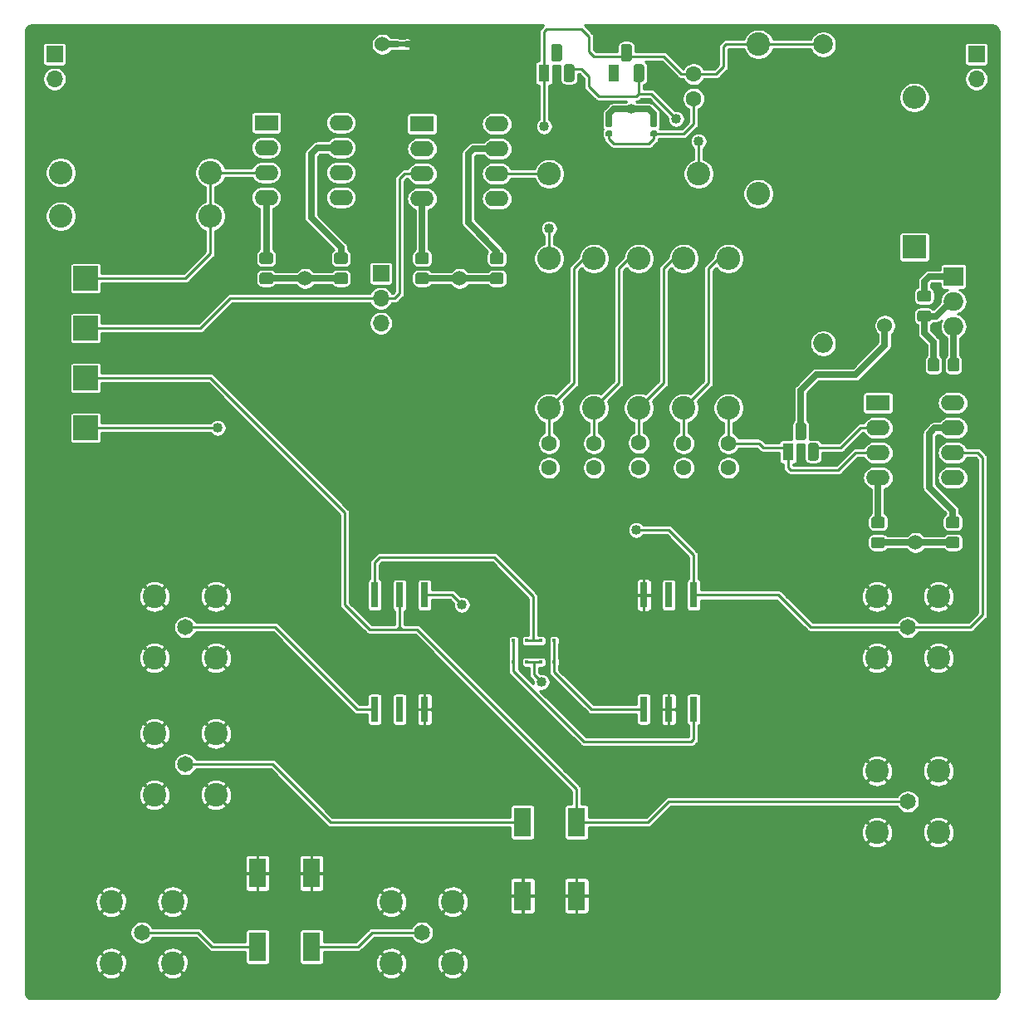
<source format=gbr>
G04 #@! TF.GenerationSoftware,KiCad,Pcbnew,(5.1.5)-3*
G04 #@! TF.CreationDate,2021-07-01T17:41:48-04:00*
G04 #@! TF.ProjectId,AM Mixer and LO Test Board,414d204d-6978-4657-9220-616e64204c4f,rev?*
G04 #@! TF.SameCoordinates,Original*
G04 #@! TF.FileFunction,Copper,L1,Top*
G04 #@! TF.FilePolarity,Positive*
%FSLAX46Y46*%
G04 Gerber Fmt 4.6, Leading zero omitted, Abs format (unit mm)*
G04 Created by KiCad (PCBNEW (5.1.5)-3) date 2021-07-01 17:41:48*
%MOMM*%
%LPD*%
G04 APERTURE LIST*
%ADD10C,0.100000*%
%ADD11C,2.400000*%
%ADD12C,1.650000*%
%ADD13R,1.750000X3.000000*%
%ADD14O,2.000000X1.905000*%
%ADD15R,2.000000X1.905000*%
%ADD16O,2.400000X2.400000*%
%ADD17R,2.400000X2.400000*%
%ADD18O,1.700000X1.700000*%
%ADD19R,1.700000X1.700000*%
%ADD20O,2.400000X1.600000*%
%ADD21R,2.400000X1.600000*%
%ADD22R,2.500000X2.500000*%
%ADD23R,0.750000X2.600000*%
%ADD24R,1.100000X1.800000*%
%ADD25C,0.500000*%
%ADD26O,2.000000X2.000000*%
%ADD27C,2.000000*%
%ADD28R,0.350000X0.350000*%
%ADD29C,1.600000*%
%ADD30C,1.524000*%
%ADD31C,1.016000*%
%ADD32C,0.635000*%
%ADD33C,0.293370*%
%ADD34C,0.250000*%
G04 APERTURE END LIST*
D10*
G36*
X128278000Y-52074000D02*
G01*
X129278000Y-52074000D01*
X129278000Y-52574000D01*
X128278000Y-52574000D01*
X128278000Y-52074000D01*
G37*
D11*
X99105000Y-146005000D03*
X105365000Y-146005000D03*
X105365000Y-139745000D03*
X99105000Y-139745000D03*
D12*
X102235000Y-142875000D03*
D11*
X127680000Y-146005000D03*
X133940000Y-146005000D03*
X133940000Y-139745000D03*
X127680000Y-139745000D03*
D12*
X130810000Y-142875000D03*
D13*
X114040000Y-136835000D03*
X119540000Y-136835000D03*
X119540000Y-144335000D03*
X114040000Y-144335000D03*
D14*
X185000000Y-81080000D03*
X185000000Y-78540000D03*
D15*
X185000000Y-76000000D03*
D16*
X181000000Y-57760000D03*
D17*
X181000000Y-73000000D03*
G04 #@! TA.AperFunction,SMDPad,CuDef*
D10*
G36*
X183299505Y-84301204D02*
G01*
X183323773Y-84304804D01*
X183347572Y-84310765D01*
X183370671Y-84319030D01*
X183392850Y-84329520D01*
X183413893Y-84342132D01*
X183433599Y-84356747D01*
X183451777Y-84373223D01*
X183468253Y-84391401D01*
X183482868Y-84411107D01*
X183495480Y-84432150D01*
X183505970Y-84454329D01*
X183514235Y-84477428D01*
X183520196Y-84501227D01*
X183523796Y-84525495D01*
X183525000Y-84549999D01*
X183525000Y-85450001D01*
X183523796Y-85474505D01*
X183520196Y-85498773D01*
X183514235Y-85522572D01*
X183505970Y-85545671D01*
X183495480Y-85567850D01*
X183482868Y-85588893D01*
X183468253Y-85608599D01*
X183451777Y-85626777D01*
X183433599Y-85643253D01*
X183413893Y-85657868D01*
X183392850Y-85670480D01*
X183370671Y-85680970D01*
X183347572Y-85689235D01*
X183323773Y-85695196D01*
X183299505Y-85698796D01*
X183275001Y-85700000D01*
X182624999Y-85700000D01*
X182600495Y-85698796D01*
X182576227Y-85695196D01*
X182552428Y-85689235D01*
X182529329Y-85680970D01*
X182507150Y-85670480D01*
X182486107Y-85657868D01*
X182466401Y-85643253D01*
X182448223Y-85626777D01*
X182431747Y-85608599D01*
X182417132Y-85588893D01*
X182404520Y-85567850D01*
X182394030Y-85545671D01*
X182385765Y-85522572D01*
X182379804Y-85498773D01*
X182376204Y-85474505D01*
X182375000Y-85450001D01*
X182375000Y-84549999D01*
X182376204Y-84525495D01*
X182379804Y-84501227D01*
X182385765Y-84477428D01*
X182394030Y-84454329D01*
X182404520Y-84432150D01*
X182417132Y-84411107D01*
X182431747Y-84391401D01*
X182448223Y-84373223D01*
X182466401Y-84356747D01*
X182486107Y-84342132D01*
X182507150Y-84329520D01*
X182529329Y-84319030D01*
X182552428Y-84310765D01*
X182576227Y-84304804D01*
X182600495Y-84301204D01*
X182624999Y-84300000D01*
X183275001Y-84300000D01*
X183299505Y-84301204D01*
G37*
G04 #@! TD.AperFunction*
G04 #@! TA.AperFunction,SMDPad,CuDef*
G36*
X185349505Y-84301204D02*
G01*
X185373773Y-84304804D01*
X185397572Y-84310765D01*
X185420671Y-84319030D01*
X185442850Y-84329520D01*
X185463893Y-84342132D01*
X185483599Y-84356747D01*
X185501777Y-84373223D01*
X185518253Y-84391401D01*
X185532868Y-84411107D01*
X185545480Y-84432150D01*
X185555970Y-84454329D01*
X185564235Y-84477428D01*
X185570196Y-84501227D01*
X185573796Y-84525495D01*
X185575000Y-84549999D01*
X185575000Y-85450001D01*
X185573796Y-85474505D01*
X185570196Y-85498773D01*
X185564235Y-85522572D01*
X185555970Y-85545671D01*
X185545480Y-85567850D01*
X185532868Y-85588893D01*
X185518253Y-85608599D01*
X185501777Y-85626777D01*
X185483599Y-85643253D01*
X185463893Y-85657868D01*
X185442850Y-85670480D01*
X185420671Y-85680970D01*
X185397572Y-85689235D01*
X185373773Y-85695196D01*
X185349505Y-85698796D01*
X185325001Y-85700000D01*
X184674999Y-85700000D01*
X184650495Y-85698796D01*
X184626227Y-85695196D01*
X184602428Y-85689235D01*
X184579329Y-85680970D01*
X184557150Y-85670480D01*
X184536107Y-85657868D01*
X184516401Y-85643253D01*
X184498223Y-85626777D01*
X184481747Y-85608599D01*
X184467132Y-85588893D01*
X184454520Y-85567850D01*
X184444030Y-85545671D01*
X184435765Y-85522572D01*
X184429804Y-85498773D01*
X184426204Y-85474505D01*
X184425000Y-85450001D01*
X184425000Y-84549999D01*
X184426204Y-84525495D01*
X184429804Y-84501227D01*
X184435765Y-84477428D01*
X184444030Y-84454329D01*
X184454520Y-84432150D01*
X184467132Y-84411107D01*
X184481747Y-84391401D01*
X184498223Y-84373223D01*
X184516401Y-84356747D01*
X184536107Y-84342132D01*
X184557150Y-84329520D01*
X184579329Y-84319030D01*
X184602428Y-84310765D01*
X184626227Y-84304804D01*
X184650495Y-84301204D01*
X184674999Y-84300000D01*
X185325001Y-84300000D01*
X185349505Y-84301204D01*
G37*
G04 #@! TD.AperFunction*
G04 #@! TA.AperFunction,SMDPad,CuDef*
G36*
X182474505Y-79476204D02*
G01*
X182498773Y-79479804D01*
X182522572Y-79485765D01*
X182545671Y-79494030D01*
X182567850Y-79504520D01*
X182588893Y-79517132D01*
X182608599Y-79531747D01*
X182626777Y-79548223D01*
X182643253Y-79566401D01*
X182657868Y-79586107D01*
X182670480Y-79607150D01*
X182680970Y-79629329D01*
X182689235Y-79652428D01*
X182695196Y-79676227D01*
X182698796Y-79700495D01*
X182700000Y-79724999D01*
X182700000Y-80375001D01*
X182698796Y-80399505D01*
X182695196Y-80423773D01*
X182689235Y-80447572D01*
X182680970Y-80470671D01*
X182670480Y-80492850D01*
X182657868Y-80513893D01*
X182643253Y-80533599D01*
X182626777Y-80551777D01*
X182608599Y-80568253D01*
X182588893Y-80582868D01*
X182567850Y-80595480D01*
X182545671Y-80605970D01*
X182522572Y-80614235D01*
X182498773Y-80620196D01*
X182474505Y-80623796D01*
X182450001Y-80625000D01*
X181549999Y-80625000D01*
X181525495Y-80623796D01*
X181501227Y-80620196D01*
X181477428Y-80614235D01*
X181454329Y-80605970D01*
X181432150Y-80595480D01*
X181411107Y-80582868D01*
X181391401Y-80568253D01*
X181373223Y-80551777D01*
X181356747Y-80533599D01*
X181342132Y-80513893D01*
X181329520Y-80492850D01*
X181319030Y-80470671D01*
X181310765Y-80447572D01*
X181304804Y-80423773D01*
X181301204Y-80399505D01*
X181300000Y-80375001D01*
X181300000Y-79724999D01*
X181301204Y-79700495D01*
X181304804Y-79676227D01*
X181310765Y-79652428D01*
X181319030Y-79629329D01*
X181329520Y-79607150D01*
X181342132Y-79586107D01*
X181356747Y-79566401D01*
X181373223Y-79548223D01*
X181391401Y-79531747D01*
X181411107Y-79517132D01*
X181432150Y-79504520D01*
X181454329Y-79494030D01*
X181477428Y-79485765D01*
X181501227Y-79479804D01*
X181525495Y-79476204D01*
X181549999Y-79475000D01*
X182450001Y-79475000D01*
X182474505Y-79476204D01*
G37*
G04 #@! TD.AperFunction*
G04 #@! TA.AperFunction,SMDPad,CuDef*
G36*
X182474505Y-77426204D02*
G01*
X182498773Y-77429804D01*
X182522572Y-77435765D01*
X182545671Y-77444030D01*
X182567850Y-77454520D01*
X182588893Y-77467132D01*
X182608599Y-77481747D01*
X182626777Y-77498223D01*
X182643253Y-77516401D01*
X182657868Y-77536107D01*
X182670480Y-77557150D01*
X182680970Y-77579329D01*
X182689235Y-77602428D01*
X182695196Y-77626227D01*
X182698796Y-77650495D01*
X182700000Y-77674999D01*
X182700000Y-78325001D01*
X182698796Y-78349505D01*
X182695196Y-78373773D01*
X182689235Y-78397572D01*
X182680970Y-78420671D01*
X182670480Y-78442850D01*
X182657868Y-78463893D01*
X182643253Y-78483599D01*
X182626777Y-78501777D01*
X182608599Y-78518253D01*
X182588893Y-78532868D01*
X182567850Y-78545480D01*
X182545671Y-78555970D01*
X182522572Y-78564235D01*
X182498773Y-78570196D01*
X182474505Y-78573796D01*
X182450001Y-78575000D01*
X181549999Y-78575000D01*
X181525495Y-78573796D01*
X181501227Y-78570196D01*
X181477428Y-78564235D01*
X181454329Y-78555970D01*
X181432150Y-78545480D01*
X181411107Y-78532868D01*
X181391401Y-78518253D01*
X181373223Y-78501777D01*
X181356747Y-78483599D01*
X181342132Y-78463893D01*
X181329520Y-78442850D01*
X181319030Y-78420671D01*
X181310765Y-78397572D01*
X181304804Y-78373773D01*
X181301204Y-78349505D01*
X181300000Y-78325001D01*
X181300000Y-77674999D01*
X181301204Y-77650495D01*
X181304804Y-77626227D01*
X181310765Y-77602428D01*
X181319030Y-77579329D01*
X181329520Y-77557150D01*
X181342132Y-77536107D01*
X181356747Y-77516401D01*
X181373223Y-77498223D01*
X181391401Y-77481747D01*
X181411107Y-77467132D01*
X181432150Y-77454520D01*
X181454329Y-77444030D01*
X181477428Y-77435765D01*
X181501227Y-77429804D01*
X181525495Y-77426204D01*
X181549999Y-77425000D01*
X182450001Y-77425000D01*
X182474505Y-77426204D01*
G37*
G04 #@! TD.AperFunction*
D18*
X126619000Y-80772000D03*
X126619000Y-78232000D03*
D19*
X126619000Y-75692000D03*
D18*
X93345000Y-55880000D03*
D19*
X93345000Y-53340000D03*
D18*
X187325000Y-55880000D03*
D19*
X187325000Y-53340000D03*
D20*
X122555000Y-60325000D03*
X114935000Y-67945000D03*
X122555000Y-62865000D03*
X114935000Y-65405000D03*
X122555000Y-65405000D03*
X114935000Y-62865000D03*
X122555000Y-67945000D03*
D21*
X114935000Y-60325000D03*
D20*
X138430000Y-60452000D03*
X130810000Y-68072000D03*
X138430000Y-62992000D03*
X130810000Y-65532000D03*
X138430000Y-65532000D03*
X130810000Y-62992000D03*
X138430000Y-68072000D03*
D21*
X130810000Y-60452000D03*
D20*
X184912000Y-88900000D03*
X177292000Y-96520000D03*
X184912000Y-91440000D03*
X177292000Y-93980000D03*
X184912000Y-93980000D03*
X177292000Y-91440000D03*
X184912000Y-96520000D03*
D21*
X177292000Y-88900000D03*
D22*
X96520000Y-76200000D03*
X96520000Y-91440000D03*
X96520000Y-81280000D03*
X96520000Y-86360000D03*
D23*
X128524000Y-108480000D03*
X131064000Y-108480000D03*
X131064000Y-120125000D03*
X128524000Y-120125000D03*
X125984000Y-108475000D03*
X125984000Y-120125000D03*
X155956000Y-120120000D03*
X153416000Y-120120000D03*
X153416000Y-108475000D03*
X155956000Y-108475000D03*
X158496000Y-120125000D03*
X158496000Y-108475000D03*
D16*
X93980000Y-65405000D03*
D11*
X109220000Y-65405000D03*
D16*
X109220000Y-69850000D03*
D11*
X93980000Y-69850000D03*
D16*
X143764000Y-65532000D03*
D11*
X159004000Y-65532000D03*
D16*
X165100000Y-67564000D03*
D11*
X165100000Y-52324000D03*
D16*
X162052000Y-74168000D03*
D11*
X162052000Y-89408000D03*
D16*
X143764000Y-74168000D03*
D11*
X143764000Y-89408000D03*
D16*
X157480000Y-74168000D03*
D11*
X157480000Y-89408000D03*
D16*
X148336000Y-74168000D03*
D11*
X148336000Y-89408000D03*
D16*
X152908000Y-74168000D03*
D11*
X152908000Y-89408000D03*
D24*
X150368000Y-55264000D03*
G04 #@! TA.AperFunction,ComponentPad*
D10*
G36*
X153209955Y-54365324D02*
G01*
X153236650Y-54369284D01*
X153262828Y-54375841D01*
X153288238Y-54384933D01*
X153312634Y-54396472D01*
X153335782Y-54410346D01*
X153357458Y-54426422D01*
X153377454Y-54444546D01*
X153395578Y-54464542D01*
X153411654Y-54486218D01*
X153425528Y-54509366D01*
X153437067Y-54533762D01*
X153446159Y-54559172D01*
X153452716Y-54585350D01*
X153456676Y-54612045D01*
X153458000Y-54639000D01*
X153458000Y-55889000D01*
X153456676Y-55915955D01*
X153452716Y-55942650D01*
X153446159Y-55968828D01*
X153437067Y-55994238D01*
X153425528Y-56018634D01*
X153411654Y-56041782D01*
X153395578Y-56063458D01*
X153377454Y-56083454D01*
X153357458Y-56101578D01*
X153335782Y-56117654D01*
X153312634Y-56131528D01*
X153288238Y-56143067D01*
X153262828Y-56152159D01*
X153236650Y-56158716D01*
X153209955Y-56162676D01*
X153183000Y-56164000D01*
X152633000Y-56164000D01*
X152606045Y-56162676D01*
X152579350Y-56158716D01*
X152553172Y-56152159D01*
X152527762Y-56143067D01*
X152503366Y-56131528D01*
X152480218Y-56117654D01*
X152458542Y-56101578D01*
X152438546Y-56083454D01*
X152420422Y-56063458D01*
X152404346Y-56041782D01*
X152390472Y-56018634D01*
X152378933Y-55994238D01*
X152369841Y-55968828D01*
X152363284Y-55942650D01*
X152359324Y-55915955D01*
X152358000Y-55889000D01*
X152358000Y-54639000D01*
X152359324Y-54612045D01*
X152363284Y-54585350D01*
X152369841Y-54559172D01*
X152378933Y-54533762D01*
X152390472Y-54509366D01*
X152404346Y-54486218D01*
X152420422Y-54464542D01*
X152438546Y-54444546D01*
X152458542Y-54426422D01*
X152480218Y-54410346D01*
X152503366Y-54396472D01*
X152527762Y-54384933D01*
X152553172Y-54375841D01*
X152579350Y-54369284D01*
X152606045Y-54365324D01*
X152633000Y-54364000D01*
X153183000Y-54364000D01*
X153209955Y-54365324D01*
G37*
G04 #@! TD.AperFunction*
G04 #@! TA.AperFunction,ComponentPad*
G36*
X151939955Y-52295324D02*
G01*
X151966650Y-52299284D01*
X151992828Y-52305841D01*
X152018238Y-52314933D01*
X152042634Y-52326472D01*
X152065782Y-52340346D01*
X152087458Y-52356422D01*
X152107454Y-52374546D01*
X152125578Y-52394542D01*
X152141654Y-52416218D01*
X152155528Y-52439366D01*
X152167067Y-52463762D01*
X152176159Y-52489172D01*
X152182716Y-52515350D01*
X152186676Y-52542045D01*
X152188000Y-52569000D01*
X152188000Y-53819000D01*
X152186676Y-53845955D01*
X152182716Y-53872650D01*
X152176159Y-53898828D01*
X152167067Y-53924238D01*
X152155528Y-53948634D01*
X152141654Y-53971782D01*
X152125578Y-53993458D01*
X152107454Y-54013454D01*
X152087458Y-54031578D01*
X152065782Y-54047654D01*
X152042634Y-54061528D01*
X152018238Y-54073067D01*
X151992828Y-54082159D01*
X151966650Y-54088716D01*
X151939955Y-54092676D01*
X151913000Y-54094000D01*
X151363000Y-54094000D01*
X151336045Y-54092676D01*
X151309350Y-54088716D01*
X151283172Y-54082159D01*
X151257762Y-54073067D01*
X151233366Y-54061528D01*
X151210218Y-54047654D01*
X151188542Y-54031578D01*
X151168546Y-54013454D01*
X151150422Y-53993458D01*
X151134346Y-53971782D01*
X151120472Y-53948634D01*
X151108933Y-53924238D01*
X151099841Y-53898828D01*
X151093284Y-53872650D01*
X151089324Y-53845955D01*
X151088000Y-53819000D01*
X151088000Y-52569000D01*
X151089324Y-52542045D01*
X151093284Y-52515350D01*
X151099841Y-52489172D01*
X151108933Y-52463762D01*
X151120472Y-52439366D01*
X151134346Y-52416218D01*
X151150422Y-52394542D01*
X151168546Y-52374546D01*
X151188542Y-52356422D01*
X151210218Y-52340346D01*
X151233366Y-52326472D01*
X151257762Y-52314933D01*
X151283172Y-52305841D01*
X151309350Y-52299284D01*
X151336045Y-52295324D01*
X151363000Y-52294000D01*
X151913000Y-52294000D01*
X151939955Y-52295324D01*
G37*
G04 #@! TD.AperFunction*
D24*
X143256000Y-55264000D03*
G04 #@! TA.AperFunction,ComponentPad*
D10*
G36*
X146097955Y-54365324D02*
G01*
X146124650Y-54369284D01*
X146150828Y-54375841D01*
X146176238Y-54384933D01*
X146200634Y-54396472D01*
X146223782Y-54410346D01*
X146245458Y-54426422D01*
X146265454Y-54444546D01*
X146283578Y-54464542D01*
X146299654Y-54486218D01*
X146313528Y-54509366D01*
X146325067Y-54533762D01*
X146334159Y-54559172D01*
X146340716Y-54585350D01*
X146344676Y-54612045D01*
X146346000Y-54639000D01*
X146346000Y-55889000D01*
X146344676Y-55915955D01*
X146340716Y-55942650D01*
X146334159Y-55968828D01*
X146325067Y-55994238D01*
X146313528Y-56018634D01*
X146299654Y-56041782D01*
X146283578Y-56063458D01*
X146265454Y-56083454D01*
X146245458Y-56101578D01*
X146223782Y-56117654D01*
X146200634Y-56131528D01*
X146176238Y-56143067D01*
X146150828Y-56152159D01*
X146124650Y-56158716D01*
X146097955Y-56162676D01*
X146071000Y-56164000D01*
X145521000Y-56164000D01*
X145494045Y-56162676D01*
X145467350Y-56158716D01*
X145441172Y-56152159D01*
X145415762Y-56143067D01*
X145391366Y-56131528D01*
X145368218Y-56117654D01*
X145346542Y-56101578D01*
X145326546Y-56083454D01*
X145308422Y-56063458D01*
X145292346Y-56041782D01*
X145278472Y-56018634D01*
X145266933Y-55994238D01*
X145257841Y-55968828D01*
X145251284Y-55942650D01*
X145247324Y-55915955D01*
X145246000Y-55889000D01*
X145246000Y-54639000D01*
X145247324Y-54612045D01*
X145251284Y-54585350D01*
X145257841Y-54559172D01*
X145266933Y-54533762D01*
X145278472Y-54509366D01*
X145292346Y-54486218D01*
X145308422Y-54464542D01*
X145326546Y-54444546D01*
X145346542Y-54426422D01*
X145368218Y-54410346D01*
X145391366Y-54396472D01*
X145415762Y-54384933D01*
X145441172Y-54375841D01*
X145467350Y-54369284D01*
X145494045Y-54365324D01*
X145521000Y-54364000D01*
X146071000Y-54364000D01*
X146097955Y-54365324D01*
G37*
G04 #@! TD.AperFunction*
G04 #@! TA.AperFunction,ComponentPad*
G36*
X144827955Y-52295324D02*
G01*
X144854650Y-52299284D01*
X144880828Y-52305841D01*
X144906238Y-52314933D01*
X144930634Y-52326472D01*
X144953782Y-52340346D01*
X144975458Y-52356422D01*
X144995454Y-52374546D01*
X145013578Y-52394542D01*
X145029654Y-52416218D01*
X145043528Y-52439366D01*
X145055067Y-52463762D01*
X145064159Y-52489172D01*
X145070716Y-52515350D01*
X145074676Y-52542045D01*
X145076000Y-52569000D01*
X145076000Y-53819000D01*
X145074676Y-53845955D01*
X145070716Y-53872650D01*
X145064159Y-53898828D01*
X145055067Y-53924238D01*
X145043528Y-53948634D01*
X145029654Y-53971782D01*
X145013578Y-53993458D01*
X144995454Y-54013454D01*
X144975458Y-54031578D01*
X144953782Y-54047654D01*
X144930634Y-54061528D01*
X144906238Y-54073067D01*
X144880828Y-54082159D01*
X144854650Y-54088716D01*
X144827955Y-54092676D01*
X144801000Y-54094000D01*
X144251000Y-54094000D01*
X144224045Y-54092676D01*
X144197350Y-54088716D01*
X144171172Y-54082159D01*
X144145762Y-54073067D01*
X144121366Y-54061528D01*
X144098218Y-54047654D01*
X144076542Y-54031578D01*
X144056546Y-54013454D01*
X144038422Y-53993458D01*
X144022346Y-53971782D01*
X144008472Y-53948634D01*
X143996933Y-53924238D01*
X143987841Y-53898828D01*
X143981284Y-53872650D01*
X143977324Y-53845955D01*
X143976000Y-53819000D01*
X143976000Y-52569000D01*
X143977324Y-52542045D01*
X143981284Y-52515350D01*
X143987841Y-52489172D01*
X143996933Y-52463762D01*
X144008472Y-52439366D01*
X144022346Y-52416218D01*
X144038422Y-52394542D01*
X144056546Y-52374546D01*
X144076542Y-52356422D01*
X144098218Y-52340346D01*
X144121366Y-52326472D01*
X144145762Y-52314933D01*
X144171172Y-52305841D01*
X144197350Y-52299284D01*
X144224045Y-52295324D01*
X144251000Y-52294000D01*
X144801000Y-52294000D01*
X144827955Y-52295324D01*
G37*
G04 #@! TD.AperFunction*
D24*
X168148000Y-93872000D03*
G04 #@! TA.AperFunction,ComponentPad*
D10*
G36*
X170989955Y-92973324D02*
G01*
X171016650Y-92977284D01*
X171042828Y-92983841D01*
X171068238Y-92992933D01*
X171092634Y-93004472D01*
X171115782Y-93018346D01*
X171137458Y-93034422D01*
X171157454Y-93052546D01*
X171175578Y-93072542D01*
X171191654Y-93094218D01*
X171205528Y-93117366D01*
X171217067Y-93141762D01*
X171226159Y-93167172D01*
X171232716Y-93193350D01*
X171236676Y-93220045D01*
X171238000Y-93247000D01*
X171238000Y-94497000D01*
X171236676Y-94523955D01*
X171232716Y-94550650D01*
X171226159Y-94576828D01*
X171217067Y-94602238D01*
X171205528Y-94626634D01*
X171191654Y-94649782D01*
X171175578Y-94671458D01*
X171157454Y-94691454D01*
X171137458Y-94709578D01*
X171115782Y-94725654D01*
X171092634Y-94739528D01*
X171068238Y-94751067D01*
X171042828Y-94760159D01*
X171016650Y-94766716D01*
X170989955Y-94770676D01*
X170963000Y-94772000D01*
X170413000Y-94772000D01*
X170386045Y-94770676D01*
X170359350Y-94766716D01*
X170333172Y-94760159D01*
X170307762Y-94751067D01*
X170283366Y-94739528D01*
X170260218Y-94725654D01*
X170238542Y-94709578D01*
X170218546Y-94691454D01*
X170200422Y-94671458D01*
X170184346Y-94649782D01*
X170170472Y-94626634D01*
X170158933Y-94602238D01*
X170149841Y-94576828D01*
X170143284Y-94550650D01*
X170139324Y-94523955D01*
X170138000Y-94497000D01*
X170138000Y-93247000D01*
X170139324Y-93220045D01*
X170143284Y-93193350D01*
X170149841Y-93167172D01*
X170158933Y-93141762D01*
X170170472Y-93117366D01*
X170184346Y-93094218D01*
X170200422Y-93072542D01*
X170218546Y-93052546D01*
X170238542Y-93034422D01*
X170260218Y-93018346D01*
X170283366Y-93004472D01*
X170307762Y-92992933D01*
X170333172Y-92983841D01*
X170359350Y-92977284D01*
X170386045Y-92973324D01*
X170413000Y-92972000D01*
X170963000Y-92972000D01*
X170989955Y-92973324D01*
G37*
G04 #@! TD.AperFunction*
G04 #@! TA.AperFunction,ComponentPad*
G36*
X169719955Y-90903324D02*
G01*
X169746650Y-90907284D01*
X169772828Y-90913841D01*
X169798238Y-90922933D01*
X169822634Y-90934472D01*
X169845782Y-90948346D01*
X169867458Y-90964422D01*
X169887454Y-90982546D01*
X169905578Y-91002542D01*
X169921654Y-91024218D01*
X169935528Y-91047366D01*
X169947067Y-91071762D01*
X169956159Y-91097172D01*
X169962716Y-91123350D01*
X169966676Y-91150045D01*
X169968000Y-91177000D01*
X169968000Y-92427000D01*
X169966676Y-92453955D01*
X169962716Y-92480650D01*
X169956159Y-92506828D01*
X169947067Y-92532238D01*
X169935528Y-92556634D01*
X169921654Y-92579782D01*
X169905578Y-92601458D01*
X169887454Y-92621454D01*
X169867458Y-92639578D01*
X169845782Y-92655654D01*
X169822634Y-92669528D01*
X169798238Y-92681067D01*
X169772828Y-92690159D01*
X169746650Y-92696716D01*
X169719955Y-92700676D01*
X169693000Y-92702000D01*
X169143000Y-92702000D01*
X169116045Y-92700676D01*
X169089350Y-92696716D01*
X169063172Y-92690159D01*
X169037762Y-92681067D01*
X169013366Y-92669528D01*
X168990218Y-92655654D01*
X168968542Y-92639578D01*
X168948546Y-92621454D01*
X168930422Y-92601458D01*
X168914346Y-92579782D01*
X168900472Y-92556634D01*
X168888933Y-92532238D01*
X168879841Y-92506828D01*
X168873284Y-92480650D01*
X168869324Y-92453955D01*
X168868000Y-92427000D01*
X168868000Y-91177000D01*
X168869324Y-91150045D01*
X168873284Y-91123350D01*
X168879841Y-91097172D01*
X168888933Y-91071762D01*
X168900472Y-91047366D01*
X168914346Y-91024218D01*
X168930422Y-91002542D01*
X168948546Y-90982546D01*
X168968542Y-90964422D01*
X168990218Y-90948346D01*
X169013366Y-90934472D01*
X169037762Y-90922933D01*
X169063172Y-90913841D01*
X169089350Y-90907284D01*
X169116045Y-90903324D01*
X169143000Y-90902000D01*
X169693000Y-90902000D01*
X169719955Y-90903324D01*
G37*
G04 #@! TD.AperFunction*
D25*
X129278000Y-52324000D03*
X128278000Y-52324000D03*
D26*
X171704000Y-82804000D03*
D27*
X171704000Y-52324000D03*
D11*
X177210000Y-114890000D03*
X183470000Y-114890000D03*
X183470000Y-108630000D03*
X177210000Y-108630000D03*
D12*
X180340000Y-111760000D03*
D11*
X177210000Y-132670000D03*
X183470000Y-132670000D03*
X183470000Y-126410000D03*
X177210000Y-126410000D03*
D12*
X180340000Y-129540000D03*
D11*
X103550000Y-128860000D03*
X109810000Y-128860000D03*
X109810000Y-122600000D03*
X103550000Y-122600000D03*
D12*
X106680000Y-125730000D03*
D11*
X109810000Y-114890000D03*
X109810000Y-108630000D03*
X103550000Y-108630000D03*
X103550000Y-114890000D03*
D12*
X106680000Y-111760000D03*
D13*
X146564000Y-139136000D03*
X141064000Y-139136000D03*
X141064000Y-131636000D03*
X146564000Y-131636000D03*
D28*
X144272000Y-115316000D03*
X142922000Y-115316000D03*
X142922000Y-113123000D03*
X144272000Y-113123000D03*
X141488999Y-115316000D03*
X140138999Y-115316000D03*
X140138999Y-113123000D03*
X141488999Y-113123000D03*
G04 #@! TA.AperFunction,SMDPad,CuDef*
D10*
G36*
X150046958Y-61150710D02*
G01*
X150061276Y-61152834D01*
X150075317Y-61156351D01*
X150088946Y-61161228D01*
X150102031Y-61167417D01*
X150114447Y-61174858D01*
X150126073Y-61183481D01*
X150136798Y-61193202D01*
X150146519Y-61203927D01*
X150155142Y-61215553D01*
X150162583Y-61227969D01*
X150168772Y-61241054D01*
X150173649Y-61254683D01*
X150177166Y-61268724D01*
X150179290Y-61283042D01*
X150180000Y-61297500D01*
X150180000Y-61592500D01*
X150179290Y-61606958D01*
X150177166Y-61621276D01*
X150173649Y-61635317D01*
X150168772Y-61648946D01*
X150162583Y-61662031D01*
X150155142Y-61674447D01*
X150146519Y-61686073D01*
X150136798Y-61696798D01*
X150126073Y-61706519D01*
X150114447Y-61715142D01*
X150102031Y-61722583D01*
X150088946Y-61728772D01*
X150075317Y-61733649D01*
X150061276Y-61737166D01*
X150046958Y-61739290D01*
X150032500Y-61740000D01*
X149687500Y-61740000D01*
X149673042Y-61739290D01*
X149658724Y-61737166D01*
X149644683Y-61733649D01*
X149631054Y-61728772D01*
X149617969Y-61722583D01*
X149605553Y-61715142D01*
X149593927Y-61706519D01*
X149583202Y-61696798D01*
X149573481Y-61686073D01*
X149564858Y-61674447D01*
X149557417Y-61662031D01*
X149551228Y-61648946D01*
X149546351Y-61635317D01*
X149542834Y-61621276D01*
X149540710Y-61606958D01*
X149540000Y-61592500D01*
X149540000Y-61297500D01*
X149540710Y-61283042D01*
X149542834Y-61268724D01*
X149546351Y-61254683D01*
X149551228Y-61241054D01*
X149557417Y-61227969D01*
X149564858Y-61215553D01*
X149573481Y-61203927D01*
X149583202Y-61193202D01*
X149593927Y-61183481D01*
X149605553Y-61174858D01*
X149617969Y-61167417D01*
X149631054Y-61161228D01*
X149644683Y-61156351D01*
X149658724Y-61152834D01*
X149673042Y-61150710D01*
X149687500Y-61150000D01*
X150032500Y-61150000D01*
X150046958Y-61150710D01*
G37*
G04 #@! TD.AperFunction*
G04 #@! TA.AperFunction,SMDPad,CuDef*
G36*
X150046958Y-60180710D02*
G01*
X150061276Y-60182834D01*
X150075317Y-60186351D01*
X150088946Y-60191228D01*
X150102031Y-60197417D01*
X150114447Y-60204858D01*
X150126073Y-60213481D01*
X150136798Y-60223202D01*
X150146519Y-60233927D01*
X150155142Y-60245553D01*
X150162583Y-60257969D01*
X150168772Y-60271054D01*
X150173649Y-60284683D01*
X150177166Y-60298724D01*
X150179290Y-60313042D01*
X150180000Y-60327500D01*
X150180000Y-60622500D01*
X150179290Y-60636958D01*
X150177166Y-60651276D01*
X150173649Y-60665317D01*
X150168772Y-60678946D01*
X150162583Y-60692031D01*
X150155142Y-60704447D01*
X150146519Y-60716073D01*
X150136798Y-60726798D01*
X150126073Y-60736519D01*
X150114447Y-60745142D01*
X150102031Y-60752583D01*
X150088946Y-60758772D01*
X150075317Y-60763649D01*
X150061276Y-60767166D01*
X150046958Y-60769290D01*
X150032500Y-60770000D01*
X149687500Y-60770000D01*
X149673042Y-60769290D01*
X149658724Y-60767166D01*
X149644683Y-60763649D01*
X149631054Y-60758772D01*
X149617969Y-60752583D01*
X149605553Y-60745142D01*
X149593927Y-60736519D01*
X149583202Y-60726798D01*
X149573481Y-60716073D01*
X149564858Y-60704447D01*
X149557417Y-60692031D01*
X149551228Y-60678946D01*
X149546351Y-60665317D01*
X149542834Y-60651276D01*
X149540710Y-60636958D01*
X149540000Y-60622500D01*
X149540000Y-60327500D01*
X149540710Y-60313042D01*
X149542834Y-60298724D01*
X149546351Y-60284683D01*
X149551228Y-60271054D01*
X149557417Y-60257969D01*
X149564858Y-60245553D01*
X149573481Y-60233927D01*
X149583202Y-60223202D01*
X149593927Y-60213481D01*
X149605553Y-60204858D01*
X149617969Y-60197417D01*
X149631054Y-60191228D01*
X149644683Y-60186351D01*
X149658724Y-60182834D01*
X149673042Y-60180710D01*
X149687500Y-60180000D01*
X150032500Y-60180000D01*
X150046958Y-60180710D01*
G37*
G04 #@! TD.AperFunction*
G04 #@! TA.AperFunction,SMDPad,CuDef*
G36*
X154618958Y-61150710D02*
G01*
X154633276Y-61152834D01*
X154647317Y-61156351D01*
X154660946Y-61161228D01*
X154674031Y-61167417D01*
X154686447Y-61174858D01*
X154698073Y-61183481D01*
X154708798Y-61193202D01*
X154718519Y-61203927D01*
X154727142Y-61215553D01*
X154734583Y-61227969D01*
X154740772Y-61241054D01*
X154745649Y-61254683D01*
X154749166Y-61268724D01*
X154751290Y-61283042D01*
X154752000Y-61297500D01*
X154752000Y-61592500D01*
X154751290Y-61606958D01*
X154749166Y-61621276D01*
X154745649Y-61635317D01*
X154740772Y-61648946D01*
X154734583Y-61662031D01*
X154727142Y-61674447D01*
X154718519Y-61686073D01*
X154708798Y-61696798D01*
X154698073Y-61706519D01*
X154686447Y-61715142D01*
X154674031Y-61722583D01*
X154660946Y-61728772D01*
X154647317Y-61733649D01*
X154633276Y-61737166D01*
X154618958Y-61739290D01*
X154604500Y-61740000D01*
X154259500Y-61740000D01*
X154245042Y-61739290D01*
X154230724Y-61737166D01*
X154216683Y-61733649D01*
X154203054Y-61728772D01*
X154189969Y-61722583D01*
X154177553Y-61715142D01*
X154165927Y-61706519D01*
X154155202Y-61696798D01*
X154145481Y-61686073D01*
X154136858Y-61674447D01*
X154129417Y-61662031D01*
X154123228Y-61648946D01*
X154118351Y-61635317D01*
X154114834Y-61621276D01*
X154112710Y-61606958D01*
X154112000Y-61592500D01*
X154112000Y-61297500D01*
X154112710Y-61283042D01*
X154114834Y-61268724D01*
X154118351Y-61254683D01*
X154123228Y-61241054D01*
X154129417Y-61227969D01*
X154136858Y-61215553D01*
X154145481Y-61203927D01*
X154155202Y-61193202D01*
X154165927Y-61183481D01*
X154177553Y-61174858D01*
X154189969Y-61167417D01*
X154203054Y-61161228D01*
X154216683Y-61156351D01*
X154230724Y-61152834D01*
X154245042Y-61150710D01*
X154259500Y-61150000D01*
X154604500Y-61150000D01*
X154618958Y-61150710D01*
G37*
G04 #@! TD.AperFunction*
G04 #@! TA.AperFunction,SMDPad,CuDef*
G36*
X154618958Y-60180710D02*
G01*
X154633276Y-60182834D01*
X154647317Y-60186351D01*
X154660946Y-60191228D01*
X154674031Y-60197417D01*
X154686447Y-60204858D01*
X154698073Y-60213481D01*
X154708798Y-60223202D01*
X154718519Y-60233927D01*
X154727142Y-60245553D01*
X154734583Y-60257969D01*
X154740772Y-60271054D01*
X154745649Y-60284683D01*
X154749166Y-60298724D01*
X154751290Y-60313042D01*
X154752000Y-60327500D01*
X154752000Y-60622500D01*
X154751290Y-60636958D01*
X154749166Y-60651276D01*
X154745649Y-60665317D01*
X154740772Y-60678946D01*
X154734583Y-60692031D01*
X154727142Y-60704447D01*
X154718519Y-60716073D01*
X154708798Y-60726798D01*
X154698073Y-60736519D01*
X154686447Y-60745142D01*
X154674031Y-60752583D01*
X154660946Y-60758772D01*
X154647317Y-60763649D01*
X154633276Y-60767166D01*
X154618958Y-60769290D01*
X154604500Y-60770000D01*
X154259500Y-60770000D01*
X154245042Y-60769290D01*
X154230724Y-60767166D01*
X154216683Y-60763649D01*
X154203054Y-60758772D01*
X154189969Y-60752583D01*
X154177553Y-60745142D01*
X154165927Y-60736519D01*
X154155202Y-60726798D01*
X154145481Y-60716073D01*
X154136858Y-60704447D01*
X154129417Y-60692031D01*
X154123228Y-60678946D01*
X154118351Y-60665317D01*
X154114834Y-60651276D01*
X154112710Y-60636958D01*
X154112000Y-60622500D01*
X154112000Y-60327500D01*
X154112710Y-60313042D01*
X154114834Y-60298724D01*
X154118351Y-60284683D01*
X154123228Y-60271054D01*
X154129417Y-60257969D01*
X154136858Y-60245553D01*
X154145481Y-60233927D01*
X154155202Y-60223202D01*
X154165927Y-60213481D01*
X154177553Y-60204858D01*
X154189969Y-60197417D01*
X154203054Y-60191228D01*
X154216683Y-60186351D01*
X154230724Y-60182834D01*
X154245042Y-60180710D01*
X154259500Y-60180000D01*
X154604500Y-60180000D01*
X154618958Y-60180710D01*
G37*
G04 #@! TD.AperFunction*
G04 #@! TA.AperFunction,SMDPad,CuDef*
G36*
X115409505Y-75626204D02*
G01*
X115433773Y-75629804D01*
X115457572Y-75635765D01*
X115480671Y-75644030D01*
X115502850Y-75654520D01*
X115523893Y-75667132D01*
X115543599Y-75681747D01*
X115561777Y-75698223D01*
X115578253Y-75716401D01*
X115592868Y-75736107D01*
X115605480Y-75757150D01*
X115615970Y-75779329D01*
X115624235Y-75802428D01*
X115630196Y-75826227D01*
X115633796Y-75850495D01*
X115635000Y-75874999D01*
X115635000Y-76525001D01*
X115633796Y-76549505D01*
X115630196Y-76573773D01*
X115624235Y-76597572D01*
X115615970Y-76620671D01*
X115605480Y-76642850D01*
X115592868Y-76663893D01*
X115578253Y-76683599D01*
X115561777Y-76701777D01*
X115543599Y-76718253D01*
X115523893Y-76732868D01*
X115502850Y-76745480D01*
X115480671Y-76755970D01*
X115457572Y-76764235D01*
X115433773Y-76770196D01*
X115409505Y-76773796D01*
X115385001Y-76775000D01*
X114484999Y-76775000D01*
X114460495Y-76773796D01*
X114436227Y-76770196D01*
X114412428Y-76764235D01*
X114389329Y-76755970D01*
X114367150Y-76745480D01*
X114346107Y-76732868D01*
X114326401Y-76718253D01*
X114308223Y-76701777D01*
X114291747Y-76683599D01*
X114277132Y-76663893D01*
X114264520Y-76642850D01*
X114254030Y-76620671D01*
X114245765Y-76597572D01*
X114239804Y-76573773D01*
X114236204Y-76549505D01*
X114235000Y-76525001D01*
X114235000Y-75874999D01*
X114236204Y-75850495D01*
X114239804Y-75826227D01*
X114245765Y-75802428D01*
X114254030Y-75779329D01*
X114264520Y-75757150D01*
X114277132Y-75736107D01*
X114291747Y-75716401D01*
X114308223Y-75698223D01*
X114326401Y-75681747D01*
X114346107Y-75667132D01*
X114367150Y-75654520D01*
X114389329Y-75644030D01*
X114412428Y-75635765D01*
X114436227Y-75629804D01*
X114460495Y-75626204D01*
X114484999Y-75625000D01*
X115385001Y-75625000D01*
X115409505Y-75626204D01*
G37*
G04 #@! TD.AperFunction*
G04 #@! TA.AperFunction,SMDPad,CuDef*
G36*
X115409505Y-73576204D02*
G01*
X115433773Y-73579804D01*
X115457572Y-73585765D01*
X115480671Y-73594030D01*
X115502850Y-73604520D01*
X115523893Y-73617132D01*
X115543599Y-73631747D01*
X115561777Y-73648223D01*
X115578253Y-73666401D01*
X115592868Y-73686107D01*
X115605480Y-73707150D01*
X115615970Y-73729329D01*
X115624235Y-73752428D01*
X115630196Y-73776227D01*
X115633796Y-73800495D01*
X115635000Y-73824999D01*
X115635000Y-74475001D01*
X115633796Y-74499505D01*
X115630196Y-74523773D01*
X115624235Y-74547572D01*
X115615970Y-74570671D01*
X115605480Y-74592850D01*
X115592868Y-74613893D01*
X115578253Y-74633599D01*
X115561777Y-74651777D01*
X115543599Y-74668253D01*
X115523893Y-74682868D01*
X115502850Y-74695480D01*
X115480671Y-74705970D01*
X115457572Y-74714235D01*
X115433773Y-74720196D01*
X115409505Y-74723796D01*
X115385001Y-74725000D01*
X114484999Y-74725000D01*
X114460495Y-74723796D01*
X114436227Y-74720196D01*
X114412428Y-74714235D01*
X114389329Y-74705970D01*
X114367150Y-74695480D01*
X114346107Y-74682868D01*
X114326401Y-74668253D01*
X114308223Y-74651777D01*
X114291747Y-74633599D01*
X114277132Y-74613893D01*
X114264520Y-74592850D01*
X114254030Y-74570671D01*
X114245765Y-74547572D01*
X114239804Y-74523773D01*
X114236204Y-74499505D01*
X114235000Y-74475001D01*
X114235000Y-73824999D01*
X114236204Y-73800495D01*
X114239804Y-73776227D01*
X114245765Y-73752428D01*
X114254030Y-73729329D01*
X114264520Y-73707150D01*
X114277132Y-73686107D01*
X114291747Y-73666401D01*
X114308223Y-73648223D01*
X114326401Y-73631747D01*
X114346107Y-73617132D01*
X114367150Y-73604520D01*
X114389329Y-73594030D01*
X114412428Y-73585765D01*
X114436227Y-73579804D01*
X114460495Y-73576204D01*
X114484999Y-73575000D01*
X115385001Y-73575000D01*
X115409505Y-73576204D01*
G37*
G04 #@! TD.AperFunction*
G04 #@! TA.AperFunction,SMDPad,CuDef*
G36*
X131284505Y-75626204D02*
G01*
X131308773Y-75629804D01*
X131332572Y-75635765D01*
X131355671Y-75644030D01*
X131377850Y-75654520D01*
X131398893Y-75667132D01*
X131418599Y-75681747D01*
X131436777Y-75698223D01*
X131453253Y-75716401D01*
X131467868Y-75736107D01*
X131480480Y-75757150D01*
X131490970Y-75779329D01*
X131499235Y-75802428D01*
X131505196Y-75826227D01*
X131508796Y-75850495D01*
X131510000Y-75874999D01*
X131510000Y-76525001D01*
X131508796Y-76549505D01*
X131505196Y-76573773D01*
X131499235Y-76597572D01*
X131490970Y-76620671D01*
X131480480Y-76642850D01*
X131467868Y-76663893D01*
X131453253Y-76683599D01*
X131436777Y-76701777D01*
X131418599Y-76718253D01*
X131398893Y-76732868D01*
X131377850Y-76745480D01*
X131355671Y-76755970D01*
X131332572Y-76764235D01*
X131308773Y-76770196D01*
X131284505Y-76773796D01*
X131260001Y-76775000D01*
X130359999Y-76775000D01*
X130335495Y-76773796D01*
X130311227Y-76770196D01*
X130287428Y-76764235D01*
X130264329Y-76755970D01*
X130242150Y-76745480D01*
X130221107Y-76732868D01*
X130201401Y-76718253D01*
X130183223Y-76701777D01*
X130166747Y-76683599D01*
X130152132Y-76663893D01*
X130139520Y-76642850D01*
X130129030Y-76620671D01*
X130120765Y-76597572D01*
X130114804Y-76573773D01*
X130111204Y-76549505D01*
X130110000Y-76525001D01*
X130110000Y-75874999D01*
X130111204Y-75850495D01*
X130114804Y-75826227D01*
X130120765Y-75802428D01*
X130129030Y-75779329D01*
X130139520Y-75757150D01*
X130152132Y-75736107D01*
X130166747Y-75716401D01*
X130183223Y-75698223D01*
X130201401Y-75681747D01*
X130221107Y-75667132D01*
X130242150Y-75654520D01*
X130264329Y-75644030D01*
X130287428Y-75635765D01*
X130311227Y-75629804D01*
X130335495Y-75626204D01*
X130359999Y-75625000D01*
X131260001Y-75625000D01*
X131284505Y-75626204D01*
G37*
G04 #@! TD.AperFunction*
G04 #@! TA.AperFunction,SMDPad,CuDef*
G36*
X131284505Y-73576204D02*
G01*
X131308773Y-73579804D01*
X131332572Y-73585765D01*
X131355671Y-73594030D01*
X131377850Y-73604520D01*
X131398893Y-73617132D01*
X131418599Y-73631747D01*
X131436777Y-73648223D01*
X131453253Y-73666401D01*
X131467868Y-73686107D01*
X131480480Y-73707150D01*
X131490970Y-73729329D01*
X131499235Y-73752428D01*
X131505196Y-73776227D01*
X131508796Y-73800495D01*
X131510000Y-73824999D01*
X131510000Y-74475001D01*
X131508796Y-74499505D01*
X131505196Y-74523773D01*
X131499235Y-74547572D01*
X131490970Y-74570671D01*
X131480480Y-74592850D01*
X131467868Y-74613893D01*
X131453253Y-74633599D01*
X131436777Y-74651777D01*
X131418599Y-74668253D01*
X131398893Y-74682868D01*
X131377850Y-74695480D01*
X131355671Y-74705970D01*
X131332572Y-74714235D01*
X131308773Y-74720196D01*
X131284505Y-74723796D01*
X131260001Y-74725000D01*
X130359999Y-74725000D01*
X130335495Y-74723796D01*
X130311227Y-74720196D01*
X130287428Y-74714235D01*
X130264329Y-74705970D01*
X130242150Y-74695480D01*
X130221107Y-74682868D01*
X130201401Y-74668253D01*
X130183223Y-74651777D01*
X130166747Y-74633599D01*
X130152132Y-74613893D01*
X130139520Y-74592850D01*
X130129030Y-74570671D01*
X130120765Y-74547572D01*
X130114804Y-74523773D01*
X130111204Y-74499505D01*
X130110000Y-74475001D01*
X130110000Y-73824999D01*
X130111204Y-73800495D01*
X130114804Y-73776227D01*
X130120765Y-73752428D01*
X130129030Y-73729329D01*
X130139520Y-73707150D01*
X130152132Y-73686107D01*
X130166747Y-73666401D01*
X130183223Y-73648223D01*
X130201401Y-73631747D01*
X130221107Y-73617132D01*
X130242150Y-73604520D01*
X130264329Y-73594030D01*
X130287428Y-73585765D01*
X130311227Y-73579804D01*
X130335495Y-73576204D01*
X130359999Y-73575000D01*
X131260001Y-73575000D01*
X131284505Y-73576204D01*
G37*
G04 #@! TD.AperFunction*
G04 #@! TA.AperFunction,SMDPad,CuDef*
G36*
X138904505Y-75626204D02*
G01*
X138928773Y-75629804D01*
X138952572Y-75635765D01*
X138975671Y-75644030D01*
X138997850Y-75654520D01*
X139018893Y-75667132D01*
X139038599Y-75681747D01*
X139056777Y-75698223D01*
X139073253Y-75716401D01*
X139087868Y-75736107D01*
X139100480Y-75757150D01*
X139110970Y-75779329D01*
X139119235Y-75802428D01*
X139125196Y-75826227D01*
X139128796Y-75850495D01*
X139130000Y-75874999D01*
X139130000Y-76525001D01*
X139128796Y-76549505D01*
X139125196Y-76573773D01*
X139119235Y-76597572D01*
X139110970Y-76620671D01*
X139100480Y-76642850D01*
X139087868Y-76663893D01*
X139073253Y-76683599D01*
X139056777Y-76701777D01*
X139038599Y-76718253D01*
X139018893Y-76732868D01*
X138997850Y-76745480D01*
X138975671Y-76755970D01*
X138952572Y-76764235D01*
X138928773Y-76770196D01*
X138904505Y-76773796D01*
X138880001Y-76775000D01*
X137979999Y-76775000D01*
X137955495Y-76773796D01*
X137931227Y-76770196D01*
X137907428Y-76764235D01*
X137884329Y-76755970D01*
X137862150Y-76745480D01*
X137841107Y-76732868D01*
X137821401Y-76718253D01*
X137803223Y-76701777D01*
X137786747Y-76683599D01*
X137772132Y-76663893D01*
X137759520Y-76642850D01*
X137749030Y-76620671D01*
X137740765Y-76597572D01*
X137734804Y-76573773D01*
X137731204Y-76549505D01*
X137730000Y-76525001D01*
X137730000Y-75874999D01*
X137731204Y-75850495D01*
X137734804Y-75826227D01*
X137740765Y-75802428D01*
X137749030Y-75779329D01*
X137759520Y-75757150D01*
X137772132Y-75736107D01*
X137786747Y-75716401D01*
X137803223Y-75698223D01*
X137821401Y-75681747D01*
X137841107Y-75667132D01*
X137862150Y-75654520D01*
X137884329Y-75644030D01*
X137907428Y-75635765D01*
X137931227Y-75629804D01*
X137955495Y-75626204D01*
X137979999Y-75625000D01*
X138880001Y-75625000D01*
X138904505Y-75626204D01*
G37*
G04 #@! TD.AperFunction*
G04 #@! TA.AperFunction,SMDPad,CuDef*
G36*
X138904505Y-73576204D02*
G01*
X138928773Y-73579804D01*
X138952572Y-73585765D01*
X138975671Y-73594030D01*
X138997850Y-73604520D01*
X139018893Y-73617132D01*
X139038599Y-73631747D01*
X139056777Y-73648223D01*
X139073253Y-73666401D01*
X139087868Y-73686107D01*
X139100480Y-73707150D01*
X139110970Y-73729329D01*
X139119235Y-73752428D01*
X139125196Y-73776227D01*
X139128796Y-73800495D01*
X139130000Y-73824999D01*
X139130000Y-74475001D01*
X139128796Y-74499505D01*
X139125196Y-74523773D01*
X139119235Y-74547572D01*
X139110970Y-74570671D01*
X139100480Y-74592850D01*
X139087868Y-74613893D01*
X139073253Y-74633599D01*
X139056777Y-74651777D01*
X139038599Y-74668253D01*
X139018893Y-74682868D01*
X138997850Y-74695480D01*
X138975671Y-74705970D01*
X138952572Y-74714235D01*
X138928773Y-74720196D01*
X138904505Y-74723796D01*
X138880001Y-74725000D01*
X137979999Y-74725000D01*
X137955495Y-74723796D01*
X137931227Y-74720196D01*
X137907428Y-74714235D01*
X137884329Y-74705970D01*
X137862150Y-74695480D01*
X137841107Y-74682868D01*
X137821401Y-74668253D01*
X137803223Y-74651777D01*
X137786747Y-74633599D01*
X137772132Y-74613893D01*
X137759520Y-74592850D01*
X137749030Y-74570671D01*
X137740765Y-74547572D01*
X137734804Y-74523773D01*
X137731204Y-74499505D01*
X137730000Y-74475001D01*
X137730000Y-73824999D01*
X137731204Y-73800495D01*
X137734804Y-73776227D01*
X137740765Y-73752428D01*
X137749030Y-73729329D01*
X137759520Y-73707150D01*
X137772132Y-73686107D01*
X137786747Y-73666401D01*
X137803223Y-73648223D01*
X137821401Y-73631747D01*
X137841107Y-73617132D01*
X137862150Y-73604520D01*
X137884329Y-73594030D01*
X137907428Y-73585765D01*
X137931227Y-73579804D01*
X137955495Y-73576204D01*
X137979999Y-73575000D01*
X138880001Y-73575000D01*
X138904505Y-73576204D01*
G37*
G04 #@! TD.AperFunction*
G04 #@! TA.AperFunction,SMDPad,CuDef*
G36*
X123029505Y-75626204D02*
G01*
X123053773Y-75629804D01*
X123077572Y-75635765D01*
X123100671Y-75644030D01*
X123122850Y-75654520D01*
X123143893Y-75667132D01*
X123163599Y-75681747D01*
X123181777Y-75698223D01*
X123198253Y-75716401D01*
X123212868Y-75736107D01*
X123225480Y-75757150D01*
X123235970Y-75779329D01*
X123244235Y-75802428D01*
X123250196Y-75826227D01*
X123253796Y-75850495D01*
X123255000Y-75874999D01*
X123255000Y-76525001D01*
X123253796Y-76549505D01*
X123250196Y-76573773D01*
X123244235Y-76597572D01*
X123235970Y-76620671D01*
X123225480Y-76642850D01*
X123212868Y-76663893D01*
X123198253Y-76683599D01*
X123181777Y-76701777D01*
X123163599Y-76718253D01*
X123143893Y-76732868D01*
X123122850Y-76745480D01*
X123100671Y-76755970D01*
X123077572Y-76764235D01*
X123053773Y-76770196D01*
X123029505Y-76773796D01*
X123005001Y-76775000D01*
X122104999Y-76775000D01*
X122080495Y-76773796D01*
X122056227Y-76770196D01*
X122032428Y-76764235D01*
X122009329Y-76755970D01*
X121987150Y-76745480D01*
X121966107Y-76732868D01*
X121946401Y-76718253D01*
X121928223Y-76701777D01*
X121911747Y-76683599D01*
X121897132Y-76663893D01*
X121884520Y-76642850D01*
X121874030Y-76620671D01*
X121865765Y-76597572D01*
X121859804Y-76573773D01*
X121856204Y-76549505D01*
X121855000Y-76525001D01*
X121855000Y-75874999D01*
X121856204Y-75850495D01*
X121859804Y-75826227D01*
X121865765Y-75802428D01*
X121874030Y-75779329D01*
X121884520Y-75757150D01*
X121897132Y-75736107D01*
X121911747Y-75716401D01*
X121928223Y-75698223D01*
X121946401Y-75681747D01*
X121966107Y-75667132D01*
X121987150Y-75654520D01*
X122009329Y-75644030D01*
X122032428Y-75635765D01*
X122056227Y-75629804D01*
X122080495Y-75626204D01*
X122104999Y-75625000D01*
X123005001Y-75625000D01*
X123029505Y-75626204D01*
G37*
G04 #@! TD.AperFunction*
G04 #@! TA.AperFunction,SMDPad,CuDef*
G36*
X123029505Y-73576204D02*
G01*
X123053773Y-73579804D01*
X123077572Y-73585765D01*
X123100671Y-73594030D01*
X123122850Y-73604520D01*
X123143893Y-73617132D01*
X123163599Y-73631747D01*
X123181777Y-73648223D01*
X123198253Y-73666401D01*
X123212868Y-73686107D01*
X123225480Y-73707150D01*
X123235970Y-73729329D01*
X123244235Y-73752428D01*
X123250196Y-73776227D01*
X123253796Y-73800495D01*
X123255000Y-73824999D01*
X123255000Y-74475001D01*
X123253796Y-74499505D01*
X123250196Y-74523773D01*
X123244235Y-74547572D01*
X123235970Y-74570671D01*
X123225480Y-74592850D01*
X123212868Y-74613893D01*
X123198253Y-74633599D01*
X123181777Y-74651777D01*
X123163599Y-74668253D01*
X123143893Y-74682868D01*
X123122850Y-74695480D01*
X123100671Y-74705970D01*
X123077572Y-74714235D01*
X123053773Y-74720196D01*
X123029505Y-74723796D01*
X123005001Y-74725000D01*
X122104999Y-74725000D01*
X122080495Y-74723796D01*
X122056227Y-74720196D01*
X122032428Y-74714235D01*
X122009329Y-74705970D01*
X121987150Y-74695480D01*
X121966107Y-74682868D01*
X121946401Y-74668253D01*
X121928223Y-74651777D01*
X121911747Y-74633599D01*
X121897132Y-74613893D01*
X121884520Y-74592850D01*
X121874030Y-74570671D01*
X121865765Y-74547572D01*
X121859804Y-74523773D01*
X121856204Y-74499505D01*
X121855000Y-74475001D01*
X121855000Y-73824999D01*
X121856204Y-73800495D01*
X121859804Y-73776227D01*
X121865765Y-73752428D01*
X121874030Y-73729329D01*
X121884520Y-73707150D01*
X121897132Y-73686107D01*
X121911747Y-73666401D01*
X121928223Y-73648223D01*
X121946401Y-73631747D01*
X121966107Y-73617132D01*
X121987150Y-73604520D01*
X122009329Y-73594030D01*
X122032428Y-73585765D01*
X122056227Y-73579804D01*
X122080495Y-73576204D01*
X122104999Y-73575000D01*
X123005001Y-73575000D01*
X123029505Y-73576204D01*
G37*
G04 #@! TD.AperFunction*
G04 #@! TA.AperFunction,SMDPad,CuDef*
G36*
X177766505Y-102559204D02*
G01*
X177790773Y-102562804D01*
X177814572Y-102568765D01*
X177837671Y-102577030D01*
X177859850Y-102587520D01*
X177880893Y-102600132D01*
X177900599Y-102614747D01*
X177918777Y-102631223D01*
X177935253Y-102649401D01*
X177949868Y-102669107D01*
X177962480Y-102690150D01*
X177972970Y-102712329D01*
X177981235Y-102735428D01*
X177987196Y-102759227D01*
X177990796Y-102783495D01*
X177992000Y-102807999D01*
X177992000Y-103458001D01*
X177990796Y-103482505D01*
X177987196Y-103506773D01*
X177981235Y-103530572D01*
X177972970Y-103553671D01*
X177962480Y-103575850D01*
X177949868Y-103596893D01*
X177935253Y-103616599D01*
X177918777Y-103634777D01*
X177900599Y-103651253D01*
X177880893Y-103665868D01*
X177859850Y-103678480D01*
X177837671Y-103688970D01*
X177814572Y-103697235D01*
X177790773Y-103703196D01*
X177766505Y-103706796D01*
X177742001Y-103708000D01*
X176841999Y-103708000D01*
X176817495Y-103706796D01*
X176793227Y-103703196D01*
X176769428Y-103697235D01*
X176746329Y-103688970D01*
X176724150Y-103678480D01*
X176703107Y-103665868D01*
X176683401Y-103651253D01*
X176665223Y-103634777D01*
X176648747Y-103616599D01*
X176634132Y-103596893D01*
X176621520Y-103575850D01*
X176611030Y-103553671D01*
X176602765Y-103530572D01*
X176596804Y-103506773D01*
X176593204Y-103482505D01*
X176592000Y-103458001D01*
X176592000Y-102807999D01*
X176593204Y-102783495D01*
X176596804Y-102759227D01*
X176602765Y-102735428D01*
X176611030Y-102712329D01*
X176621520Y-102690150D01*
X176634132Y-102669107D01*
X176648747Y-102649401D01*
X176665223Y-102631223D01*
X176683401Y-102614747D01*
X176703107Y-102600132D01*
X176724150Y-102587520D01*
X176746329Y-102577030D01*
X176769428Y-102568765D01*
X176793227Y-102562804D01*
X176817495Y-102559204D01*
X176841999Y-102558000D01*
X177742001Y-102558000D01*
X177766505Y-102559204D01*
G37*
G04 #@! TD.AperFunction*
G04 #@! TA.AperFunction,SMDPad,CuDef*
G36*
X177766505Y-100509204D02*
G01*
X177790773Y-100512804D01*
X177814572Y-100518765D01*
X177837671Y-100527030D01*
X177859850Y-100537520D01*
X177880893Y-100550132D01*
X177900599Y-100564747D01*
X177918777Y-100581223D01*
X177935253Y-100599401D01*
X177949868Y-100619107D01*
X177962480Y-100640150D01*
X177972970Y-100662329D01*
X177981235Y-100685428D01*
X177987196Y-100709227D01*
X177990796Y-100733495D01*
X177992000Y-100757999D01*
X177992000Y-101408001D01*
X177990796Y-101432505D01*
X177987196Y-101456773D01*
X177981235Y-101480572D01*
X177972970Y-101503671D01*
X177962480Y-101525850D01*
X177949868Y-101546893D01*
X177935253Y-101566599D01*
X177918777Y-101584777D01*
X177900599Y-101601253D01*
X177880893Y-101615868D01*
X177859850Y-101628480D01*
X177837671Y-101638970D01*
X177814572Y-101647235D01*
X177790773Y-101653196D01*
X177766505Y-101656796D01*
X177742001Y-101658000D01*
X176841999Y-101658000D01*
X176817495Y-101656796D01*
X176793227Y-101653196D01*
X176769428Y-101647235D01*
X176746329Y-101638970D01*
X176724150Y-101628480D01*
X176703107Y-101615868D01*
X176683401Y-101601253D01*
X176665223Y-101584777D01*
X176648747Y-101566599D01*
X176634132Y-101546893D01*
X176621520Y-101525850D01*
X176611030Y-101503671D01*
X176602765Y-101480572D01*
X176596804Y-101456773D01*
X176593204Y-101432505D01*
X176592000Y-101408001D01*
X176592000Y-100757999D01*
X176593204Y-100733495D01*
X176596804Y-100709227D01*
X176602765Y-100685428D01*
X176611030Y-100662329D01*
X176621520Y-100640150D01*
X176634132Y-100619107D01*
X176648747Y-100599401D01*
X176665223Y-100581223D01*
X176683401Y-100564747D01*
X176703107Y-100550132D01*
X176724150Y-100537520D01*
X176746329Y-100527030D01*
X176769428Y-100518765D01*
X176793227Y-100512804D01*
X176817495Y-100509204D01*
X176841999Y-100508000D01*
X177742001Y-100508000D01*
X177766505Y-100509204D01*
G37*
G04 #@! TD.AperFunction*
D29*
X162052000Y-93004000D03*
X162052000Y-95504000D03*
X158496000Y-57872000D03*
X158496000Y-55372000D03*
X143764000Y-93004000D03*
X143764000Y-95504000D03*
X157480000Y-93004000D03*
X157480000Y-95504000D03*
X148336000Y-93004000D03*
X148336000Y-95504000D03*
X152908000Y-92964000D03*
X152908000Y-95464000D03*
G04 #@! TA.AperFunction,SMDPad,CuDef*
D10*
G36*
X185386505Y-102550204D02*
G01*
X185410773Y-102553804D01*
X185434572Y-102559765D01*
X185457671Y-102568030D01*
X185479850Y-102578520D01*
X185500893Y-102591132D01*
X185520599Y-102605747D01*
X185538777Y-102622223D01*
X185555253Y-102640401D01*
X185569868Y-102660107D01*
X185582480Y-102681150D01*
X185592970Y-102703329D01*
X185601235Y-102726428D01*
X185607196Y-102750227D01*
X185610796Y-102774495D01*
X185612000Y-102798999D01*
X185612000Y-103449001D01*
X185610796Y-103473505D01*
X185607196Y-103497773D01*
X185601235Y-103521572D01*
X185592970Y-103544671D01*
X185582480Y-103566850D01*
X185569868Y-103587893D01*
X185555253Y-103607599D01*
X185538777Y-103625777D01*
X185520599Y-103642253D01*
X185500893Y-103656868D01*
X185479850Y-103669480D01*
X185457671Y-103679970D01*
X185434572Y-103688235D01*
X185410773Y-103694196D01*
X185386505Y-103697796D01*
X185362001Y-103699000D01*
X184461999Y-103699000D01*
X184437495Y-103697796D01*
X184413227Y-103694196D01*
X184389428Y-103688235D01*
X184366329Y-103679970D01*
X184344150Y-103669480D01*
X184323107Y-103656868D01*
X184303401Y-103642253D01*
X184285223Y-103625777D01*
X184268747Y-103607599D01*
X184254132Y-103587893D01*
X184241520Y-103566850D01*
X184231030Y-103544671D01*
X184222765Y-103521572D01*
X184216804Y-103497773D01*
X184213204Y-103473505D01*
X184212000Y-103449001D01*
X184212000Y-102798999D01*
X184213204Y-102774495D01*
X184216804Y-102750227D01*
X184222765Y-102726428D01*
X184231030Y-102703329D01*
X184241520Y-102681150D01*
X184254132Y-102660107D01*
X184268747Y-102640401D01*
X184285223Y-102622223D01*
X184303401Y-102605747D01*
X184323107Y-102591132D01*
X184344150Y-102578520D01*
X184366329Y-102568030D01*
X184389428Y-102559765D01*
X184413227Y-102553804D01*
X184437495Y-102550204D01*
X184461999Y-102549000D01*
X185362001Y-102549000D01*
X185386505Y-102550204D01*
G37*
G04 #@! TD.AperFunction*
G04 #@! TA.AperFunction,SMDPad,CuDef*
G36*
X185386505Y-100500204D02*
G01*
X185410773Y-100503804D01*
X185434572Y-100509765D01*
X185457671Y-100518030D01*
X185479850Y-100528520D01*
X185500893Y-100541132D01*
X185520599Y-100555747D01*
X185538777Y-100572223D01*
X185555253Y-100590401D01*
X185569868Y-100610107D01*
X185582480Y-100631150D01*
X185592970Y-100653329D01*
X185601235Y-100676428D01*
X185607196Y-100700227D01*
X185610796Y-100724495D01*
X185612000Y-100748999D01*
X185612000Y-101399001D01*
X185610796Y-101423505D01*
X185607196Y-101447773D01*
X185601235Y-101471572D01*
X185592970Y-101494671D01*
X185582480Y-101516850D01*
X185569868Y-101537893D01*
X185555253Y-101557599D01*
X185538777Y-101575777D01*
X185520599Y-101592253D01*
X185500893Y-101606868D01*
X185479850Y-101619480D01*
X185457671Y-101629970D01*
X185434572Y-101638235D01*
X185410773Y-101644196D01*
X185386505Y-101647796D01*
X185362001Y-101649000D01*
X184461999Y-101649000D01*
X184437495Y-101647796D01*
X184413227Y-101644196D01*
X184389428Y-101638235D01*
X184366329Y-101629970D01*
X184344150Y-101619480D01*
X184323107Y-101606868D01*
X184303401Y-101592253D01*
X184285223Y-101575777D01*
X184268747Y-101557599D01*
X184254132Y-101537893D01*
X184241520Y-101516850D01*
X184231030Y-101494671D01*
X184222765Y-101471572D01*
X184216804Y-101447773D01*
X184213204Y-101423505D01*
X184212000Y-101399001D01*
X184212000Y-100748999D01*
X184213204Y-100724495D01*
X184216804Y-100700227D01*
X184222765Y-100676428D01*
X184231030Y-100653329D01*
X184241520Y-100631150D01*
X184254132Y-100610107D01*
X184268747Y-100590401D01*
X184285223Y-100572223D01*
X184303401Y-100555747D01*
X184323107Y-100541132D01*
X184344150Y-100528520D01*
X184366329Y-100518030D01*
X184389428Y-100509765D01*
X184413227Y-100503804D01*
X184437495Y-100500204D01*
X184461999Y-100499000D01*
X185362001Y-100499000D01*
X185386505Y-100500204D01*
G37*
G04 #@! TD.AperFunction*
D30*
X134620000Y-76200000D03*
X118872000Y-76200000D03*
X181102000Y-103124000D03*
X126746000Y-52324000D03*
D31*
X152146000Y-58928000D03*
X143764000Y-71120000D03*
X143256000Y-60706000D03*
X143002000Y-117348000D03*
X134874000Y-109474000D03*
D30*
X130810000Y-52324000D03*
D31*
X109982000Y-91440000D03*
X152654000Y-101854000D03*
D30*
X178000000Y-81000000D03*
D31*
X159004000Y-62230000D03*
X156718000Y-59944000D03*
D32*
X114935000Y-76200000D02*
X118872000Y-76200000D01*
X130810000Y-76200000D02*
X134620000Y-76200000D01*
X134620000Y-76200000D02*
X138430000Y-76200000D01*
X118872000Y-76200000D02*
X122555000Y-76200000D01*
X177301000Y-103124000D02*
X177292000Y-103133000D01*
X184912000Y-103124000D02*
X181102000Y-103124000D01*
X181102000Y-103124000D02*
X177301000Y-103124000D01*
X128278000Y-52324000D02*
X126746000Y-52324000D01*
X182950000Y-85000000D02*
X182950000Y-82700000D01*
X182000000Y-81750000D02*
X182000000Y-80050000D01*
X182950000Y-82700000D02*
X182000000Y-81750000D01*
X184710000Y-78540000D02*
X185000000Y-78540000D01*
X182000000Y-80050000D02*
X183200000Y-80050000D01*
X183200000Y-80050000D02*
X184710000Y-78540000D01*
X154432000Y-60475000D02*
X154432000Y-59436000D01*
X154432000Y-59436000D02*
X153924000Y-58928000D01*
X153924000Y-58928000D02*
X152146000Y-58928000D01*
X150368000Y-58928000D02*
X149860000Y-59436000D01*
X149860000Y-59436000D02*
X149860000Y-60475000D01*
X152146000Y-58928000D02*
X150368000Y-58928000D01*
X182000000Y-78000000D02*
X182000000Y-77425000D01*
X182500000Y-76000000D02*
X182000000Y-76500000D01*
X182000000Y-77425000D02*
X182000000Y-76500000D01*
X185000000Y-76000000D02*
X182500000Y-76000000D01*
X184912000Y-101074000D02*
X184912000Y-99912000D01*
X184912000Y-99912000D02*
X182500000Y-97500000D01*
X182500000Y-97500000D02*
X182500000Y-92000000D01*
X183052289Y-91447711D02*
X182500000Y-92000000D01*
X183052289Y-91447711D02*
X184912000Y-91440000D01*
X138430000Y-74150000D02*
X138430000Y-73430000D01*
X138430000Y-73430000D02*
X135500000Y-70500000D01*
X135500000Y-70500000D02*
X135500000Y-63500000D01*
X136008000Y-62992000D02*
X138430000Y-62992000D01*
X135500000Y-63500000D02*
X136008000Y-62992000D01*
X122555000Y-74150000D02*
X122555000Y-73055000D01*
X122555000Y-73055000D02*
X119500000Y-70000000D01*
X119500000Y-70000000D02*
X119500000Y-63500000D01*
X120135000Y-62865000D02*
X122555000Y-62865000D01*
X119500000Y-63500000D02*
X120135000Y-62865000D01*
D33*
X152908000Y-89408000D02*
X152908000Y-92964000D01*
X157480000Y-74168000D02*
X156464000Y-74168000D01*
X156464000Y-74168000D02*
X155448000Y-75184000D01*
X155448000Y-86868000D02*
X152908000Y-89408000D01*
X155448000Y-75184000D02*
X155448000Y-86868000D01*
X148336000Y-89408000D02*
X148336000Y-93004000D01*
X152908000Y-74168000D02*
X151892000Y-74168000D01*
X151892000Y-74168000D02*
X150876000Y-75184000D01*
X150876000Y-86868000D02*
X148336000Y-89408000D01*
X150876000Y-75184000D02*
X150876000Y-86868000D01*
X157480000Y-89408000D02*
X157480000Y-93004000D01*
X162052000Y-74168000D02*
X161036000Y-74168000D01*
X161036000Y-74168000D02*
X160020000Y-75184000D01*
X160020000Y-86868000D02*
X157480000Y-89408000D01*
X160020000Y-75184000D02*
X160020000Y-86868000D01*
X143764000Y-89408000D02*
X143764000Y-93004000D01*
X148336000Y-74168000D02*
X147320000Y-74168000D01*
X147320000Y-74168000D02*
X146304000Y-75184000D01*
X146304000Y-86868000D02*
X143764000Y-89408000D01*
X146304000Y-75184000D02*
X146304000Y-86868000D01*
X149860000Y-61445000D02*
X149860000Y-61976000D01*
X149860000Y-61976000D02*
X150368000Y-62484000D01*
X150368000Y-62484000D02*
X153924000Y-62484000D01*
X153924000Y-62484000D02*
X154432000Y-61976000D01*
X154432000Y-61976000D02*
X154432000Y-61445000D01*
X158496000Y-57872000D02*
X158496000Y-60452000D01*
X157503000Y-61445000D02*
X154432000Y-61445000D01*
X158496000Y-60452000D02*
X157503000Y-61445000D01*
X158496000Y-55372000D02*
X160782000Y-55372000D01*
X160782000Y-55372000D02*
X161544000Y-54610000D01*
X161544000Y-54610000D02*
X161544000Y-52578000D01*
X161798000Y-52324000D02*
X165100000Y-52324000D01*
X161544000Y-52578000D02*
X161798000Y-52324000D01*
X158496000Y-55372000D02*
X157226000Y-55372000D01*
X155448000Y-53594000D02*
X151638000Y-53594000D01*
X157226000Y-55372000D02*
X155448000Y-53594000D01*
X143256000Y-51054000D02*
X143256000Y-54864000D01*
X143510000Y-50800000D02*
X143256000Y-51054000D01*
X147066000Y-50800000D02*
X143510000Y-50800000D01*
X147828000Y-53086000D02*
X147828000Y-51562000D01*
X148336000Y-53594000D02*
X147828000Y-53086000D01*
X147828000Y-51562000D02*
X147066000Y-50800000D01*
X151638000Y-53594000D02*
X148336000Y-53594000D01*
X143764000Y-74168000D02*
X143764000Y-71120000D01*
X143256000Y-60706000D02*
X143256000Y-54864000D01*
X171704000Y-52324000D02*
X165100000Y-52324000D01*
X162052000Y-89408000D02*
X162052000Y-93004000D01*
X162052000Y-93004000D02*
X165140000Y-93004000D01*
X165608000Y-93472000D02*
X168148000Y-93472000D01*
X165140000Y-93004000D02*
X165608000Y-93472000D01*
X177292000Y-93980000D02*
X175006000Y-93980000D01*
X175006000Y-93980000D02*
X173228000Y-95758000D01*
X173228000Y-95758000D02*
X168402000Y-95758000D01*
X168148000Y-95504000D02*
X168148000Y-93472000D01*
X168402000Y-95758000D02*
X168148000Y-95504000D01*
D32*
X114935000Y-74150000D02*
X114935000Y-67945000D01*
X130810000Y-74150000D02*
X130810000Y-68072000D01*
X177292000Y-101083000D02*
X177292000Y-96520000D01*
D33*
X140138999Y-115316000D02*
X140138999Y-113123000D01*
X140138999Y-115316000D02*
X140138999Y-116262999D01*
X140138999Y-116262999D02*
X147320000Y-123444000D01*
X147320000Y-123444000D02*
X158242000Y-123444000D01*
X158496000Y-123190000D02*
X158496000Y-120125000D01*
X158242000Y-123444000D02*
X158496000Y-123190000D01*
X142147000Y-113123000D02*
X142147000Y-108619000D01*
X142922000Y-113123000D02*
X142147000Y-113123000D01*
X142147000Y-113123000D02*
X141488999Y-113123000D01*
X142147000Y-108619000D02*
X138176000Y-104648000D01*
X138176000Y-104648000D02*
X126492000Y-104648000D01*
X125984000Y-105156000D02*
X125984000Y-108475000D01*
X126492000Y-104648000D02*
X125984000Y-105156000D01*
X142922000Y-115316000D02*
X142240000Y-115316000D01*
X142240000Y-115316000D02*
X141488999Y-115316000D01*
X142240000Y-116586000D02*
X143002000Y-117348000D01*
X142240000Y-115316000D02*
X142240000Y-116586000D01*
X134874000Y-109474000D02*
X133858000Y-108458000D01*
X131086000Y-108458000D02*
X131064000Y-108480000D01*
X133858000Y-108458000D02*
X131086000Y-108458000D01*
X144272000Y-115316000D02*
X144272000Y-113123000D01*
X144272000Y-115316000D02*
X144272000Y-116332000D01*
X144272000Y-116332000D02*
X148082000Y-120142000D01*
X153394000Y-120142000D02*
X153416000Y-120120000D01*
X148082000Y-120142000D02*
X153394000Y-120142000D01*
D32*
X129278000Y-52324000D02*
X130810000Y-52324000D01*
D33*
X141064000Y-131636000D02*
X121476000Y-131636000D01*
X115570000Y-125730000D02*
X106680000Y-125730000D01*
X121476000Y-131636000D02*
X115570000Y-125730000D01*
X180340000Y-129540000D02*
X155956000Y-129540000D01*
X153860000Y-131636000D02*
X146564000Y-131636000D01*
X155956000Y-129540000D02*
X153860000Y-131636000D01*
X146564000Y-128276000D02*
X146564000Y-131636000D01*
X130302000Y-112014000D02*
X146564000Y-128276000D01*
X109220000Y-86360000D02*
X122936000Y-100076000D01*
X96520000Y-86360000D02*
X109220000Y-86360000D01*
X122936000Y-109474000D02*
X125476000Y-112014000D01*
X122936000Y-100076000D02*
X122936000Y-109474000D01*
X128524000Y-111760000D02*
X128270000Y-112014000D01*
X128524000Y-112014000D02*
X128524000Y-111760000D01*
X125476000Y-112014000D02*
X128270000Y-112014000D01*
X128524000Y-111760000D02*
X128524000Y-108480000D01*
X128270000Y-112014000D02*
X128778000Y-112014000D01*
X128524000Y-111760000D02*
X128778000Y-112014000D01*
X128778000Y-112014000D02*
X130302000Y-112014000D01*
X125984000Y-120125000D02*
X124189000Y-120125000D01*
X115824000Y-111760000D02*
X106680000Y-111760000D01*
X124189000Y-120125000D02*
X115824000Y-111760000D01*
X184912000Y-93980000D02*
X187452000Y-93980000D01*
X187452000Y-93980000D02*
X187960000Y-94488000D01*
X187960000Y-94488000D02*
X187960000Y-110490000D01*
X186690000Y-111760000D02*
X180340000Y-111760000D01*
X187960000Y-110490000D02*
X186690000Y-111760000D01*
X180340000Y-111760000D02*
X170434000Y-111760000D01*
X167149000Y-108475000D02*
X158496000Y-108475000D01*
X170434000Y-111760000D02*
X167149000Y-108475000D01*
X96520000Y-91440000D02*
X109982000Y-91440000D01*
X152654000Y-101854000D02*
X155956000Y-101854000D01*
X158496000Y-104394000D02*
X158496000Y-108475000D01*
X155956000Y-101854000D02*
X158496000Y-104394000D01*
X177292000Y-91440000D02*
X175514000Y-91440000D01*
X173482000Y-93472000D02*
X170688000Y-93472000D01*
X175514000Y-91440000D02*
X173482000Y-93472000D01*
D32*
X169418000Y-92202000D02*
X169418000Y-87582000D01*
X169418000Y-87582000D02*
X171000000Y-86000000D01*
X171000000Y-86000000D02*
X175000000Y-86000000D01*
X175000000Y-86000000D02*
X178000000Y-83000000D01*
X178000000Y-83000000D02*
X178000000Y-81000000D01*
X185000000Y-85000000D02*
X185000000Y-81080000D01*
D33*
X145796000Y-54864000D02*
X147066000Y-54864000D01*
X147066000Y-54864000D02*
X147828000Y-55626000D01*
X147828000Y-55626000D02*
X147828000Y-56642000D01*
X147828000Y-56642000D02*
X148844000Y-57658000D01*
X148844000Y-57658000D02*
X152654000Y-57658000D01*
X152908000Y-57404000D02*
X152908000Y-54864000D01*
X152654000Y-57658000D02*
X152908000Y-57404000D01*
X159004000Y-65532000D02*
X159004000Y-62230000D01*
X154178000Y-57404000D02*
X152908000Y-57404000D01*
X156718000Y-59944000D02*
X154178000Y-57404000D01*
X143764000Y-65532000D02*
X138430000Y-65532000D01*
X109220000Y-69850000D02*
X109220000Y-65405000D01*
X109220000Y-65405000D02*
X114935000Y-65405000D01*
X106680000Y-76200000D02*
X96520000Y-76200000D01*
X109220000Y-73660000D02*
X106680000Y-76200000D01*
X109220000Y-69850000D02*
X109220000Y-73660000D01*
X126619000Y-78232000D02*
X128016000Y-78232000D01*
X128016000Y-78232000D02*
X128524000Y-77724000D01*
X128524000Y-77724000D02*
X128524000Y-66040000D01*
X129032000Y-65532000D02*
X130810000Y-65532000D01*
X128524000Y-66040000D02*
X129032000Y-65532000D01*
X126619000Y-78232000D02*
X111252000Y-78232000D01*
X108204000Y-81280000D02*
X96520000Y-81280000D01*
X111252000Y-78232000D02*
X108204000Y-81280000D01*
X119540000Y-144335000D02*
X124270000Y-144335000D01*
X125730000Y-142875000D02*
X130810000Y-142875000D01*
X124270000Y-144335000D02*
X125730000Y-142875000D01*
X102235000Y-142875000D02*
X107950000Y-142875000D01*
X109410000Y-144335000D02*
X114040000Y-144335000D01*
X107950000Y-142875000D02*
X109410000Y-144335000D01*
D34*
G36*
X143136486Y-50426486D02*
G01*
X143120020Y-50446550D01*
X142902550Y-50664020D01*
X142882486Y-50680486D01*
X142816794Y-50760532D01*
X142767981Y-50851857D01*
X142763250Y-50867454D01*
X142737922Y-50950948D01*
X142727772Y-51054000D01*
X142730315Y-51079819D01*
X142730316Y-53983167D01*
X142706000Y-53983167D01*
X142631703Y-53990485D01*
X142560262Y-54012156D01*
X142494421Y-54047349D01*
X142436710Y-54094710D01*
X142389349Y-54152421D01*
X142354156Y-54218262D01*
X142332485Y-54289703D01*
X142325167Y-54364000D01*
X142325167Y-56164000D01*
X142332485Y-56238297D01*
X142354156Y-56309738D01*
X142389349Y-56375579D01*
X142436710Y-56433290D01*
X142494421Y-56480651D01*
X142560262Y-56515844D01*
X142631703Y-56537515D01*
X142706000Y-56544833D01*
X142730316Y-56544833D01*
X142730315Y-59990465D01*
X142690570Y-60017022D01*
X142567022Y-60140570D01*
X142469951Y-60285848D01*
X142403087Y-60447272D01*
X142369000Y-60618638D01*
X142369000Y-60793362D01*
X142403087Y-60964728D01*
X142469951Y-61126152D01*
X142567022Y-61271430D01*
X142690570Y-61394978D01*
X142835848Y-61492049D01*
X142997272Y-61558913D01*
X143168638Y-61593000D01*
X143343362Y-61593000D01*
X143514728Y-61558913D01*
X143676152Y-61492049D01*
X143821430Y-61394978D01*
X143944978Y-61271430D01*
X144042049Y-61126152D01*
X144108913Y-60964728D01*
X144143000Y-60793362D01*
X144143000Y-60618638D01*
X144108913Y-60447272D01*
X144042049Y-60285848D01*
X143944978Y-60140570D01*
X143821430Y-60017022D01*
X143781685Y-59990465D01*
X143781685Y-56544833D01*
X143806000Y-56544833D01*
X143880297Y-56537515D01*
X143951738Y-56515844D01*
X144017579Y-56480651D01*
X144075290Y-56433290D01*
X144122651Y-56375579D01*
X144157844Y-56309738D01*
X144179515Y-56238297D01*
X144186833Y-56164000D01*
X144186833Y-54468513D01*
X144251000Y-54474833D01*
X144801000Y-54474833D01*
X144891459Y-54465923D01*
X144877769Y-54511053D01*
X144865167Y-54639000D01*
X144865167Y-55889000D01*
X144877769Y-56016947D01*
X144915089Y-56139976D01*
X144975695Y-56253361D01*
X145057256Y-56352744D01*
X145156639Y-56434305D01*
X145270024Y-56494911D01*
X145393053Y-56532231D01*
X145521000Y-56544833D01*
X146071000Y-56544833D01*
X146198947Y-56532231D01*
X146321976Y-56494911D01*
X146435361Y-56434305D01*
X146534744Y-56352744D01*
X146616305Y-56253361D01*
X146676911Y-56139976D01*
X146714231Y-56016947D01*
X146726833Y-55889000D01*
X146726833Y-55389685D01*
X146848255Y-55389685D01*
X147302315Y-55843746D01*
X147302316Y-56616171D01*
X147299772Y-56642000D01*
X147309922Y-56745052D01*
X147334837Y-56827183D01*
X147339982Y-56844144D01*
X147388795Y-56935468D01*
X147454487Y-57015514D01*
X147474546Y-57031976D01*
X148454024Y-58011455D01*
X148470486Y-58031514D01*
X148550532Y-58097206D01*
X148641856Y-58146019D01*
X148710888Y-58166959D01*
X148740947Y-58176078D01*
X148844000Y-58186228D01*
X148869819Y-58183685D01*
X151663388Y-58183685D01*
X151591828Y-58231500D01*
X150402207Y-58231500D01*
X150367999Y-58228131D01*
X150333791Y-58231500D01*
X150333784Y-58231500D01*
X150244439Y-58240300D01*
X150231461Y-58241578D01*
X150191635Y-58253659D01*
X150100171Y-58281404D01*
X149979173Y-58346079D01*
X149873117Y-58433117D01*
X149851300Y-58459701D01*
X149391697Y-58919304D01*
X149365117Y-58941118D01*
X149278079Y-59047174D01*
X149216136Y-59163060D01*
X149213404Y-59168172D01*
X149173578Y-59299462D01*
X149160130Y-59436000D01*
X149163500Y-59470216D01*
X149163501Y-60283499D01*
X149159167Y-60327500D01*
X149159167Y-60622500D01*
X149169319Y-60725573D01*
X149199384Y-60824684D01*
X149248207Y-60916026D01*
X149284295Y-60960000D01*
X149248207Y-61003974D01*
X149199384Y-61095316D01*
X149169319Y-61194427D01*
X149159167Y-61297500D01*
X149159167Y-61592500D01*
X149169319Y-61695573D01*
X149199384Y-61794684D01*
X149248207Y-61886026D01*
X149313912Y-61966088D01*
X149332280Y-61981163D01*
X149341922Y-62079052D01*
X149371982Y-62178143D01*
X149371982Y-62178144D01*
X149420795Y-62269468D01*
X149486487Y-62349514D01*
X149506546Y-62365976D01*
X149978020Y-62837450D01*
X149994486Y-62857514D01*
X150074532Y-62923206D01*
X150165856Y-62972019D01*
X150231725Y-62992000D01*
X150264947Y-63002078D01*
X150367999Y-63012228D01*
X150393818Y-63009685D01*
X153898181Y-63009685D01*
X153924000Y-63012228D01*
X154027052Y-63002078D01*
X154028832Y-63001538D01*
X154126144Y-62972019D01*
X154217468Y-62923206D01*
X154297514Y-62857514D01*
X154313980Y-62837450D01*
X154785450Y-62365980D01*
X154805514Y-62349514D01*
X154871206Y-62269468D01*
X154920019Y-62178144D01*
X154950078Y-62079052D01*
X154955177Y-62027288D01*
X154959720Y-61981162D01*
X154972487Y-61970685D01*
X157477181Y-61970685D01*
X157503000Y-61973228D01*
X157606052Y-61963078D01*
X157705144Y-61933019D01*
X157796468Y-61884206D01*
X157876514Y-61818514D01*
X157892980Y-61798450D01*
X158849455Y-60841976D01*
X158869514Y-60825514D01*
X158935206Y-60745468D01*
X158984019Y-60654144D01*
X159014078Y-60555052D01*
X159021685Y-60477819D01*
X159024228Y-60452001D01*
X159021685Y-60426182D01*
X159021685Y-58930395D01*
X159054466Y-58916817D01*
X159247569Y-58787789D01*
X159411789Y-58623569D01*
X159540817Y-58430466D01*
X159629692Y-58215902D01*
X159675000Y-57988121D01*
X159675000Y-57755879D01*
X159644886Y-57604482D01*
X179421000Y-57604482D01*
X179421000Y-57915518D01*
X179481680Y-58220577D01*
X179600708Y-58507937D01*
X179773511Y-58766554D01*
X179993446Y-58986489D01*
X180252063Y-59159292D01*
X180539423Y-59278320D01*
X180844482Y-59339000D01*
X181155518Y-59339000D01*
X181460577Y-59278320D01*
X181747937Y-59159292D01*
X182006554Y-58986489D01*
X182226489Y-58766554D01*
X182399292Y-58507937D01*
X182518320Y-58220577D01*
X182579000Y-57915518D01*
X182579000Y-57604482D01*
X182518320Y-57299423D01*
X182399292Y-57012063D01*
X182226489Y-56753446D01*
X182006554Y-56533511D01*
X181747937Y-56360708D01*
X181460577Y-56241680D01*
X181155518Y-56181000D01*
X180844482Y-56181000D01*
X180539423Y-56241680D01*
X180252063Y-56360708D01*
X179993446Y-56533511D01*
X179773511Y-56753446D01*
X179600708Y-57012063D01*
X179481680Y-57299423D01*
X179421000Y-57604482D01*
X159644886Y-57604482D01*
X159629692Y-57528098D01*
X159540817Y-57313534D01*
X159411789Y-57120431D01*
X159247569Y-56956211D01*
X159054466Y-56827183D01*
X158839902Y-56738308D01*
X158612121Y-56693000D01*
X158379879Y-56693000D01*
X158152098Y-56738308D01*
X157937534Y-56827183D01*
X157744431Y-56956211D01*
X157580211Y-57120431D01*
X157451183Y-57313534D01*
X157362308Y-57528098D01*
X157317000Y-57755879D01*
X157317000Y-57988121D01*
X157362308Y-58215902D01*
X157451183Y-58430466D01*
X157580211Y-58623569D01*
X157744431Y-58787789D01*
X157937534Y-58916817D01*
X157970315Y-58930395D01*
X157970316Y-60234253D01*
X157285255Y-60919315D01*
X155041094Y-60919315D01*
X155043793Y-60916026D01*
X155092616Y-60824684D01*
X155122681Y-60725573D01*
X155132833Y-60622500D01*
X155132833Y-60327500D01*
X155128500Y-60283507D01*
X155128500Y-59470207D01*
X155131869Y-59435999D01*
X155128500Y-59401791D01*
X155128500Y-59401784D01*
X155118422Y-59299462D01*
X155078596Y-59168171D01*
X155013921Y-59047173D01*
X154926883Y-58941117D01*
X154900299Y-58919300D01*
X154440700Y-58459701D01*
X154418883Y-58433117D01*
X154312827Y-58346079D01*
X154191829Y-58281404D01*
X154060538Y-58241578D01*
X153958216Y-58231500D01*
X153924000Y-58228130D01*
X153889784Y-58231500D01*
X152700172Y-58231500D01*
X152628686Y-58183735D01*
X152654000Y-58186228D01*
X152757052Y-58176078D01*
X152856144Y-58146019D01*
X152947468Y-58097206D01*
X153027514Y-58031514D01*
X153043980Y-58011450D01*
X153125745Y-57929685D01*
X153960255Y-57929685D01*
X155840326Y-59809756D01*
X155831000Y-59856638D01*
X155831000Y-60031362D01*
X155865087Y-60202728D01*
X155931951Y-60364152D01*
X156029022Y-60509430D01*
X156152570Y-60632978D01*
X156297848Y-60730049D01*
X156459272Y-60796913D01*
X156630638Y-60831000D01*
X156805362Y-60831000D01*
X156976728Y-60796913D01*
X157138152Y-60730049D01*
X157283430Y-60632978D01*
X157406978Y-60509430D01*
X157504049Y-60364152D01*
X157570913Y-60202728D01*
X157605000Y-60031362D01*
X157605000Y-59856638D01*
X157570913Y-59685272D01*
X157504049Y-59523848D01*
X157406978Y-59378570D01*
X157283430Y-59255022D01*
X157138152Y-59157951D01*
X156976728Y-59091087D01*
X156805362Y-59057000D01*
X156630638Y-59057000D01*
X156583756Y-59066326D01*
X154567980Y-57050550D01*
X154551514Y-57030486D01*
X154471468Y-56964794D01*
X154380144Y-56915981D01*
X154281052Y-56885922D01*
X154203819Y-56878315D01*
X154178000Y-56875772D01*
X154152181Y-56878315D01*
X153433685Y-56878315D01*
X153433685Y-56494999D01*
X153433976Y-56494911D01*
X153547361Y-56434305D01*
X153646744Y-56352744D01*
X153728305Y-56253361D01*
X153788911Y-56139976D01*
X153826231Y-56016947D01*
X153838833Y-55889000D01*
X153838833Y-54639000D01*
X153826231Y-54511053D01*
X153788911Y-54388024D01*
X153728305Y-54274639D01*
X153646744Y-54175256D01*
X153579030Y-54119685D01*
X155230255Y-54119685D01*
X156836024Y-55725455D01*
X156852486Y-55745514D01*
X156932532Y-55811206D01*
X157023854Y-55860018D01*
X157023856Y-55860019D01*
X157122947Y-55890078D01*
X157226000Y-55900228D01*
X157251819Y-55897685D01*
X157437605Y-55897685D01*
X157451183Y-55930466D01*
X157580211Y-56123569D01*
X157744431Y-56287789D01*
X157937534Y-56416817D01*
X158152098Y-56505692D01*
X158379879Y-56551000D01*
X158612121Y-56551000D01*
X158839902Y-56505692D01*
X159054466Y-56416817D01*
X159247569Y-56287789D01*
X159411789Y-56123569D01*
X159540817Y-55930466D01*
X159554395Y-55897685D01*
X160756181Y-55897685D01*
X160782000Y-55900228D01*
X160885052Y-55890078D01*
X160888606Y-55889000D01*
X160984144Y-55860019D01*
X161075468Y-55811206D01*
X161139137Y-55758954D01*
X186096000Y-55758954D01*
X186096000Y-56001046D01*
X186143229Y-56238486D01*
X186235874Y-56462150D01*
X186370373Y-56663442D01*
X186541558Y-56834627D01*
X186742850Y-56969126D01*
X186966514Y-57061771D01*
X187203954Y-57109000D01*
X187446046Y-57109000D01*
X187683486Y-57061771D01*
X187907150Y-56969126D01*
X188108442Y-56834627D01*
X188279627Y-56663442D01*
X188414126Y-56462150D01*
X188506771Y-56238486D01*
X188554000Y-56001046D01*
X188554000Y-55758954D01*
X188506771Y-55521514D01*
X188414126Y-55297850D01*
X188279627Y-55096558D01*
X188108442Y-54925373D01*
X187907150Y-54790874D01*
X187683486Y-54698229D01*
X187446046Y-54651000D01*
X187203954Y-54651000D01*
X186966514Y-54698229D01*
X186742850Y-54790874D01*
X186541558Y-54925373D01*
X186370373Y-55096558D01*
X186235874Y-55297850D01*
X186143229Y-55521514D01*
X186096000Y-55758954D01*
X161139137Y-55758954D01*
X161155514Y-55745514D01*
X161171980Y-55725450D01*
X161897455Y-54999976D01*
X161917514Y-54983514D01*
X161983206Y-54903468D01*
X162032019Y-54812144D01*
X162062078Y-54713052D01*
X162069685Y-54635819D01*
X162069685Y-54635818D01*
X162072228Y-54610000D01*
X162069685Y-54584181D01*
X162069685Y-52849685D01*
X163608649Y-52849685D01*
X163700708Y-53071937D01*
X163873511Y-53330554D01*
X164093446Y-53550489D01*
X164352063Y-53723292D01*
X164639423Y-53842320D01*
X164944482Y-53903000D01*
X165255518Y-53903000D01*
X165560577Y-53842320D01*
X165847937Y-53723292D01*
X166106554Y-53550489D01*
X166326489Y-53330554D01*
X166499292Y-53071937D01*
X166591351Y-52849685D01*
X170429128Y-52849685D01*
X170481946Y-52977201D01*
X170632861Y-53203061D01*
X170824939Y-53395139D01*
X171050799Y-53546054D01*
X171301761Y-53650005D01*
X171568180Y-53703000D01*
X171839820Y-53703000D01*
X172106239Y-53650005D01*
X172357201Y-53546054D01*
X172583061Y-53395139D01*
X172775139Y-53203061D01*
X172926054Y-52977201D01*
X173030005Y-52726239D01*
X173076996Y-52490000D01*
X186094167Y-52490000D01*
X186094167Y-54190000D01*
X186101485Y-54264297D01*
X186123156Y-54335738D01*
X186158349Y-54401579D01*
X186205710Y-54459290D01*
X186263421Y-54506651D01*
X186329262Y-54541844D01*
X186400703Y-54563515D01*
X186475000Y-54570833D01*
X188175000Y-54570833D01*
X188249297Y-54563515D01*
X188320738Y-54541844D01*
X188386579Y-54506651D01*
X188444290Y-54459290D01*
X188491651Y-54401579D01*
X188526844Y-54335738D01*
X188548515Y-54264297D01*
X188555833Y-54190000D01*
X188555833Y-52490000D01*
X188548515Y-52415703D01*
X188526844Y-52344262D01*
X188491651Y-52278421D01*
X188444290Y-52220710D01*
X188386579Y-52173349D01*
X188320738Y-52138156D01*
X188249297Y-52116485D01*
X188175000Y-52109167D01*
X186475000Y-52109167D01*
X186400703Y-52116485D01*
X186329262Y-52138156D01*
X186263421Y-52173349D01*
X186205710Y-52220710D01*
X186158349Y-52278421D01*
X186123156Y-52344262D01*
X186101485Y-52415703D01*
X186094167Y-52490000D01*
X173076996Y-52490000D01*
X173083000Y-52459820D01*
X173083000Y-52188180D01*
X173030005Y-51921761D01*
X172926054Y-51670799D01*
X172775139Y-51444939D01*
X172583061Y-51252861D01*
X172357201Y-51101946D01*
X172106239Y-50997995D01*
X171839820Y-50945000D01*
X171568180Y-50945000D01*
X171301761Y-50997995D01*
X171050799Y-51101946D01*
X170824939Y-51252861D01*
X170632861Y-51444939D01*
X170481946Y-51670799D01*
X170429128Y-51798315D01*
X166591351Y-51798315D01*
X166499292Y-51576063D01*
X166326489Y-51317446D01*
X166106554Y-51097511D01*
X165847937Y-50924708D01*
X165560577Y-50805680D01*
X165255518Y-50745000D01*
X164944482Y-50745000D01*
X164639423Y-50805680D01*
X164352063Y-50924708D01*
X164093446Y-51097511D01*
X163873511Y-51317446D01*
X163700708Y-51576063D01*
X163608649Y-51798315D01*
X161823818Y-51798315D01*
X161797999Y-51795772D01*
X161694947Y-51805922D01*
X161664888Y-51815041D01*
X161595856Y-51835981D01*
X161504532Y-51884794D01*
X161424486Y-51950486D01*
X161408020Y-51970550D01*
X161190546Y-52188024D01*
X161170487Y-52204486D01*
X161104795Y-52284532D01*
X161083699Y-52324001D01*
X161055982Y-52375856D01*
X161025922Y-52474948D01*
X161015772Y-52578000D01*
X161018316Y-52603829D01*
X161018315Y-54392254D01*
X160564255Y-54846315D01*
X159554395Y-54846315D01*
X159540817Y-54813534D01*
X159411789Y-54620431D01*
X159247569Y-54456211D01*
X159054466Y-54327183D01*
X158839902Y-54238308D01*
X158612121Y-54193000D01*
X158379879Y-54193000D01*
X158152098Y-54238308D01*
X157937534Y-54327183D01*
X157744431Y-54456211D01*
X157580211Y-54620431D01*
X157451183Y-54813534D01*
X157439403Y-54841973D01*
X155837980Y-53240550D01*
X155821514Y-53220486D01*
X155741468Y-53154794D01*
X155650144Y-53105981D01*
X155551052Y-53075922D01*
X155473819Y-53068315D01*
X155448000Y-53065772D01*
X155422181Y-53068315D01*
X152568833Y-53068315D01*
X152568833Y-52569000D01*
X152556231Y-52441053D01*
X152518911Y-52318024D01*
X152458305Y-52204639D01*
X152376744Y-52105256D01*
X152277361Y-52023695D01*
X152163976Y-51963089D01*
X152040947Y-51925769D01*
X151913000Y-51913167D01*
X151363000Y-51913167D01*
X151235053Y-51925769D01*
X151112024Y-51963089D01*
X150998639Y-52023695D01*
X150899256Y-52105256D01*
X150817695Y-52204639D01*
X150757089Y-52318024D01*
X150719769Y-52441053D01*
X150707167Y-52569000D01*
X150707167Y-53068315D01*
X148553745Y-53068315D01*
X148353685Y-52868255D01*
X148353685Y-51587819D01*
X148356228Y-51562000D01*
X148346078Y-51458947D01*
X148316019Y-51359856D01*
X148313147Y-51354482D01*
X148267206Y-51268532D01*
X148201514Y-51188486D01*
X148181455Y-51172024D01*
X147455980Y-50446550D01*
X147439514Y-50426486D01*
X147407241Y-50400000D01*
X188980435Y-50400000D01*
X189116167Y-50413309D01*
X189227913Y-50447047D01*
X189330971Y-50501843D01*
X189421430Y-50575620D01*
X189495832Y-50665556D01*
X189551350Y-50768236D01*
X189585865Y-50879735D01*
X189600000Y-51014214D01*
X189600001Y-148980426D01*
X189586691Y-149116167D01*
X189552953Y-149227912D01*
X189498156Y-149330972D01*
X189424380Y-149421430D01*
X189334444Y-149495832D01*
X189231764Y-149551350D01*
X189120265Y-149585865D01*
X188985785Y-149600000D01*
X91019564Y-149600000D01*
X90883833Y-149586691D01*
X90772088Y-149552953D01*
X90669028Y-149498156D01*
X90578570Y-149424380D01*
X90504168Y-149334444D01*
X90448650Y-149231764D01*
X90414135Y-149120265D01*
X90400000Y-148985785D01*
X90400000Y-147102011D01*
X98043344Y-147102011D01*
X98165565Y-147340554D01*
X98444169Y-147498166D01*
X98748168Y-147598397D01*
X99065881Y-147637395D01*
X99385097Y-147613660D01*
X99693549Y-147528107D01*
X99979383Y-147384020D01*
X100044435Y-147340554D01*
X100166656Y-147102011D01*
X104303344Y-147102011D01*
X104425565Y-147340554D01*
X104704169Y-147498166D01*
X105008168Y-147598397D01*
X105325881Y-147637395D01*
X105645097Y-147613660D01*
X105953549Y-147528107D01*
X106239383Y-147384020D01*
X106304435Y-147340554D01*
X106426656Y-147102011D01*
X126618344Y-147102011D01*
X126740565Y-147340554D01*
X127019169Y-147498166D01*
X127323168Y-147598397D01*
X127640881Y-147637395D01*
X127960097Y-147613660D01*
X128268549Y-147528107D01*
X128554383Y-147384020D01*
X128619435Y-147340554D01*
X128741656Y-147102011D01*
X132878344Y-147102011D01*
X133000565Y-147340554D01*
X133279169Y-147498166D01*
X133583168Y-147598397D01*
X133900881Y-147637395D01*
X134220097Y-147613660D01*
X134528549Y-147528107D01*
X134814383Y-147384020D01*
X134879435Y-147340554D01*
X135001656Y-147102011D01*
X133940000Y-146040355D01*
X132878344Y-147102011D01*
X128741656Y-147102011D01*
X127680000Y-146040355D01*
X126618344Y-147102011D01*
X106426656Y-147102011D01*
X105365000Y-146040355D01*
X104303344Y-147102011D01*
X100166656Y-147102011D01*
X99105000Y-146040355D01*
X98043344Y-147102011D01*
X90400000Y-147102011D01*
X90400000Y-145965881D01*
X97472605Y-145965881D01*
X97496340Y-146285097D01*
X97581893Y-146593549D01*
X97725980Y-146879383D01*
X97769446Y-146944435D01*
X98007989Y-147066656D01*
X99069645Y-146005000D01*
X99140355Y-146005000D01*
X100202011Y-147066656D01*
X100440554Y-146944435D01*
X100598166Y-146665831D01*
X100698397Y-146361832D01*
X100737395Y-146044119D01*
X100731578Y-145965881D01*
X103732605Y-145965881D01*
X103756340Y-146285097D01*
X103841893Y-146593549D01*
X103985980Y-146879383D01*
X104029446Y-146944435D01*
X104267989Y-147066656D01*
X105329645Y-146005000D01*
X105400355Y-146005000D01*
X106462011Y-147066656D01*
X106700554Y-146944435D01*
X106858166Y-146665831D01*
X106958397Y-146361832D01*
X106997395Y-146044119D01*
X106973660Y-145724903D01*
X106888107Y-145416451D01*
X106744020Y-145130617D01*
X106700554Y-145065565D01*
X106462011Y-144943344D01*
X105400355Y-146005000D01*
X105329645Y-146005000D01*
X104267989Y-144943344D01*
X104029446Y-145065565D01*
X103871834Y-145344169D01*
X103771603Y-145648168D01*
X103732605Y-145965881D01*
X100731578Y-145965881D01*
X100713660Y-145724903D01*
X100628107Y-145416451D01*
X100484020Y-145130617D01*
X100440554Y-145065565D01*
X100202011Y-144943344D01*
X99140355Y-146005000D01*
X99069645Y-146005000D01*
X98007989Y-144943344D01*
X97769446Y-145065565D01*
X97611834Y-145344169D01*
X97511603Y-145648168D01*
X97472605Y-145965881D01*
X90400000Y-145965881D01*
X90400000Y-144907989D01*
X98043344Y-144907989D01*
X99105000Y-145969645D01*
X100166656Y-144907989D01*
X104303344Y-144907989D01*
X105365000Y-145969645D01*
X106426656Y-144907989D01*
X106304435Y-144669446D01*
X106025831Y-144511834D01*
X105721832Y-144411603D01*
X105404119Y-144372605D01*
X105084903Y-144396340D01*
X104776451Y-144481893D01*
X104490617Y-144625980D01*
X104425565Y-144669446D01*
X104303344Y-144907989D01*
X100166656Y-144907989D01*
X100044435Y-144669446D01*
X99765831Y-144511834D01*
X99461832Y-144411603D01*
X99144119Y-144372605D01*
X98824903Y-144396340D01*
X98516451Y-144481893D01*
X98230617Y-144625980D01*
X98165565Y-144669446D01*
X98043344Y-144907989D01*
X90400000Y-144907989D01*
X90400000Y-142756416D01*
X101031000Y-142756416D01*
X101031000Y-142993584D01*
X101077269Y-143226194D01*
X101168029Y-143445308D01*
X101299792Y-143642505D01*
X101467495Y-143810208D01*
X101664692Y-143941971D01*
X101883806Y-144032731D01*
X102116416Y-144079000D01*
X102353584Y-144079000D01*
X102586194Y-144032731D01*
X102805308Y-143941971D01*
X103002505Y-143810208D01*
X103170208Y-143642505D01*
X103301971Y-143445308D01*
X103320454Y-143400685D01*
X107732255Y-143400685D01*
X109020024Y-144688455D01*
X109036486Y-144708514D01*
X109116532Y-144774206D01*
X109176045Y-144806016D01*
X109207855Y-144823019D01*
X109306947Y-144853078D01*
X109410000Y-144863228D01*
X109435819Y-144860685D01*
X112784167Y-144860685D01*
X112784167Y-145835000D01*
X112791485Y-145909297D01*
X112813156Y-145980738D01*
X112848349Y-146046579D01*
X112895710Y-146104290D01*
X112953421Y-146151651D01*
X113019262Y-146186844D01*
X113090703Y-146208515D01*
X113165000Y-146215833D01*
X114915000Y-146215833D01*
X114989297Y-146208515D01*
X115060738Y-146186844D01*
X115126579Y-146151651D01*
X115184290Y-146104290D01*
X115231651Y-146046579D01*
X115266844Y-145980738D01*
X115288515Y-145909297D01*
X115295833Y-145835000D01*
X115295833Y-142835000D01*
X118284167Y-142835000D01*
X118284167Y-145835000D01*
X118291485Y-145909297D01*
X118313156Y-145980738D01*
X118348349Y-146046579D01*
X118395710Y-146104290D01*
X118453421Y-146151651D01*
X118519262Y-146186844D01*
X118590703Y-146208515D01*
X118665000Y-146215833D01*
X120415000Y-146215833D01*
X120489297Y-146208515D01*
X120560738Y-146186844D01*
X120626579Y-146151651D01*
X120684290Y-146104290D01*
X120731651Y-146046579D01*
X120766844Y-145980738D01*
X120771350Y-145965881D01*
X126047605Y-145965881D01*
X126071340Y-146285097D01*
X126156893Y-146593549D01*
X126300980Y-146879383D01*
X126344446Y-146944435D01*
X126582989Y-147066656D01*
X127644645Y-146005000D01*
X127715355Y-146005000D01*
X128777011Y-147066656D01*
X129015554Y-146944435D01*
X129173166Y-146665831D01*
X129273397Y-146361832D01*
X129312395Y-146044119D01*
X129306578Y-145965881D01*
X132307605Y-145965881D01*
X132331340Y-146285097D01*
X132416893Y-146593549D01*
X132560980Y-146879383D01*
X132604446Y-146944435D01*
X132842989Y-147066656D01*
X133904645Y-146005000D01*
X133975355Y-146005000D01*
X135037011Y-147066656D01*
X135275554Y-146944435D01*
X135433166Y-146665831D01*
X135533397Y-146361832D01*
X135572395Y-146044119D01*
X135548660Y-145724903D01*
X135463107Y-145416451D01*
X135319020Y-145130617D01*
X135275554Y-145065565D01*
X135037011Y-144943344D01*
X133975355Y-146005000D01*
X133904645Y-146005000D01*
X132842989Y-144943344D01*
X132604446Y-145065565D01*
X132446834Y-145344169D01*
X132346603Y-145648168D01*
X132307605Y-145965881D01*
X129306578Y-145965881D01*
X129288660Y-145724903D01*
X129203107Y-145416451D01*
X129059020Y-145130617D01*
X129015554Y-145065565D01*
X128777011Y-144943344D01*
X127715355Y-146005000D01*
X127644645Y-146005000D01*
X126582989Y-144943344D01*
X126344446Y-145065565D01*
X126186834Y-145344169D01*
X126086603Y-145648168D01*
X126047605Y-145965881D01*
X120771350Y-145965881D01*
X120788515Y-145909297D01*
X120795833Y-145835000D01*
X120795833Y-144907989D01*
X126618344Y-144907989D01*
X127680000Y-145969645D01*
X128741656Y-144907989D01*
X132878344Y-144907989D01*
X133940000Y-145969645D01*
X135001656Y-144907989D01*
X134879435Y-144669446D01*
X134600831Y-144511834D01*
X134296832Y-144411603D01*
X133979119Y-144372605D01*
X133659903Y-144396340D01*
X133351451Y-144481893D01*
X133065617Y-144625980D01*
X133000565Y-144669446D01*
X132878344Y-144907989D01*
X128741656Y-144907989D01*
X128619435Y-144669446D01*
X128340831Y-144511834D01*
X128036832Y-144411603D01*
X127719119Y-144372605D01*
X127399903Y-144396340D01*
X127091451Y-144481893D01*
X126805617Y-144625980D01*
X126740565Y-144669446D01*
X126618344Y-144907989D01*
X120795833Y-144907989D01*
X120795833Y-144860685D01*
X124244181Y-144860685D01*
X124270000Y-144863228D01*
X124373052Y-144853078D01*
X124472144Y-144823019D01*
X124563468Y-144774206D01*
X124643514Y-144708514D01*
X124659980Y-144688450D01*
X125947746Y-143400685D01*
X129724546Y-143400685D01*
X129743029Y-143445308D01*
X129874792Y-143642505D01*
X130042495Y-143810208D01*
X130239692Y-143941971D01*
X130458806Y-144032731D01*
X130691416Y-144079000D01*
X130928584Y-144079000D01*
X131161194Y-144032731D01*
X131380308Y-143941971D01*
X131577505Y-143810208D01*
X131745208Y-143642505D01*
X131876971Y-143445308D01*
X131967731Y-143226194D01*
X132014000Y-142993584D01*
X132014000Y-142756416D01*
X131967731Y-142523806D01*
X131876971Y-142304692D01*
X131745208Y-142107495D01*
X131577505Y-141939792D01*
X131380308Y-141808029D01*
X131161194Y-141717269D01*
X130928584Y-141671000D01*
X130691416Y-141671000D01*
X130458806Y-141717269D01*
X130239692Y-141808029D01*
X130042495Y-141939792D01*
X129874792Y-142107495D01*
X129743029Y-142304692D01*
X129724546Y-142349315D01*
X125755819Y-142349315D01*
X125730000Y-142346772D01*
X125626947Y-142356922D01*
X125527855Y-142386981D01*
X125496045Y-142403984D01*
X125436532Y-142435794D01*
X125356486Y-142501486D01*
X125340024Y-142521545D01*
X124052255Y-143809315D01*
X120795833Y-143809315D01*
X120795833Y-142835000D01*
X120788515Y-142760703D01*
X120766844Y-142689262D01*
X120731651Y-142623421D01*
X120684290Y-142565710D01*
X120626579Y-142518349D01*
X120560738Y-142483156D01*
X120489297Y-142461485D01*
X120415000Y-142454167D01*
X118665000Y-142454167D01*
X118590703Y-142461485D01*
X118519262Y-142483156D01*
X118453421Y-142518349D01*
X118395710Y-142565710D01*
X118348349Y-142623421D01*
X118313156Y-142689262D01*
X118291485Y-142760703D01*
X118284167Y-142835000D01*
X115295833Y-142835000D01*
X115288515Y-142760703D01*
X115266844Y-142689262D01*
X115231651Y-142623421D01*
X115184290Y-142565710D01*
X115126579Y-142518349D01*
X115060738Y-142483156D01*
X114989297Y-142461485D01*
X114915000Y-142454167D01*
X113165000Y-142454167D01*
X113090703Y-142461485D01*
X113019262Y-142483156D01*
X112953421Y-142518349D01*
X112895710Y-142565710D01*
X112848349Y-142623421D01*
X112813156Y-142689262D01*
X112791485Y-142760703D01*
X112784167Y-142835000D01*
X112784167Y-143809315D01*
X109627746Y-143809315D01*
X108339980Y-142521550D01*
X108323514Y-142501486D01*
X108243468Y-142435794D01*
X108152144Y-142386981D01*
X108053052Y-142356922D01*
X107975819Y-142349315D01*
X107950000Y-142346772D01*
X107924181Y-142349315D01*
X103320454Y-142349315D01*
X103301971Y-142304692D01*
X103170208Y-142107495D01*
X103002505Y-141939792D01*
X102805308Y-141808029D01*
X102586194Y-141717269D01*
X102353584Y-141671000D01*
X102116416Y-141671000D01*
X101883806Y-141717269D01*
X101664692Y-141808029D01*
X101467495Y-141939792D01*
X101299792Y-142107495D01*
X101168029Y-142304692D01*
X101077269Y-142523806D01*
X101031000Y-142756416D01*
X90400000Y-142756416D01*
X90400000Y-140842011D01*
X98043344Y-140842011D01*
X98165565Y-141080554D01*
X98444169Y-141238166D01*
X98748168Y-141338397D01*
X99065881Y-141377395D01*
X99385097Y-141353660D01*
X99693549Y-141268107D01*
X99979383Y-141124020D01*
X100044435Y-141080554D01*
X100166656Y-140842011D01*
X104303344Y-140842011D01*
X104425565Y-141080554D01*
X104704169Y-141238166D01*
X105008168Y-141338397D01*
X105325881Y-141377395D01*
X105645097Y-141353660D01*
X105953549Y-141268107D01*
X106239383Y-141124020D01*
X106304435Y-141080554D01*
X106426656Y-140842011D01*
X126618344Y-140842011D01*
X126740565Y-141080554D01*
X127019169Y-141238166D01*
X127323168Y-141338397D01*
X127640881Y-141377395D01*
X127960097Y-141353660D01*
X128268549Y-141268107D01*
X128554383Y-141124020D01*
X128619435Y-141080554D01*
X128741656Y-140842011D01*
X132878344Y-140842011D01*
X133000565Y-141080554D01*
X133279169Y-141238166D01*
X133583168Y-141338397D01*
X133900881Y-141377395D01*
X134220097Y-141353660D01*
X134528549Y-141268107D01*
X134814383Y-141124020D01*
X134879435Y-141080554D01*
X135001656Y-140842011D01*
X133940000Y-139780355D01*
X132878344Y-140842011D01*
X128741656Y-140842011D01*
X127680000Y-139780355D01*
X126618344Y-140842011D01*
X106426656Y-140842011D01*
X105365000Y-139780355D01*
X104303344Y-140842011D01*
X100166656Y-140842011D01*
X99105000Y-139780355D01*
X98043344Y-140842011D01*
X90400000Y-140842011D01*
X90400000Y-139705881D01*
X97472605Y-139705881D01*
X97496340Y-140025097D01*
X97581893Y-140333549D01*
X97725980Y-140619383D01*
X97769446Y-140684435D01*
X98007989Y-140806656D01*
X99069645Y-139745000D01*
X99140355Y-139745000D01*
X100202011Y-140806656D01*
X100440554Y-140684435D01*
X100598166Y-140405831D01*
X100698397Y-140101832D01*
X100737395Y-139784119D01*
X100731578Y-139705881D01*
X103732605Y-139705881D01*
X103756340Y-140025097D01*
X103841893Y-140333549D01*
X103985980Y-140619383D01*
X104029446Y-140684435D01*
X104267989Y-140806656D01*
X105329645Y-139745000D01*
X105400355Y-139745000D01*
X106462011Y-140806656D01*
X106700554Y-140684435D01*
X106858166Y-140405831D01*
X106958397Y-140101832D01*
X106997395Y-139784119D01*
X106991578Y-139705881D01*
X126047605Y-139705881D01*
X126071340Y-140025097D01*
X126156893Y-140333549D01*
X126300980Y-140619383D01*
X126344446Y-140684435D01*
X126582989Y-140806656D01*
X127644645Y-139745000D01*
X127715355Y-139745000D01*
X128777011Y-140806656D01*
X129015554Y-140684435D01*
X129173166Y-140405831D01*
X129273397Y-140101832D01*
X129312395Y-139784119D01*
X129306578Y-139705881D01*
X132307605Y-139705881D01*
X132331340Y-140025097D01*
X132416893Y-140333549D01*
X132560980Y-140619383D01*
X132604446Y-140684435D01*
X132842989Y-140806656D01*
X133904645Y-139745000D01*
X133975355Y-139745000D01*
X135037011Y-140806656D01*
X135275554Y-140684435D01*
X135302954Y-140636000D01*
X139761944Y-140636000D01*
X139770150Y-140719314D01*
X139794452Y-140799427D01*
X139833916Y-140873260D01*
X139887026Y-140937974D01*
X139951740Y-140991084D01*
X140025573Y-141030548D01*
X140105686Y-141054850D01*
X140189000Y-141063056D01*
X140932750Y-141061000D01*
X141039000Y-140954750D01*
X141039000Y-139161000D01*
X141089000Y-139161000D01*
X141089000Y-140954750D01*
X141195250Y-141061000D01*
X141939000Y-141063056D01*
X142022314Y-141054850D01*
X142102427Y-141030548D01*
X142176260Y-140991084D01*
X142240974Y-140937974D01*
X142294084Y-140873260D01*
X142333548Y-140799427D01*
X142357850Y-140719314D01*
X142366056Y-140636000D01*
X145261944Y-140636000D01*
X145270150Y-140719314D01*
X145294452Y-140799427D01*
X145333916Y-140873260D01*
X145387026Y-140937974D01*
X145451740Y-140991084D01*
X145525573Y-141030548D01*
X145605686Y-141054850D01*
X145689000Y-141063056D01*
X146432750Y-141061000D01*
X146539000Y-140954750D01*
X146539000Y-139161000D01*
X146589000Y-139161000D01*
X146589000Y-140954750D01*
X146695250Y-141061000D01*
X147439000Y-141063056D01*
X147522314Y-141054850D01*
X147602427Y-141030548D01*
X147676260Y-140991084D01*
X147740974Y-140937974D01*
X147794084Y-140873260D01*
X147833548Y-140799427D01*
X147857850Y-140719314D01*
X147866056Y-140636000D01*
X147864000Y-139267250D01*
X147757750Y-139161000D01*
X146589000Y-139161000D01*
X146539000Y-139161000D01*
X145370250Y-139161000D01*
X145264000Y-139267250D01*
X145261944Y-140636000D01*
X142366056Y-140636000D01*
X142364000Y-139267250D01*
X142257750Y-139161000D01*
X141089000Y-139161000D01*
X141039000Y-139161000D01*
X139870250Y-139161000D01*
X139764000Y-139267250D01*
X139761944Y-140636000D01*
X135302954Y-140636000D01*
X135433166Y-140405831D01*
X135533397Y-140101832D01*
X135572395Y-139784119D01*
X135548660Y-139464903D01*
X135463107Y-139156451D01*
X135319020Y-138870617D01*
X135275554Y-138805565D01*
X135037011Y-138683344D01*
X133975355Y-139745000D01*
X133904645Y-139745000D01*
X132842989Y-138683344D01*
X132604446Y-138805565D01*
X132446834Y-139084169D01*
X132346603Y-139388168D01*
X132307605Y-139705881D01*
X129306578Y-139705881D01*
X129288660Y-139464903D01*
X129203107Y-139156451D01*
X129059020Y-138870617D01*
X129015554Y-138805565D01*
X128777011Y-138683344D01*
X127715355Y-139745000D01*
X127644645Y-139745000D01*
X126582989Y-138683344D01*
X126344446Y-138805565D01*
X126186834Y-139084169D01*
X126086603Y-139388168D01*
X126047605Y-139705881D01*
X106991578Y-139705881D01*
X106973660Y-139464903D01*
X106888107Y-139156451D01*
X106744020Y-138870617D01*
X106700554Y-138805565D01*
X106462011Y-138683344D01*
X105400355Y-139745000D01*
X105329645Y-139745000D01*
X104267989Y-138683344D01*
X104029446Y-138805565D01*
X103871834Y-139084169D01*
X103771603Y-139388168D01*
X103732605Y-139705881D01*
X100731578Y-139705881D01*
X100713660Y-139464903D01*
X100628107Y-139156451D01*
X100484020Y-138870617D01*
X100440554Y-138805565D01*
X100202011Y-138683344D01*
X99140355Y-139745000D01*
X99069645Y-139745000D01*
X98007989Y-138683344D01*
X97769446Y-138805565D01*
X97611834Y-139084169D01*
X97511603Y-139388168D01*
X97472605Y-139705881D01*
X90400000Y-139705881D01*
X90400000Y-138647989D01*
X98043344Y-138647989D01*
X99105000Y-139709645D01*
X100166656Y-138647989D01*
X104303344Y-138647989D01*
X105365000Y-139709645D01*
X106426656Y-138647989D01*
X106304435Y-138409446D01*
X106172840Y-138335000D01*
X112737944Y-138335000D01*
X112746150Y-138418314D01*
X112770452Y-138498427D01*
X112809916Y-138572260D01*
X112863026Y-138636974D01*
X112927740Y-138690084D01*
X113001573Y-138729548D01*
X113081686Y-138753850D01*
X113165000Y-138762056D01*
X113908750Y-138760000D01*
X114015000Y-138653750D01*
X114015000Y-136860000D01*
X114065000Y-136860000D01*
X114065000Y-138653750D01*
X114171250Y-138760000D01*
X114915000Y-138762056D01*
X114998314Y-138753850D01*
X115078427Y-138729548D01*
X115152260Y-138690084D01*
X115216974Y-138636974D01*
X115270084Y-138572260D01*
X115309548Y-138498427D01*
X115333850Y-138418314D01*
X115342056Y-138335000D01*
X118237944Y-138335000D01*
X118246150Y-138418314D01*
X118270452Y-138498427D01*
X118309916Y-138572260D01*
X118363026Y-138636974D01*
X118427740Y-138690084D01*
X118501573Y-138729548D01*
X118581686Y-138753850D01*
X118665000Y-138762056D01*
X119408750Y-138760000D01*
X119515000Y-138653750D01*
X119515000Y-136860000D01*
X119565000Y-136860000D01*
X119565000Y-138653750D01*
X119671250Y-138760000D01*
X120415000Y-138762056D01*
X120498314Y-138753850D01*
X120578427Y-138729548D01*
X120652260Y-138690084D01*
X120703552Y-138647989D01*
X126618344Y-138647989D01*
X127680000Y-139709645D01*
X128741656Y-138647989D01*
X132878344Y-138647989D01*
X133940000Y-139709645D01*
X135001656Y-138647989D01*
X134879435Y-138409446D01*
X134600831Y-138251834D01*
X134296832Y-138151603D01*
X133979119Y-138112605D01*
X133659903Y-138136340D01*
X133351451Y-138221893D01*
X133065617Y-138365980D01*
X133000565Y-138409446D01*
X132878344Y-138647989D01*
X128741656Y-138647989D01*
X128619435Y-138409446D01*
X128340831Y-138251834D01*
X128036832Y-138151603D01*
X127719119Y-138112605D01*
X127399903Y-138136340D01*
X127091451Y-138221893D01*
X126805617Y-138365980D01*
X126740565Y-138409446D01*
X126618344Y-138647989D01*
X120703552Y-138647989D01*
X120716974Y-138636974D01*
X120770084Y-138572260D01*
X120809548Y-138498427D01*
X120833850Y-138418314D01*
X120842056Y-138335000D01*
X120841007Y-137636000D01*
X139761944Y-137636000D01*
X139764000Y-139004750D01*
X139870250Y-139111000D01*
X141039000Y-139111000D01*
X141039000Y-137317250D01*
X141089000Y-137317250D01*
X141089000Y-139111000D01*
X142257750Y-139111000D01*
X142364000Y-139004750D01*
X142366056Y-137636000D01*
X145261944Y-137636000D01*
X145264000Y-139004750D01*
X145370250Y-139111000D01*
X146539000Y-139111000D01*
X146539000Y-137317250D01*
X146589000Y-137317250D01*
X146589000Y-139111000D01*
X147757750Y-139111000D01*
X147864000Y-139004750D01*
X147866056Y-137636000D01*
X147857850Y-137552686D01*
X147833548Y-137472573D01*
X147794084Y-137398740D01*
X147740974Y-137334026D01*
X147676260Y-137280916D01*
X147602427Y-137241452D01*
X147522314Y-137217150D01*
X147439000Y-137208944D01*
X146695250Y-137211000D01*
X146589000Y-137317250D01*
X146539000Y-137317250D01*
X146432750Y-137211000D01*
X145689000Y-137208944D01*
X145605686Y-137217150D01*
X145525573Y-137241452D01*
X145451740Y-137280916D01*
X145387026Y-137334026D01*
X145333916Y-137398740D01*
X145294452Y-137472573D01*
X145270150Y-137552686D01*
X145261944Y-137636000D01*
X142366056Y-137636000D01*
X142357850Y-137552686D01*
X142333548Y-137472573D01*
X142294084Y-137398740D01*
X142240974Y-137334026D01*
X142176260Y-137280916D01*
X142102427Y-137241452D01*
X142022314Y-137217150D01*
X141939000Y-137208944D01*
X141195250Y-137211000D01*
X141089000Y-137317250D01*
X141039000Y-137317250D01*
X140932750Y-137211000D01*
X140189000Y-137208944D01*
X140105686Y-137217150D01*
X140025573Y-137241452D01*
X139951740Y-137280916D01*
X139887026Y-137334026D01*
X139833916Y-137398740D01*
X139794452Y-137472573D01*
X139770150Y-137552686D01*
X139761944Y-137636000D01*
X120841007Y-137636000D01*
X120840000Y-136966250D01*
X120733750Y-136860000D01*
X119565000Y-136860000D01*
X119515000Y-136860000D01*
X118346250Y-136860000D01*
X118240000Y-136966250D01*
X118237944Y-138335000D01*
X115342056Y-138335000D01*
X115340000Y-136966250D01*
X115233750Y-136860000D01*
X114065000Y-136860000D01*
X114015000Y-136860000D01*
X112846250Y-136860000D01*
X112740000Y-136966250D01*
X112737944Y-138335000D01*
X106172840Y-138335000D01*
X106025831Y-138251834D01*
X105721832Y-138151603D01*
X105404119Y-138112605D01*
X105084903Y-138136340D01*
X104776451Y-138221893D01*
X104490617Y-138365980D01*
X104425565Y-138409446D01*
X104303344Y-138647989D01*
X100166656Y-138647989D01*
X100044435Y-138409446D01*
X99765831Y-138251834D01*
X99461832Y-138151603D01*
X99144119Y-138112605D01*
X98824903Y-138136340D01*
X98516451Y-138221893D01*
X98230617Y-138365980D01*
X98165565Y-138409446D01*
X98043344Y-138647989D01*
X90400000Y-138647989D01*
X90400000Y-135335000D01*
X112737944Y-135335000D01*
X112740000Y-136703750D01*
X112846250Y-136810000D01*
X114015000Y-136810000D01*
X114015000Y-135016250D01*
X114065000Y-135016250D01*
X114065000Y-136810000D01*
X115233750Y-136810000D01*
X115340000Y-136703750D01*
X115342056Y-135335000D01*
X118237944Y-135335000D01*
X118240000Y-136703750D01*
X118346250Y-136810000D01*
X119515000Y-136810000D01*
X119515000Y-135016250D01*
X119565000Y-135016250D01*
X119565000Y-136810000D01*
X120733750Y-136810000D01*
X120840000Y-136703750D01*
X120842056Y-135335000D01*
X120833850Y-135251686D01*
X120809548Y-135171573D01*
X120770084Y-135097740D01*
X120716974Y-135033026D01*
X120652260Y-134979916D01*
X120578427Y-134940452D01*
X120498314Y-134916150D01*
X120415000Y-134907944D01*
X119671250Y-134910000D01*
X119565000Y-135016250D01*
X119515000Y-135016250D01*
X119408750Y-134910000D01*
X118665000Y-134907944D01*
X118581686Y-134916150D01*
X118501573Y-134940452D01*
X118427740Y-134979916D01*
X118363026Y-135033026D01*
X118309916Y-135097740D01*
X118270452Y-135171573D01*
X118246150Y-135251686D01*
X118237944Y-135335000D01*
X115342056Y-135335000D01*
X115333850Y-135251686D01*
X115309548Y-135171573D01*
X115270084Y-135097740D01*
X115216974Y-135033026D01*
X115152260Y-134979916D01*
X115078427Y-134940452D01*
X114998314Y-134916150D01*
X114915000Y-134907944D01*
X114171250Y-134910000D01*
X114065000Y-135016250D01*
X114015000Y-135016250D01*
X113908750Y-134910000D01*
X113165000Y-134907944D01*
X113081686Y-134916150D01*
X113001573Y-134940452D01*
X112927740Y-134979916D01*
X112863026Y-135033026D01*
X112809916Y-135097740D01*
X112770452Y-135171573D01*
X112746150Y-135251686D01*
X112737944Y-135335000D01*
X90400000Y-135335000D01*
X90400000Y-133767011D01*
X176148344Y-133767011D01*
X176270565Y-134005554D01*
X176549169Y-134163166D01*
X176853168Y-134263397D01*
X177170881Y-134302395D01*
X177490097Y-134278660D01*
X177798549Y-134193107D01*
X178084383Y-134049020D01*
X178149435Y-134005554D01*
X178271656Y-133767011D01*
X182408344Y-133767011D01*
X182530565Y-134005554D01*
X182809169Y-134163166D01*
X183113168Y-134263397D01*
X183430881Y-134302395D01*
X183750097Y-134278660D01*
X184058549Y-134193107D01*
X184344383Y-134049020D01*
X184409435Y-134005554D01*
X184531656Y-133767011D01*
X183470000Y-132705355D01*
X182408344Y-133767011D01*
X178271656Y-133767011D01*
X177210000Y-132705355D01*
X176148344Y-133767011D01*
X90400000Y-133767011D01*
X90400000Y-129957011D01*
X102488344Y-129957011D01*
X102610565Y-130195554D01*
X102889169Y-130353166D01*
X103193168Y-130453397D01*
X103510881Y-130492395D01*
X103830097Y-130468660D01*
X104138549Y-130383107D01*
X104424383Y-130239020D01*
X104489435Y-130195554D01*
X104611656Y-129957011D01*
X108748344Y-129957011D01*
X108870565Y-130195554D01*
X109149169Y-130353166D01*
X109453168Y-130453397D01*
X109770881Y-130492395D01*
X110090097Y-130468660D01*
X110398549Y-130383107D01*
X110684383Y-130239020D01*
X110749435Y-130195554D01*
X110871656Y-129957011D01*
X109810000Y-128895355D01*
X108748344Y-129957011D01*
X104611656Y-129957011D01*
X103550000Y-128895355D01*
X102488344Y-129957011D01*
X90400000Y-129957011D01*
X90400000Y-128820881D01*
X101917605Y-128820881D01*
X101941340Y-129140097D01*
X102026893Y-129448549D01*
X102170980Y-129734383D01*
X102214446Y-129799435D01*
X102452989Y-129921656D01*
X103514645Y-128860000D01*
X103585355Y-128860000D01*
X104647011Y-129921656D01*
X104885554Y-129799435D01*
X105043166Y-129520831D01*
X105143397Y-129216832D01*
X105182395Y-128899119D01*
X105176578Y-128820881D01*
X108177605Y-128820881D01*
X108201340Y-129140097D01*
X108286893Y-129448549D01*
X108430980Y-129734383D01*
X108474446Y-129799435D01*
X108712989Y-129921656D01*
X109774645Y-128860000D01*
X109845355Y-128860000D01*
X110907011Y-129921656D01*
X111145554Y-129799435D01*
X111303166Y-129520831D01*
X111403397Y-129216832D01*
X111442395Y-128899119D01*
X111418660Y-128579903D01*
X111333107Y-128271451D01*
X111189020Y-127985617D01*
X111145554Y-127920565D01*
X110907011Y-127798344D01*
X109845355Y-128860000D01*
X109774645Y-128860000D01*
X108712989Y-127798344D01*
X108474446Y-127920565D01*
X108316834Y-128199169D01*
X108216603Y-128503168D01*
X108177605Y-128820881D01*
X105176578Y-128820881D01*
X105158660Y-128579903D01*
X105073107Y-128271451D01*
X104929020Y-127985617D01*
X104885554Y-127920565D01*
X104647011Y-127798344D01*
X103585355Y-128860000D01*
X103514645Y-128860000D01*
X102452989Y-127798344D01*
X102214446Y-127920565D01*
X102056834Y-128199169D01*
X101956603Y-128503168D01*
X101917605Y-128820881D01*
X90400000Y-128820881D01*
X90400000Y-127762989D01*
X102488344Y-127762989D01*
X103550000Y-128824645D01*
X104611656Y-127762989D01*
X108748344Y-127762989D01*
X109810000Y-128824645D01*
X110871656Y-127762989D01*
X110749435Y-127524446D01*
X110470831Y-127366834D01*
X110166832Y-127266603D01*
X109849119Y-127227605D01*
X109529903Y-127251340D01*
X109221451Y-127336893D01*
X108935617Y-127480980D01*
X108870565Y-127524446D01*
X108748344Y-127762989D01*
X104611656Y-127762989D01*
X104489435Y-127524446D01*
X104210831Y-127366834D01*
X103906832Y-127266603D01*
X103589119Y-127227605D01*
X103269903Y-127251340D01*
X102961451Y-127336893D01*
X102675617Y-127480980D01*
X102610565Y-127524446D01*
X102488344Y-127762989D01*
X90400000Y-127762989D01*
X90400000Y-125611416D01*
X105476000Y-125611416D01*
X105476000Y-125848584D01*
X105522269Y-126081194D01*
X105613029Y-126300308D01*
X105744792Y-126497505D01*
X105912495Y-126665208D01*
X106109692Y-126796971D01*
X106328806Y-126887731D01*
X106561416Y-126934000D01*
X106798584Y-126934000D01*
X107031194Y-126887731D01*
X107250308Y-126796971D01*
X107447505Y-126665208D01*
X107615208Y-126497505D01*
X107746971Y-126300308D01*
X107765454Y-126255685D01*
X115352255Y-126255685D01*
X121086024Y-131989455D01*
X121102486Y-132009514D01*
X121182532Y-132075206D01*
X121273856Y-132124019D01*
X121342888Y-132144959D01*
X121372947Y-132154078D01*
X121475999Y-132164228D01*
X121501818Y-132161685D01*
X139808167Y-132161685D01*
X139808167Y-133136000D01*
X139815485Y-133210297D01*
X139837156Y-133281738D01*
X139872349Y-133347579D01*
X139919710Y-133405290D01*
X139977421Y-133452651D01*
X140043262Y-133487844D01*
X140114703Y-133509515D01*
X140189000Y-133516833D01*
X141939000Y-133516833D01*
X142013297Y-133509515D01*
X142084738Y-133487844D01*
X142150579Y-133452651D01*
X142208290Y-133405290D01*
X142255651Y-133347579D01*
X142290844Y-133281738D01*
X142312515Y-133210297D01*
X142319833Y-133136000D01*
X142319833Y-130136000D01*
X142312515Y-130061703D01*
X142290844Y-129990262D01*
X142255651Y-129924421D01*
X142208290Y-129866710D01*
X142150579Y-129819349D01*
X142084738Y-129784156D01*
X142013297Y-129762485D01*
X141939000Y-129755167D01*
X140189000Y-129755167D01*
X140114703Y-129762485D01*
X140043262Y-129784156D01*
X139977421Y-129819349D01*
X139919710Y-129866710D01*
X139872349Y-129924421D01*
X139837156Y-129990262D01*
X139815485Y-130061703D01*
X139808167Y-130136000D01*
X139808167Y-131110315D01*
X121693746Y-131110315D01*
X115959980Y-125376550D01*
X115943514Y-125356486D01*
X115863468Y-125290794D01*
X115772144Y-125241981D01*
X115673052Y-125211922D01*
X115595819Y-125204315D01*
X115570000Y-125201772D01*
X115544181Y-125204315D01*
X107765454Y-125204315D01*
X107746971Y-125159692D01*
X107615208Y-124962495D01*
X107447505Y-124794792D01*
X107250308Y-124663029D01*
X107031194Y-124572269D01*
X106798584Y-124526000D01*
X106561416Y-124526000D01*
X106328806Y-124572269D01*
X106109692Y-124663029D01*
X105912495Y-124794792D01*
X105744792Y-124962495D01*
X105613029Y-125159692D01*
X105522269Y-125378806D01*
X105476000Y-125611416D01*
X90400000Y-125611416D01*
X90400000Y-123697011D01*
X102488344Y-123697011D01*
X102610565Y-123935554D01*
X102889169Y-124093166D01*
X103193168Y-124193397D01*
X103510881Y-124232395D01*
X103830097Y-124208660D01*
X104138549Y-124123107D01*
X104424383Y-123979020D01*
X104489435Y-123935554D01*
X104611656Y-123697011D01*
X108748344Y-123697011D01*
X108870565Y-123935554D01*
X109149169Y-124093166D01*
X109453168Y-124193397D01*
X109770881Y-124232395D01*
X110090097Y-124208660D01*
X110398549Y-124123107D01*
X110684383Y-123979020D01*
X110749435Y-123935554D01*
X110871656Y-123697011D01*
X109810000Y-122635355D01*
X108748344Y-123697011D01*
X104611656Y-123697011D01*
X103550000Y-122635355D01*
X102488344Y-123697011D01*
X90400000Y-123697011D01*
X90400000Y-122560881D01*
X101917605Y-122560881D01*
X101941340Y-122880097D01*
X102026893Y-123188549D01*
X102170980Y-123474383D01*
X102214446Y-123539435D01*
X102452989Y-123661656D01*
X103514645Y-122600000D01*
X103585355Y-122600000D01*
X104647011Y-123661656D01*
X104885554Y-123539435D01*
X105043166Y-123260831D01*
X105143397Y-122956832D01*
X105182395Y-122639119D01*
X105176578Y-122560881D01*
X108177605Y-122560881D01*
X108201340Y-122880097D01*
X108286893Y-123188549D01*
X108430980Y-123474383D01*
X108474446Y-123539435D01*
X108712989Y-123661656D01*
X109774645Y-122600000D01*
X109845355Y-122600000D01*
X110907011Y-123661656D01*
X111145554Y-123539435D01*
X111303166Y-123260831D01*
X111403397Y-122956832D01*
X111442395Y-122639119D01*
X111418660Y-122319903D01*
X111333107Y-122011451D01*
X111189020Y-121725617D01*
X111145554Y-121660565D01*
X110907011Y-121538344D01*
X109845355Y-122600000D01*
X109774645Y-122600000D01*
X108712989Y-121538344D01*
X108474446Y-121660565D01*
X108316834Y-121939169D01*
X108216603Y-122243168D01*
X108177605Y-122560881D01*
X105176578Y-122560881D01*
X105158660Y-122319903D01*
X105073107Y-122011451D01*
X104929020Y-121725617D01*
X104885554Y-121660565D01*
X104647011Y-121538344D01*
X103585355Y-122600000D01*
X103514645Y-122600000D01*
X102452989Y-121538344D01*
X102214446Y-121660565D01*
X102056834Y-121939169D01*
X101956603Y-122243168D01*
X101917605Y-122560881D01*
X90400000Y-122560881D01*
X90400000Y-121502989D01*
X102488344Y-121502989D01*
X103550000Y-122564645D01*
X104611656Y-121502989D01*
X108748344Y-121502989D01*
X109810000Y-122564645D01*
X110871656Y-121502989D01*
X110749435Y-121264446D01*
X110470831Y-121106834D01*
X110166832Y-121006603D01*
X109849119Y-120967605D01*
X109529903Y-120991340D01*
X109221451Y-121076893D01*
X108935617Y-121220980D01*
X108870565Y-121264446D01*
X108748344Y-121502989D01*
X104611656Y-121502989D01*
X104489435Y-121264446D01*
X104210831Y-121106834D01*
X103906832Y-121006603D01*
X103589119Y-120967605D01*
X103269903Y-120991340D01*
X102961451Y-121076893D01*
X102675617Y-121220980D01*
X102610565Y-121264446D01*
X102488344Y-121502989D01*
X90400000Y-121502989D01*
X90400000Y-115987011D01*
X102488344Y-115987011D01*
X102610565Y-116225554D01*
X102889169Y-116383166D01*
X103193168Y-116483397D01*
X103510881Y-116522395D01*
X103830097Y-116498660D01*
X104138549Y-116413107D01*
X104424383Y-116269020D01*
X104489435Y-116225554D01*
X104611656Y-115987011D01*
X108748344Y-115987011D01*
X108870565Y-116225554D01*
X109149169Y-116383166D01*
X109453168Y-116483397D01*
X109770881Y-116522395D01*
X110090097Y-116498660D01*
X110398549Y-116413107D01*
X110684383Y-116269020D01*
X110749435Y-116225554D01*
X110871656Y-115987011D01*
X109810000Y-114925355D01*
X108748344Y-115987011D01*
X104611656Y-115987011D01*
X103550000Y-114925355D01*
X102488344Y-115987011D01*
X90400000Y-115987011D01*
X90400000Y-114850881D01*
X101917605Y-114850881D01*
X101941340Y-115170097D01*
X102026893Y-115478549D01*
X102170980Y-115764383D01*
X102214446Y-115829435D01*
X102452989Y-115951656D01*
X103514645Y-114890000D01*
X103585355Y-114890000D01*
X104647011Y-115951656D01*
X104885554Y-115829435D01*
X105043166Y-115550831D01*
X105143397Y-115246832D01*
X105182395Y-114929119D01*
X105176578Y-114850881D01*
X108177605Y-114850881D01*
X108201340Y-115170097D01*
X108286893Y-115478549D01*
X108430980Y-115764383D01*
X108474446Y-115829435D01*
X108712989Y-115951656D01*
X109774645Y-114890000D01*
X109845355Y-114890000D01*
X110907011Y-115951656D01*
X111145554Y-115829435D01*
X111303166Y-115550831D01*
X111403397Y-115246832D01*
X111442395Y-114929119D01*
X111418660Y-114609903D01*
X111333107Y-114301451D01*
X111189020Y-114015617D01*
X111145554Y-113950565D01*
X110907011Y-113828344D01*
X109845355Y-114890000D01*
X109774645Y-114890000D01*
X108712989Y-113828344D01*
X108474446Y-113950565D01*
X108316834Y-114229169D01*
X108216603Y-114533168D01*
X108177605Y-114850881D01*
X105176578Y-114850881D01*
X105158660Y-114609903D01*
X105073107Y-114301451D01*
X104929020Y-114015617D01*
X104885554Y-113950565D01*
X104647011Y-113828344D01*
X103585355Y-114890000D01*
X103514645Y-114890000D01*
X102452989Y-113828344D01*
X102214446Y-113950565D01*
X102056834Y-114229169D01*
X101956603Y-114533168D01*
X101917605Y-114850881D01*
X90400000Y-114850881D01*
X90400000Y-113792989D01*
X102488344Y-113792989D01*
X103550000Y-114854645D01*
X104611656Y-113792989D01*
X108748344Y-113792989D01*
X109810000Y-114854645D01*
X110871656Y-113792989D01*
X110749435Y-113554446D01*
X110470831Y-113396834D01*
X110166832Y-113296603D01*
X109849119Y-113257605D01*
X109529903Y-113281340D01*
X109221451Y-113366893D01*
X108935617Y-113510980D01*
X108870565Y-113554446D01*
X108748344Y-113792989D01*
X104611656Y-113792989D01*
X104489435Y-113554446D01*
X104210831Y-113396834D01*
X103906832Y-113296603D01*
X103589119Y-113257605D01*
X103269903Y-113281340D01*
X102961451Y-113366893D01*
X102675617Y-113510980D01*
X102610565Y-113554446D01*
X102488344Y-113792989D01*
X90400000Y-113792989D01*
X90400000Y-111641416D01*
X105476000Y-111641416D01*
X105476000Y-111878584D01*
X105522269Y-112111194D01*
X105613029Y-112330308D01*
X105744792Y-112527505D01*
X105912495Y-112695208D01*
X106109692Y-112826971D01*
X106328806Y-112917731D01*
X106561416Y-112964000D01*
X106798584Y-112964000D01*
X107031194Y-112917731D01*
X107250308Y-112826971D01*
X107447505Y-112695208D01*
X107615208Y-112527505D01*
X107746971Y-112330308D01*
X107765454Y-112285685D01*
X115606255Y-112285685D01*
X123799020Y-120478450D01*
X123815486Y-120498514D01*
X123895532Y-120564206D01*
X123986856Y-120613019D01*
X124042895Y-120630018D01*
X124085947Y-120643078D01*
X124188999Y-120653228D01*
X124214818Y-120650685D01*
X125228167Y-120650685D01*
X125228167Y-121425000D01*
X125235485Y-121499297D01*
X125257156Y-121570738D01*
X125292349Y-121636579D01*
X125339710Y-121694290D01*
X125397421Y-121741651D01*
X125463262Y-121776844D01*
X125534703Y-121798515D01*
X125609000Y-121805833D01*
X126359000Y-121805833D01*
X126433297Y-121798515D01*
X126504738Y-121776844D01*
X126570579Y-121741651D01*
X126628290Y-121694290D01*
X126675651Y-121636579D01*
X126710844Y-121570738D01*
X126732515Y-121499297D01*
X126739833Y-121425000D01*
X126739833Y-118825000D01*
X127768167Y-118825000D01*
X127768167Y-121425000D01*
X127775485Y-121499297D01*
X127797156Y-121570738D01*
X127832349Y-121636579D01*
X127879710Y-121694290D01*
X127937421Y-121741651D01*
X128003262Y-121776844D01*
X128074703Y-121798515D01*
X128149000Y-121805833D01*
X128899000Y-121805833D01*
X128973297Y-121798515D01*
X129044738Y-121776844D01*
X129110579Y-121741651D01*
X129168290Y-121694290D01*
X129215651Y-121636579D01*
X129250844Y-121570738D01*
X129272515Y-121499297D01*
X129279833Y-121425000D01*
X130261944Y-121425000D01*
X130270150Y-121508314D01*
X130294452Y-121588427D01*
X130333916Y-121662260D01*
X130387026Y-121726974D01*
X130451740Y-121780084D01*
X130525573Y-121819548D01*
X130605686Y-121843850D01*
X130689000Y-121852056D01*
X130932750Y-121850000D01*
X131039000Y-121743750D01*
X131039000Y-120150000D01*
X131089000Y-120150000D01*
X131089000Y-121743750D01*
X131195250Y-121850000D01*
X131439000Y-121852056D01*
X131522314Y-121843850D01*
X131602427Y-121819548D01*
X131676260Y-121780084D01*
X131740974Y-121726974D01*
X131794084Y-121662260D01*
X131833548Y-121588427D01*
X131857850Y-121508314D01*
X131866056Y-121425000D01*
X131864000Y-120256250D01*
X131757750Y-120150000D01*
X131089000Y-120150000D01*
X131039000Y-120150000D01*
X130370250Y-120150000D01*
X130264000Y-120256250D01*
X130261944Y-121425000D01*
X129279833Y-121425000D01*
X129279833Y-118825000D01*
X130261944Y-118825000D01*
X130264000Y-119993750D01*
X130370250Y-120100000D01*
X131039000Y-120100000D01*
X131039000Y-118506250D01*
X131089000Y-118506250D01*
X131089000Y-120100000D01*
X131757750Y-120100000D01*
X131864000Y-119993750D01*
X131866056Y-118825000D01*
X131857850Y-118741686D01*
X131833548Y-118661573D01*
X131794084Y-118587740D01*
X131740974Y-118523026D01*
X131676260Y-118469916D01*
X131602427Y-118430452D01*
X131522314Y-118406150D01*
X131439000Y-118397944D01*
X131195250Y-118400000D01*
X131089000Y-118506250D01*
X131039000Y-118506250D01*
X130932750Y-118400000D01*
X130689000Y-118397944D01*
X130605686Y-118406150D01*
X130525573Y-118430452D01*
X130451740Y-118469916D01*
X130387026Y-118523026D01*
X130333916Y-118587740D01*
X130294452Y-118661573D01*
X130270150Y-118741686D01*
X130261944Y-118825000D01*
X129279833Y-118825000D01*
X129272515Y-118750703D01*
X129250844Y-118679262D01*
X129215651Y-118613421D01*
X129168290Y-118555710D01*
X129110579Y-118508349D01*
X129044738Y-118473156D01*
X128973297Y-118451485D01*
X128899000Y-118444167D01*
X128149000Y-118444167D01*
X128074703Y-118451485D01*
X128003262Y-118473156D01*
X127937421Y-118508349D01*
X127879710Y-118555710D01*
X127832349Y-118613421D01*
X127797156Y-118679262D01*
X127775485Y-118750703D01*
X127768167Y-118825000D01*
X126739833Y-118825000D01*
X126732515Y-118750703D01*
X126710844Y-118679262D01*
X126675651Y-118613421D01*
X126628290Y-118555710D01*
X126570579Y-118508349D01*
X126504738Y-118473156D01*
X126433297Y-118451485D01*
X126359000Y-118444167D01*
X125609000Y-118444167D01*
X125534703Y-118451485D01*
X125463262Y-118473156D01*
X125397421Y-118508349D01*
X125339710Y-118555710D01*
X125292349Y-118613421D01*
X125257156Y-118679262D01*
X125235485Y-118750703D01*
X125228167Y-118825000D01*
X125228167Y-119599315D01*
X124406745Y-119599315D01*
X116213980Y-111406550D01*
X116197514Y-111386486D01*
X116117468Y-111320794D01*
X116026144Y-111271981D01*
X115927052Y-111241922D01*
X115849819Y-111234315D01*
X115824000Y-111231772D01*
X115798181Y-111234315D01*
X107765454Y-111234315D01*
X107746971Y-111189692D01*
X107615208Y-110992495D01*
X107447505Y-110824792D01*
X107250308Y-110693029D01*
X107031194Y-110602269D01*
X106798584Y-110556000D01*
X106561416Y-110556000D01*
X106328806Y-110602269D01*
X106109692Y-110693029D01*
X105912495Y-110824792D01*
X105744792Y-110992495D01*
X105613029Y-111189692D01*
X105522269Y-111408806D01*
X105476000Y-111641416D01*
X90400000Y-111641416D01*
X90400000Y-109727011D01*
X102488344Y-109727011D01*
X102610565Y-109965554D01*
X102889169Y-110123166D01*
X103193168Y-110223397D01*
X103510881Y-110262395D01*
X103830097Y-110238660D01*
X104138549Y-110153107D01*
X104424383Y-110009020D01*
X104489435Y-109965554D01*
X104611656Y-109727011D01*
X108748344Y-109727011D01*
X108870565Y-109965554D01*
X109149169Y-110123166D01*
X109453168Y-110223397D01*
X109770881Y-110262395D01*
X110090097Y-110238660D01*
X110398549Y-110153107D01*
X110684383Y-110009020D01*
X110749435Y-109965554D01*
X110871656Y-109727011D01*
X109810000Y-108665355D01*
X108748344Y-109727011D01*
X104611656Y-109727011D01*
X103550000Y-108665355D01*
X102488344Y-109727011D01*
X90400000Y-109727011D01*
X90400000Y-108590881D01*
X101917605Y-108590881D01*
X101941340Y-108910097D01*
X102026893Y-109218549D01*
X102170980Y-109504383D01*
X102214446Y-109569435D01*
X102452989Y-109691656D01*
X103514645Y-108630000D01*
X103585355Y-108630000D01*
X104647011Y-109691656D01*
X104885554Y-109569435D01*
X105043166Y-109290831D01*
X105143397Y-108986832D01*
X105182395Y-108669119D01*
X105176578Y-108590881D01*
X108177605Y-108590881D01*
X108201340Y-108910097D01*
X108286893Y-109218549D01*
X108430980Y-109504383D01*
X108474446Y-109569435D01*
X108712989Y-109691656D01*
X109774645Y-108630000D01*
X109845355Y-108630000D01*
X110907011Y-109691656D01*
X111145554Y-109569435D01*
X111303166Y-109290831D01*
X111403397Y-108986832D01*
X111442395Y-108669119D01*
X111418660Y-108349903D01*
X111333107Y-108041451D01*
X111189020Y-107755617D01*
X111145554Y-107690565D01*
X110907011Y-107568344D01*
X109845355Y-108630000D01*
X109774645Y-108630000D01*
X108712989Y-107568344D01*
X108474446Y-107690565D01*
X108316834Y-107969169D01*
X108216603Y-108273168D01*
X108177605Y-108590881D01*
X105176578Y-108590881D01*
X105158660Y-108349903D01*
X105073107Y-108041451D01*
X104929020Y-107755617D01*
X104885554Y-107690565D01*
X104647011Y-107568344D01*
X103585355Y-108630000D01*
X103514645Y-108630000D01*
X102452989Y-107568344D01*
X102214446Y-107690565D01*
X102056834Y-107969169D01*
X101956603Y-108273168D01*
X101917605Y-108590881D01*
X90400000Y-108590881D01*
X90400000Y-107532989D01*
X102488344Y-107532989D01*
X103550000Y-108594645D01*
X104611656Y-107532989D01*
X108748344Y-107532989D01*
X109810000Y-108594645D01*
X110871656Y-107532989D01*
X110749435Y-107294446D01*
X110470831Y-107136834D01*
X110166832Y-107036603D01*
X109849119Y-106997605D01*
X109529903Y-107021340D01*
X109221451Y-107106893D01*
X108935617Y-107250980D01*
X108870565Y-107294446D01*
X108748344Y-107532989D01*
X104611656Y-107532989D01*
X104489435Y-107294446D01*
X104210831Y-107136834D01*
X103906832Y-107036603D01*
X103589119Y-106997605D01*
X103269903Y-107021340D01*
X102961451Y-107106893D01*
X102675617Y-107250980D01*
X102610565Y-107294446D01*
X102488344Y-107532989D01*
X90400000Y-107532989D01*
X90400000Y-90190000D01*
X94889167Y-90190000D01*
X94889167Y-92690000D01*
X94896485Y-92764297D01*
X94918156Y-92835738D01*
X94953349Y-92901579D01*
X95000710Y-92959290D01*
X95058421Y-93006651D01*
X95124262Y-93041844D01*
X95195703Y-93063515D01*
X95270000Y-93070833D01*
X97770000Y-93070833D01*
X97844297Y-93063515D01*
X97915738Y-93041844D01*
X97981579Y-93006651D01*
X98039290Y-92959290D01*
X98086651Y-92901579D01*
X98121844Y-92835738D01*
X98143515Y-92764297D01*
X98150833Y-92690000D01*
X98150833Y-91965685D01*
X109266465Y-91965685D01*
X109293022Y-92005430D01*
X109416570Y-92128978D01*
X109561848Y-92226049D01*
X109723272Y-92292913D01*
X109894638Y-92327000D01*
X110069362Y-92327000D01*
X110240728Y-92292913D01*
X110402152Y-92226049D01*
X110547430Y-92128978D01*
X110670978Y-92005430D01*
X110768049Y-91860152D01*
X110834913Y-91698728D01*
X110869000Y-91527362D01*
X110869000Y-91352638D01*
X110834913Y-91181272D01*
X110768049Y-91019848D01*
X110670978Y-90874570D01*
X110547430Y-90751022D01*
X110402152Y-90653951D01*
X110240728Y-90587087D01*
X110069362Y-90553000D01*
X109894638Y-90553000D01*
X109723272Y-90587087D01*
X109561848Y-90653951D01*
X109416570Y-90751022D01*
X109293022Y-90874570D01*
X109266465Y-90914315D01*
X98150833Y-90914315D01*
X98150833Y-90190000D01*
X98143515Y-90115703D01*
X98121844Y-90044262D01*
X98086651Y-89978421D01*
X98039290Y-89920710D01*
X97981579Y-89873349D01*
X97915738Y-89838156D01*
X97844297Y-89816485D01*
X97770000Y-89809167D01*
X95270000Y-89809167D01*
X95195703Y-89816485D01*
X95124262Y-89838156D01*
X95058421Y-89873349D01*
X95000710Y-89920710D01*
X94953349Y-89978421D01*
X94918156Y-90044262D01*
X94896485Y-90115703D01*
X94889167Y-90190000D01*
X90400000Y-90190000D01*
X90400000Y-85110000D01*
X94889167Y-85110000D01*
X94889167Y-87610000D01*
X94896485Y-87684297D01*
X94918156Y-87755738D01*
X94953349Y-87821579D01*
X95000710Y-87879290D01*
X95058421Y-87926651D01*
X95124262Y-87961844D01*
X95195703Y-87983515D01*
X95270000Y-87990833D01*
X97770000Y-87990833D01*
X97844297Y-87983515D01*
X97915738Y-87961844D01*
X97981579Y-87926651D01*
X98039290Y-87879290D01*
X98086651Y-87821579D01*
X98121844Y-87755738D01*
X98143515Y-87684297D01*
X98150833Y-87610000D01*
X98150833Y-86885685D01*
X109002255Y-86885685D01*
X122410315Y-100293746D01*
X122410316Y-109448171D01*
X122407772Y-109474000D01*
X122417922Y-109577052D01*
X122447982Y-109676144D01*
X122496795Y-109767468D01*
X122562487Y-109847514D01*
X122582546Y-109863976D01*
X125086020Y-112367450D01*
X125102486Y-112387514D01*
X125182532Y-112453206D01*
X125273856Y-112502019D01*
X125342888Y-112522959D01*
X125372947Y-112532078D01*
X125475999Y-112542228D01*
X125501818Y-112539685D01*
X128244181Y-112539685D01*
X128270000Y-112542228D01*
X128295819Y-112539685D01*
X128498181Y-112539685D01*
X128524000Y-112542228D01*
X128549819Y-112539685D01*
X128752180Y-112539685D01*
X128777999Y-112542228D01*
X128803818Y-112539685D01*
X130084255Y-112539685D01*
X146038315Y-128493746D01*
X146038315Y-129755167D01*
X145689000Y-129755167D01*
X145614703Y-129762485D01*
X145543262Y-129784156D01*
X145477421Y-129819349D01*
X145419710Y-129866710D01*
X145372349Y-129924421D01*
X145337156Y-129990262D01*
X145315485Y-130061703D01*
X145308167Y-130136000D01*
X145308167Y-133136000D01*
X145315485Y-133210297D01*
X145337156Y-133281738D01*
X145372349Y-133347579D01*
X145419710Y-133405290D01*
X145477421Y-133452651D01*
X145543262Y-133487844D01*
X145614703Y-133509515D01*
X145689000Y-133516833D01*
X147439000Y-133516833D01*
X147513297Y-133509515D01*
X147584738Y-133487844D01*
X147650579Y-133452651D01*
X147708290Y-133405290D01*
X147755651Y-133347579D01*
X147790844Y-133281738D01*
X147812515Y-133210297D01*
X147819833Y-133136000D01*
X147819833Y-132630881D01*
X175577605Y-132630881D01*
X175601340Y-132950097D01*
X175686893Y-133258549D01*
X175830980Y-133544383D01*
X175874446Y-133609435D01*
X176112989Y-133731656D01*
X177174645Y-132670000D01*
X177245355Y-132670000D01*
X178307011Y-133731656D01*
X178545554Y-133609435D01*
X178703166Y-133330831D01*
X178803397Y-133026832D01*
X178842395Y-132709119D01*
X178836578Y-132630881D01*
X181837605Y-132630881D01*
X181861340Y-132950097D01*
X181946893Y-133258549D01*
X182090980Y-133544383D01*
X182134446Y-133609435D01*
X182372989Y-133731656D01*
X183434645Y-132670000D01*
X183505355Y-132670000D01*
X184567011Y-133731656D01*
X184805554Y-133609435D01*
X184963166Y-133330831D01*
X185063397Y-133026832D01*
X185102395Y-132709119D01*
X185078660Y-132389903D01*
X184993107Y-132081451D01*
X184849020Y-131795617D01*
X184805554Y-131730565D01*
X184567011Y-131608344D01*
X183505355Y-132670000D01*
X183434645Y-132670000D01*
X182372989Y-131608344D01*
X182134446Y-131730565D01*
X181976834Y-132009169D01*
X181876603Y-132313168D01*
X181837605Y-132630881D01*
X178836578Y-132630881D01*
X178818660Y-132389903D01*
X178733107Y-132081451D01*
X178589020Y-131795617D01*
X178545554Y-131730565D01*
X178307011Y-131608344D01*
X177245355Y-132670000D01*
X177174645Y-132670000D01*
X176112989Y-131608344D01*
X175874446Y-131730565D01*
X175716834Y-132009169D01*
X175616603Y-132313168D01*
X175577605Y-132630881D01*
X147819833Y-132630881D01*
X147819833Y-132161685D01*
X153834181Y-132161685D01*
X153860000Y-132164228D01*
X153963052Y-132154078D01*
X154062144Y-132124019D01*
X154153468Y-132075206D01*
X154233514Y-132009514D01*
X154249980Y-131989450D01*
X154666441Y-131572989D01*
X176148344Y-131572989D01*
X177210000Y-132634645D01*
X178271656Y-131572989D01*
X182408344Y-131572989D01*
X183470000Y-132634645D01*
X184531656Y-131572989D01*
X184409435Y-131334446D01*
X184130831Y-131176834D01*
X183826832Y-131076603D01*
X183509119Y-131037605D01*
X183189903Y-131061340D01*
X182881451Y-131146893D01*
X182595617Y-131290980D01*
X182530565Y-131334446D01*
X182408344Y-131572989D01*
X178271656Y-131572989D01*
X178149435Y-131334446D01*
X177870831Y-131176834D01*
X177566832Y-131076603D01*
X177249119Y-131037605D01*
X176929903Y-131061340D01*
X176621451Y-131146893D01*
X176335617Y-131290980D01*
X176270565Y-131334446D01*
X176148344Y-131572989D01*
X154666441Y-131572989D01*
X156173746Y-130065685D01*
X179254546Y-130065685D01*
X179273029Y-130110308D01*
X179404792Y-130307505D01*
X179572495Y-130475208D01*
X179769692Y-130606971D01*
X179988806Y-130697731D01*
X180221416Y-130744000D01*
X180458584Y-130744000D01*
X180691194Y-130697731D01*
X180910308Y-130606971D01*
X181107505Y-130475208D01*
X181275208Y-130307505D01*
X181406971Y-130110308D01*
X181497731Y-129891194D01*
X181544000Y-129658584D01*
X181544000Y-129421416D01*
X181497731Y-129188806D01*
X181406971Y-128969692D01*
X181275208Y-128772495D01*
X181107505Y-128604792D01*
X180910308Y-128473029D01*
X180691194Y-128382269D01*
X180458584Y-128336000D01*
X180221416Y-128336000D01*
X179988806Y-128382269D01*
X179769692Y-128473029D01*
X179572495Y-128604792D01*
X179404792Y-128772495D01*
X179273029Y-128969692D01*
X179254546Y-129014315D01*
X155981821Y-129014315D01*
X155956000Y-129011772D01*
X155852947Y-129021921D01*
X155753856Y-129051981D01*
X155662532Y-129100794D01*
X155582486Y-129166486D01*
X155566024Y-129186545D01*
X153642255Y-131110315D01*
X147819833Y-131110315D01*
X147819833Y-130136000D01*
X147812515Y-130061703D01*
X147790844Y-129990262D01*
X147755651Y-129924421D01*
X147708290Y-129866710D01*
X147650579Y-129819349D01*
X147584738Y-129784156D01*
X147513297Y-129762485D01*
X147439000Y-129755167D01*
X147089685Y-129755167D01*
X147089685Y-128301819D01*
X147092228Y-128276000D01*
X147082078Y-128172947D01*
X147052019Y-128073857D01*
X147052019Y-128073856D01*
X147003206Y-127982532D01*
X146937514Y-127902486D01*
X146917455Y-127886024D01*
X146538442Y-127507011D01*
X176148344Y-127507011D01*
X176270565Y-127745554D01*
X176549169Y-127903166D01*
X176853168Y-128003397D01*
X177170881Y-128042395D01*
X177490097Y-128018660D01*
X177798549Y-127933107D01*
X178084383Y-127789020D01*
X178149435Y-127745554D01*
X178271656Y-127507011D01*
X182408344Y-127507011D01*
X182530565Y-127745554D01*
X182809169Y-127903166D01*
X183113168Y-128003397D01*
X183430881Y-128042395D01*
X183750097Y-128018660D01*
X184058549Y-127933107D01*
X184344383Y-127789020D01*
X184409435Y-127745554D01*
X184531656Y-127507011D01*
X183470000Y-126445355D01*
X182408344Y-127507011D01*
X178271656Y-127507011D01*
X177210000Y-126445355D01*
X176148344Y-127507011D01*
X146538442Y-127507011D01*
X145402312Y-126370881D01*
X175577605Y-126370881D01*
X175601340Y-126690097D01*
X175686893Y-126998549D01*
X175830980Y-127284383D01*
X175874446Y-127349435D01*
X176112989Y-127471656D01*
X177174645Y-126410000D01*
X177245355Y-126410000D01*
X178307011Y-127471656D01*
X178545554Y-127349435D01*
X178703166Y-127070831D01*
X178803397Y-126766832D01*
X178842395Y-126449119D01*
X178836578Y-126370881D01*
X181837605Y-126370881D01*
X181861340Y-126690097D01*
X181946893Y-126998549D01*
X182090980Y-127284383D01*
X182134446Y-127349435D01*
X182372989Y-127471656D01*
X183434645Y-126410000D01*
X183505355Y-126410000D01*
X184567011Y-127471656D01*
X184805554Y-127349435D01*
X184963166Y-127070831D01*
X185063397Y-126766832D01*
X185102395Y-126449119D01*
X185078660Y-126129903D01*
X184993107Y-125821451D01*
X184849020Y-125535617D01*
X184805554Y-125470565D01*
X184567011Y-125348344D01*
X183505355Y-126410000D01*
X183434645Y-126410000D01*
X182372989Y-125348344D01*
X182134446Y-125470565D01*
X181976834Y-125749169D01*
X181876603Y-126053168D01*
X181837605Y-126370881D01*
X178836578Y-126370881D01*
X178818660Y-126129903D01*
X178733107Y-125821451D01*
X178589020Y-125535617D01*
X178545554Y-125470565D01*
X178307011Y-125348344D01*
X177245355Y-126410000D01*
X177174645Y-126410000D01*
X176112989Y-125348344D01*
X175874446Y-125470565D01*
X175716834Y-125749169D01*
X175616603Y-126053168D01*
X175577605Y-126370881D01*
X145402312Y-126370881D01*
X144344420Y-125312989D01*
X176148344Y-125312989D01*
X177210000Y-126374645D01*
X178271656Y-125312989D01*
X182408344Y-125312989D01*
X183470000Y-126374645D01*
X184531656Y-125312989D01*
X184409435Y-125074446D01*
X184130831Y-124916834D01*
X183826832Y-124816603D01*
X183509119Y-124777605D01*
X183189903Y-124801340D01*
X182881451Y-124886893D01*
X182595617Y-125030980D01*
X182530565Y-125074446D01*
X182408344Y-125312989D01*
X178271656Y-125312989D01*
X178149435Y-125074446D01*
X177870831Y-124916834D01*
X177566832Y-124816603D01*
X177249119Y-124777605D01*
X176929903Y-124801340D01*
X176621451Y-124886893D01*
X176335617Y-125030980D01*
X176270565Y-125074446D01*
X176148344Y-125312989D01*
X144344420Y-125312989D01*
X131979431Y-112948000D01*
X139583166Y-112948000D01*
X139583166Y-113298000D01*
X139590484Y-113372297D01*
X139612155Y-113443738D01*
X139613315Y-113445908D01*
X139613314Y-114993093D01*
X139612155Y-114995262D01*
X139590484Y-115066703D01*
X139583166Y-115141000D01*
X139583166Y-115491000D01*
X139590484Y-115565297D01*
X139612155Y-115636738D01*
X139613314Y-115638907D01*
X139613315Y-116237171D01*
X139610771Y-116262999D01*
X139620921Y-116366051D01*
X139635196Y-116413107D01*
X139650981Y-116465143D01*
X139699794Y-116556467D01*
X139765486Y-116636513D01*
X139785545Y-116652975D01*
X146930024Y-123797455D01*
X146946486Y-123817514D01*
X147026532Y-123883206D01*
X147117856Y-123932019D01*
X147186888Y-123952959D01*
X147216947Y-123962078D01*
X147319999Y-123972228D01*
X147345818Y-123969685D01*
X158216181Y-123969685D01*
X158242000Y-123972228D01*
X158345052Y-123962078D01*
X158444144Y-123932019D01*
X158535468Y-123883206D01*
X158615514Y-123817514D01*
X158631980Y-123797450D01*
X158849450Y-123579980D01*
X158869514Y-123563514D01*
X158935206Y-123483468D01*
X158984019Y-123392144D01*
X159014078Y-123293052D01*
X159021685Y-123215819D01*
X159021685Y-123215818D01*
X159024228Y-123190001D01*
X159021685Y-123164182D01*
X159021685Y-121774200D01*
X159082579Y-121741651D01*
X159140290Y-121694290D01*
X159187651Y-121636579D01*
X159222844Y-121570738D01*
X159244515Y-121499297D01*
X159251833Y-121425000D01*
X159251833Y-118825000D01*
X159244515Y-118750703D01*
X159222844Y-118679262D01*
X159187651Y-118613421D01*
X159140290Y-118555710D01*
X159082579Y-118508349D01*
X159016738Y-118473156D01*
X158945297Y-118451485D01*
X158871000Y-118444167D01*
X158121000Y-118444167D01*
X158046703Y-118451485D01*
X157975262Y-118473156D01*
X157909421Y-118508349D01*
X157851710Y-118555710D01*
X157804349Y-118613421D01*
X157769156Y-118679262D01*
X157747485Y-118750703D01*
X157740167Y-118825000D01*
X157740167Y-121425000D01*
X157747485Y-121499297D01*
X157769156Y-121570738D01*
X157804349Y-121636579D01*
X157851710Y-121694290D01*
X157909421Y-121741651D01*
X157970315Y-121774200D01*
X157970315Y-122918315D01*
X147537746Y-122918315D01*
X142839480Y-118220050D01*
X142914638Y-118235000D01*
X143089362Y-118235000D01*
X143260728Y-118200913D01*
X143422152Y-118134049D01*
X143567430Y-118036978D01*
X143690978Y-117913430D01*
X143788049Y-117768152D01*
X143854913Y-117606728D01*
X143889000Y-117435362D01*
X143889000Y-117260638D01*
X143854913Y-117089272D01*
X143788049Y-116927848D01*
X143690978Y-116782570D01*
X143567430Y-116659022D01*
X143422152Y-116561951D01*
X143260728Y-116495087D01*
X143089362Y-116461000D01*
X142914638Y-116461000D01*
X142867756Y-116470325D01*
X142765685Y-116368255D01*
X142765685Y-115871833D01*
X143097000Y-115871833D01*
X143171297Y-115864515D01*
X143242738Y-115842844D01*
X143308579Y-115807651D01*
X143366290Y-115760290D01*
X143413651Y-115702579D01*
X143448844Y-115636738D01*
X143470515Y-115565297D01*
X143477833Y-115491000D01*
X143477833Y-115141000D01*
X143470515Y-115066703D01*
X143448844Y-114995262D01*
X143413651Y-114929421D01*
X143366290Y-114871710D01*
X143308579Y-114824349D01*
X143242738Y-114789156D01*
X143171297Y-114767485D01*
X143097000Y-114760167D01*
X142747000Y-114760167D01*
X142672703Y-114767485D01*
X142601262Y-114789156D01*
X142599094Y-114790315D01*
X142265819Y-114790315D01*
X142240000Y-114787772D01*
X142214181Y-114790315D01*
X141811905Y-114790315D01*
X141809737Y-114789156D01*
X141738296Y-114767485D01*
X141663999Y-114760167D01*
X141313999Y-114760167D01*
X141239702Y-114767485D01*
X141168261Y-114789156D01*
X141102420Y-114824349D01*
X141044709Y-114871710D01*
X140997348Y-114929421D01*
X140962155Y-114995262D01*
X140940484Y-115066703D01*
X140933166Y-115141000D01*
X140933166Y-115491000D01*
X140940484Y-115565297D01*
X140962155Y-115636738D01*
X140997348Y-115702579D01*
X141044709Y-115760290D01*
X141102420Y-115807651D01*
X141168261Y-115842844D01*
X141239702Y-115864515D01*
X141313999Y-115871833D01*
X141663999Y-115871833D01*
X141714315Y-115866877D01*
X141714316Y-116560171D01*
X141711772Y-116586000D01*
X141721922Y-116689052D01*
X141740720Y-116751018D01*
X141751982Y-116788144D01*
X141800795Y-116879468D01*
X141866487Y-116959514D01*
X141886546Y-116975976D01*
X142124325Y-117213756D01*
X142115000Y-117260638D01*
X142115000Y-117435362D01*
X142129950Y-117510520D01*
X140664684Y-116045254D01*
X140664684Y-115638906D01*
X140665843Y-115636738D01*
X140687514Y-115565297D01*
X140694832Y-115491000D01*
X140694832Y-115141000D01*
X140687514Y-115066703D01*
X140665843Y-114995262D01*
X140664684Y-114993094D01*
X140664684Y-113445906D01*
X140665843Y-113443738D01*
X140687514Y-113372297D01*
X140694832Y-113298000D01*
X140694832Y-112948000D01*
X140687514Y-112873703D01*
X140665843Y-112802262D01*
X140630650Y-112736421D01*
X140583289Y-112678710D01*
X140525578Y-112631349D01*
X140459737Y-112596156D01*
X140388296Y-112574485D01*
X140313999Y-112567167D01*
X139963999Y-112567167D01*
X139889702Y-112574485D01*
X139818261Y-112596156D01*
X139752420Y-112631349D01*
X139694709Y-112678710D01*
X139647348Y-112736421D01*
X139612155Y-112802262D01*
X139590484Y-112873703D01*
X139583166Y-112948000D01*
X131979431Y-112948000D01*
X130691980Y-111660550D01*
X130675514Y-111640486D01*
X130595468Y-111574794D01*
X130504144Y-111525981D01*
X130405052Y-111495922D01*
X130327819Y-111488315D01*
X130302000Y-111485772D01*
X130276181Y-111488315D01*
X129049685Y-111488315D01*
X129049685Y-110129200D01*
X129110579Y-110096651D01*
X129168290Y-110049290D01*
X129215651Y-109991579D01*
X129250844Y-109925738D01*
X129272515Y-109854297D01*
X129279833Y-109780000D01*
X129279833Y-107180000D01*
X130308167Y-107180000D01*
X130308167Y-109780000D01*
X130315485Y-109854297D01*
X130337156Y-109925738D01*
X130372349Y-109991579D01*
X130419710Y-110049290D01*
X130477421Y-110096651D01*
X130543262Y-110131844D01*
X130614703Y-110153515D01*
X130689000Y-110160833D01*
X131439000Y-110160833D01*
X131513297Y-110153515D01*
X131584738Y-110131844D01*
X131650579Y-110096651D01*
X131708290Y-110049290D01*
X131755651Y-109991579D01*
X131790844Y-109925738D01*
X131812515Y-109854297D01*
X131819833Y-109780000D01*
X131819833Y-108983685D01*
X133640255Y-108983685D01*
X133996325Y-109339756D01*
X133987000Y-109386638D01*
X133987000Y-109561362D01*
X134021087Y-109732728D01*
X134087951Y-109894152D01*
X134185022Y-110039430D01*
X134308570Y-110162978D01*
X134453848Y-110260049D01*
X134615272Y-110326913D01*
X134786638Y-110361000D01*
X134961362Y-110361000D01*
X135132728Y-110326913D01*
X135294152Y-110260049D01*
X135439430Y-110162978D01*
X135562978Y-110039430D01*
X135660049Y-109894152D01*
X135726913Y-109732728D01*
X135761000Y-109561362D01*
X135761000Y-109386638D01*
X135726913Y-109215272D01*
X135660049Y-109053848D01*
X135562978Y-108908570D01*
X135439430Y-108785022D01*
X135294152Y-108687951D01*
X135132728Y-108621087D01*
X134961362Y-108587000D01*
X134786638Y-108587000D01*
X134739756Y-108596325D01*
X134247980Y-108104550D01*
X134231514Y-108084486D01*
X134151468Y-108018794D01*
X134060144Y-107969981D01*
X133961052Y-107939922D01*
X133883819Y-107932315D01*
X133858000Y-107929772D01*
X133832181Y-107932315D01*
X131819833Y-107932315D01*
X131819833Y-107180000D01*
X131812515Y-107105703D01*
X131790844Y-107034262D01*
X131755651Y-106968421D01*
X131708290Y-106910710D01*
X131650579Y-106863349D01*
X131584738Y-106828156D01*
X131513297Y-106806485D01*
X131439000Y-106799167D01*
X130689000Y-106799167D01*
X130614703Y-106806485D01*
X130543262Y-106828156D01*
X130477421Y-106863349D01*
X130419710Y-106910710D01*
X130372349Y-106968421D01*
X130337156Y-107034262D01*
X130315485Y-107105703D01*
X130308167Y-107180000D01*
X129279833Y-107180000D01*
X129272515Y-107105703D01*
X129250844Y-107034262D01*
X129215651Y-106968421D01*
X129168290Y-106910710D01*
X129110579Y-106863349D01*
X129044738Y-106828156D01*
X128973297Y-106806485D01*
X128899000Y-106799167D01*
X128149000Y-106799167D01*
X128074703Y-106806485D01*
X128003262Y-106828156D01*
X127937421Y-106863349D01*
X127879710Y-106910710D01*
X127832349Y-106968421D01*
X127797156Y-107034262D01*
X127775485Y-107105703D01*
X127768167Y-107180000D01*
X127768167Y-109780000D01*
X127775485Y-109854297D01*
X127797156Y-109925738D01*
X127832349Y-109991579D01*
X127879710Y-110049290D01*
X127937421Y-110096651D01*
X127998315Y-110129200D01*
X127998315Y-111488315D01*
X125693745Y-111488315D01*
X123461685Y-109256255D01*
X123461685Y-107175000D01*
X125228167Y-107175000D01*
X125228167Y-109775000D01*
X125235485Y-109849297D01*
X125257156Y-109920738D01*
X125292349Y-109986579D01*
X125339710Y-110044290D01*
X125397421Y-110091651D01*
X125463262Y-110126844D01*
X125534703Y-110148515D01*
X125609000Y-110155833D01*
X126359000Y-110155833D01*
X126433297Y-110148515D01*
X126504738Y-110126844D01*
X126570579Y-110091651D01*
X126628290Y-110044290D01*
X126675651Y-109986579D01*
X126710844Y-109920738D01*
X126732515Y-109849297D01*
X126739833Y-109775000D01*
X126739833Y-107175000D01*
X126732515Y-107100703D01*
X126710844Y-107029262D01*
X126675651Y-106963421D01*
X126628290Y-106905710D01*
X126570579Y-106858349D01*
X126509685Y-106825800D01*
X126509685Y-105373745D01*
X126709745Y-105173685D01*
X137958255Y-105173685D01*
X141621316Y-108836747D01*
X141621315Y-112567167D01*
X141313999Y-112567167D01*
X141239702Y-112574485D01*
X141168261Y-112596156D01*
X141102420Y-112631349D01*
X141044709Y-112678710D01*
X140997348Y-112736421D01*
X140962155Y-112802262D01*
X140940484Y-112873703D01*
X140933166Y-112948000D01*
X140933166Y-113298000D01*
X140940484Y-113372297D01*
X140962155Y-113443738D01*
X140997348Y-113509579D01*
X141044709Y-113567290D01*
X141102420Y-113614651D01*
X141168261Y-113649844D01*
X141239702Y-113671515D01*
X141313999Y-113678833D01*
X141663999Y-113678833D01*
X141738296Y-113671515D01*
X141809737Y-113649844D01*
X141811905Y-113648685D01*
X142121181Y-113648685D01*
X142147000Y-113651228D01*
X142172819Y-113648685D01*
X142599094Y-113648685D01*
X142601262Y-113649844D01*
X142672703Y-113671515D01*
X142747000Y-113678833D01*
X143097000Y-113678833D01*
X143171297Y-113671515D01*
X143242738Y-113649844D01*
X143308579Y-113614651D01*
X143366290Y-113567290D01*
X143413651Y-113509579D01*
X143448844Y-113443738D01*
X143470515Y-113372297D01*
X143477833Y-113298000D01*
X143477833Y-112948000D01*
X143716167Y-112948000D01*
X143716167Y-113298000D01*
X143723485Y-113372297D01*
X143745156Y-113443738D01*
X143746316Y-113445908D01*
X143746315Y-114993093D01*
X143745156Y-114995262D01*
X143723485Y-115066703D01*
X143716167Y-115141000D01*
X143716167Y-115491000D01*
X143723485Y-115565297D01*
X143745156Y-115636738D01*
X143746315Y-115638907D01*
X143746316Y-116306171D01*
X143743772Y-116332000D01*
X143753922Y-116435052D01*
X143768588Y-116483397D01*
X143783982Y-116534144D01*
X143832795Y-116625468D01*
X143898487Y-116705514D01*
X143918546Y-116721976D01*
X147692024Y-120495455D01*
X147708486Y-120515514D01*
X147788532Y-120581206D01*
X147848051Y-120613019D01*
X147879856Y-120630019D01*
X147978947Y-120660078D01*
X148082000Y-120670228D01*
X148107819Y-120667685D01*
X152660167Y-120667685D01*
X152660167Y-121420000D01*
X152667485Y-121494297D01*
X152689156Y-121565738D01*
X152724349Y-121631579D01*
X152771710Y-121689290D01*
X152829421Y-121736651D01*
X152895262Y-121771844D01*
X152966703Y-121793515D01*
X153041000Y-121800833D01*
X153791000Y-121800833D01*
X153865297Y-121793515D01*
X153936738Y-121771844D01*
X154002579Y-121736651D01*
X154060290Y-121689290D01*
X154107651Y-121631579D01*
X154142844Y-121565738D01*
X154164515Y-121494297D01*
X154171833Y-121420000D01*
X155153944Y-121420000D01*
X155162150Y-121503314D01*
X155186452Y-121583427D01*
X155225916Y-121657260D01*
X155279026Y-121721974D01*
X155343740Y-121775084D01*
X155417573Y-121814548D01*
X155497686Y-121838850D01*
X155581000Y-121847056D01*
X155824750Y-121845000D01*
X155931000Y-121738750D01*
X155931000Y-120145000D01*
X155981000Y-120145000D01*
X155981000Y-121738750D01*
X156087250Y-121845000D01*
X156331000Y-121847056D01*
X156414314Y-121838850D01*
X156494427Y-121814548D01*
X156568260Y-121775084D01*
X156632974Y-121721974D01*
X156686084Y-121657260D01*
X156725548Y-121583427D01*
X156749850Y-121503314D01*
X156758056Y-121420000D01*
X156756000Y-120251250D01*
X156649750Y-120145000D01*
X155981000Y-120145000D01*
X155931000Y-120145000D01*
X155262250Y-120145000D01*
X155156000Y-120251250D01*
X155153944Y-121420000D01*
X154171833Y-121420000D01*
X154171833Y-118820000D01*
X155153944Y-118820000D01*
X155156000Y-119988750D01*
X155262250Y-120095000D01*
X155931000Y-120095000D01*
X155931000Y-118501250D01*
X155981000Y-118501250D01*
X155981000Y-120095000D01*
X156649750Y-120095000D01*
X156756000Y-119988750D01*
X156758056Y-118820000D01*
X156749850Y-118736686D01*
X156725548Y-118656573D01*
X156686084Y-118582740D01*
X156632974Y-118518026D01*
X156568260Y-118464916D01*
X156494427Y-118425452D01*
X156414314Y-118401150D01*
X156331000Y-118392944D01*
X156087250Y-118395000D01*
X155981000Y-118501250D01*
X155931000Y-118501250D01*
X155824750Y-118395000D01*
X155581000Y-118392944D01*
X155497686Y-118401150D01*
X155417573Y-118425452D01*
X155343740Y-118464916D01*
X155279026Y-118518026D01*
X155225916Y-118582740D01*
X155186452Y-118656573D01*
X155162150Y-118736686D01*
X155153944Y-118820000D01*
X154171833Y-118820000D01*
X154164515Y-118745703D01*
X154142844Y-118674262D01*
X154107651Y-118608421D01*
X154060290Y-118550710D01*
X154002579Y-118503349D01*
X153936738Y-118468156D01*
X153865297Y-118446485D01*
X153791000Y-118439167D01*
X153041000Y-118439167D01*
X152966703Y-118446485D01*
X152895262Y-118468156D01*
X152829421Y-118503349D01*
X152771710Y-118550710D01*
X152724349Y-118608421D01*
X152689156Y-118674262D01*
X152667485Y-118745703D01*
X152660167Y-118820000D01*
X152660167Y-119616315D01*
X148299746Y-119616315D01*
X144797685Y-116114255D01*
X144797685Y-115987011D01*
X176148344Y-115987011D01*
X176270565Y-116225554D01*
X176549169Y-116383166D01*
X176853168Y-116483397D01*
X177170881Y-116522395D01*
X177490097Y-116498660D01*
X177798549Y-116413107D01*
X178084383Y-116269020D01*
X178149435Y-116225554D01*
X178271656Y-115987011D01*
X182408344Y-115987011D01*
X182530565Y-116225554D01*
X182809169Y-116383166D01*
X183113168Y-116483397D01*
X183430881Y-116522395D01*
X183750097Y-116498660D01*
X184058549Y-116413107D01*
X184344383Y-116269020D01*
X184409435Y-116225554D01*
X184531656Y-115987011D01*
X183470000Y-114925355D01*
X182408344Y-115987011D01*
X178271656Y-115987011D01*
X177210000Y-114925355D01*
X176148344Y-115987011D01*
X144797685Y-115987011D01*
X144797685Y-115638906D01*
X144798844Y-115636738D01*
X144820515Y-115565297D01*
X144827833Y-115491000D01*
X144827833Y-115141000D01*
X144820515Y-115066703D01*
X144798844Y-114995262D01*
X144797685Y-114993094D01*
X144797685Y-114850881D01*
X175577605Y-114850881D01*
X175601340Y-115170097D01*
X175686893Y-115478549D01*
X175830980Y-115764383D01*
X175874446Y-115829435D01*
X176112989Y-115951656D01*
X177174645Y-114890000D01*
X177245355Y-114890000D01*
X178307011Y-115951656D01*
X178545554Y-115829435D01*
X178703166Y-115550831D01*
X178803397Y-115246832D01*
X178842395Y-114929119D01*
X178836578Y-114850881D01*
X181837605Y-114850881D01*
X181861340Y-115170097D01*
X181946893Y-115478549D01*
X182090980Y-115764383D01*
X182134446Y-115829435D01*
X182372989Y-115951656D01*
X183434645Y-114890000D01*
X183505355Y-114890000D01*
X184567011Y-115951656D01*
X184805554Y-115829435D01*
X184963166Y-115550831D01*
X185063397Y-115246832D01*
X185102395Y-114929119D01*
X185078660Y-114609903D01*
X184993107Y-114301451D01*
X184849020Y-114015617D01*
X184805554Y-113950565D01*
X184567011Y-113828344D01*
X183505355Y-114890000D01*
X183434645Y-114890000D01*
X182372989Y-113828344D01*
X182134446Y-113950565D01*
X181976834Y-114229169D01*
X181876603Y-114533168D01*
X181837605Y-114850881D01*
X178836578Y-114850881D01*
X178818660Y-114609903D01*
X178733107Y-114301451D01*
X178589020Y-114015617D01*
X178545554Y-113950565D01*
X178307011Y-113828344D01*
X177245355Y-114890000D01*
X177174645Y-114890000D01*
X176112989Y-113828344D01*
X175874446Y-113950565D01*
X175716834Y-114229169D01*
X175616603Y-114533168D01*
X175577605Y-114850881D01*
X144797685Y-114850881D01*
X144797685Y-113792989D01*
X176148344Y-113792989D01*
X177210000Y-114854645D01*
X178271656Y-113792989D01*
X182408344Y-113792989D01*
X183470000Y-114854645D01*
X184531656Y-113792989D01*
X184409435Y-113554446D01*
X184130831Y-113396834D01*
X183826832Y-113296603D01*
X183509119Y-113257605D01*
X183189903Y-113281340D01*
X182881451Y-113366893D01*
X182595617Y-113510980D01*
X182530565Y-113554446D01*
X182408344Y-113792989D01*
X178271656Y-113792989D01*
X178149435Y-113554446D01*
X177870831Y-113396834D01*
X177566832Y-113296603D01*
X177249119Y-113257605D01*
X176929903Y-113281340D01*
X176621451Y-113366893D01*
X176335617Y-113510980D01*
X176270565Y-113554446D01*
X176148344Y-113792989D01*
X144797685Y-113792989D01*
X144797685Y-113445906D01*
X144798844Y-113443738D01*
X144820515Y-113372297D01*
X144827833Y-113298000D01*
X144827833Y-112948000D01*
X144820515Y-112873703D01*
X144798844Y-112802262D01*
X144763651Y-112736421D01*
X144716290Y-112678710D01*
X144658579Y-112631349D01*
X144592738Y-112596156D01*
X144521297Y-112574485D01*
X144447000Y-112567167D01*
X144097000Y-112567167D01*
X144022703Y-112574485D01*
X143951262Y-112596156D01*
X143885421Y-112631349D01*
X143827710Y-112678710D01*
X143780349Y-112736421D01*
X143745156Y-112802262D01*
X143723485Y-112873703D01*
X143716167Y-112948000D01*
X143477833Y-112948000D01*
X143470515Y-112873703D01*
X143448844Y-112802262D01*
X143413651Y-112736421D01*
X143366290Y-112678710D01*
X143308579Y-112631349D01*
X143242738Y-112596156D01*
X143171297Y-112574485D01*
X143097000Y-112567167D01*
X142747000Y-112567167D01*
X142672703Y-112574485D01*
X142672685Y-112574490D01*
X142672685Y-109775000D01*
X152613944Y-109775000D01*
X152622150Y-109858314D01*
X152646452Y-109938427D01*
X152685916Y-110012260D01*
X152739026Y-110076974D01*
X152803740Y-110130084D01*
X152877573Y-110169548D01*
X152957686Y-110193850D01*
X153041000Y-110202056D01*
X153284750Y-110200000D01*
X153391000Y-110093750D01*
X153391000Y-108500000D01*
X153441000Y-108500000D01*
X153441000Y-110093750D01*
X153547250Y-110200000D01*
X153791000Y-110202056D01*
X153874314Y-110193850D01*
X153954427Y-110169548D01*
X154028260Y-110130084D01*
X154092974Y-110076974D01*
X154146084Y-110012260D01*
X154185548Y-109938427D01*
X154209850Y-109858314D01*
X154218056Y-109775000D01*
X154216000Y-108606250D01*
X154109750Y-108500000D01*
X153441000Y-108500000D01*
X153391000Y-108500000D01*
X152722250Y-108500000D01*
X152616000Y-108606250D01*
X152613944Y-109775000D01*
X142672685Y-109775000D01*
X142672685Y-108644818D01*
X142675228Y-108618999D01*
X142665078Y-108515947D01*
X142645073Y-108450000D01*
X142635019Y-108416856D01*
X142586206Y-108325532D01*
X142520514Y-108245486D01*
X142500455Y-108229024D01*
X141446431Y-107175000D01*
X152613944Y-107175000D01*
X152616000Y-108343750D01*
X152722250Y-108450000D01*
X153391000Y-108450000D01*
X153391000Y-106856250D01*
X153441000Y-106856250D01*
X153441000Y-108450000D01*
X154109750Y-108450000D01*
X154216000Y-108343750D01*
X154218056Y-107175000D01*
X155200167Y-107175000D01*
X155200167Y-109775000D01*
X155207485Y-109849297D01*
X155229156Y-109920738D01*
X155264349Y-109986579D01*
X155311710Y-110044290D01*
X155369421Y-110091651D01*
X155435262Y-110126844D01*
X155506703Y-110148515D01*
X155581000Y-110155833D01*
X156331000Y-110155833D01*
X156405297Y-110148515D01*
X156476738Y-110126844D01*
X156542579Y-110091651D01*
X156600290Y-110044290D01*
X156647651Y-109986579D01*
X156682844Y-109920738D01*
X156704515Y-109849297D01*
X156711833Y-109775000D01*
X156711833Y-107175000D01*
X156704515Y-107100703D01*
X156682844Y-107029262D01*
X156647651Y-106963421D01*
X156600290Y-106905710D01*
X156542579Y-106858349D01*
X156476738Y-106823156D01*
X156405297Y-106801485D01*
X156331000Y-106794167D01*
X155581000Y-106794167D01*
X155506703Y-106801485D01*
X155435262Y-106823156D01*
X155369421Y-106858349D01*
X155311710Y-106905710D01*
X155264349Y-106963421D01*
X155229156Y-107029262D01*
X155207485Y-107100703D01*
X155200167Y-107175000D01*
X154218056Y-107175000D01*
X154209850Y-107091686D01*
X154185548Y-107011573D01*
X154146084Y-106937740D01*
X154092974Y-106873026D01*
X154028260Y-106819916D01*
X153954427Y-106780452D01*
X153874314Y-106756150D01*
X153791000Y-106747944D01*
X153547250Y-106750000D01*
X153441000Y-106856250D01*
X153391000Y-106856250D01*
X153284750Y-106750000D01*
X153041000Y-106747944D01*
X152957686Y-106756150D01*
X152877573Y-106780452D01*
X152803740Y-106819916D01*
X152739026Y-106873026D01*
X152685916Y-106937740D01*
X152646452Y-107011573D01*
X152622150Y-107091686D01*
X152613944Y-107175000D01*
X141446431Y-107175000D01*
X138565980Y-104294550D01*
X138549514Y-104274486D01*
X138469468Y-104208794D01*
X138378144Y-104159981D01*
X138279052Y-104129922D01*
X138201819Y-104122315D01*
X138176000Y-104119772D01*
X138150181Y-104122315D01*
X126517818Y-104122315D01*
X126491999Y-104119772D01*
X126388947Y-104129922D01*
X126371743Y-104135141D01*
X126289856Y-104159981D01*
X126198532Y-104208794D01*
X126118486Y-104274486D01*
X126102020Y-104294550D01*
X125630550Y-104766020D01*
X125610486Y-104782486D01*
X125544794Y-104862532D01*
X125495981Y-104953857D01*
X125481542Y-105001458D01*
X125465922Y-105052948D01*
X125455772Y-105156000D01*
X125458315Y-105181819D01*
X125458316Y-106825800D01*
X125397421Y-106858349D01*
X125339710Y-106905710D01*
X125292349Y-106963421D01*
X125257156Y-107029262D01*
X125235485Y-107100703D01*
X125228167Y-107175000D01*
X123461685Y-107175000D01*
X123461685Y-101766638D01*
X151767000Y-101766638D01*
X151767000Y-101941362D01*
X151801087Y-102112728D01*
X151867951Y-102274152D01*
X151965022Y-102419430D01*
X152088570Y-102542978D01*
X152233848Y-102640049D01*
X152395272Y-102706913D01*
X152566638Y-102741000D01*
X152741362Y-102741000D01*
X152912728Y-102706913D01*
X153074152Y-102640049D01*
X153219430Y-102542978D01*
X153342978Y-102419430D01*
X153369535Y-102379685D01*
X155738255Y-102379685D01*
X157970315Y-104611745D01*
X157970316Y-106825800D01*
X157909421Y-106858349D01*
X157851710Y-106905710D01*
X157804349Y-106963421D01*
X157769156Y-107029262D01*
X157747485Y-107100703D01*
X157740167Y-107175000D01*
X157740167Y-109775000D01*
X157747485Y-109849297D01*
X157769156Y-109920738D01*
X157804349Y-109986579D01*
X157851710Y-110044290D01*
X157909421Y-110091651D01*
X157975262Y-110126844D01*
X158046703Y-110148515D01*
X158121000Y-110155833D01*
X158871000Y-110155833D01*
X158945297Y-110148515D01*
X159016738Y-110126844D01*
X159082579Y-110091651D01*
X159140290Y-110044290D01*
X159187651Y-109986579D01*
X159222844Y-109920738D01*
X159244515Y-109849297D01*
X159251833Y-109775000D01*
X159251833Y-109000685D01*
X166931255Y-109000685D01*
X170044024Y-112113455D01*
X170060486Y-112133514D01*
X170140532Y-112199206D01*
X170231854Y-112248018D01*
X170231856Y-112248019D01*
X170330947Y-112278079D01*
X170434000Y-112288228D01*
X170459821Y-112285685D01*
X179254546Y-112285685D01*
X179273029Y-112330308D01*
X179404792Y-112527505D01*
X179572495Y-112695208D01*
X179769692Y-112826971D01*
X179988806Y-112917731D01*
X180221416Y-112964000D01*
X180458584Y-112964000D01*
X180691194Y-112917731D01*
X180910308Y-112826971D01*
X181107505Y-112695208D01*
X181275208Y-112527505D01*
X181406971Y-112330308D01*
X181425454Y-112285685D01*
X186664181Y-112285685D01*
X186690000Y-112288228D01*
X186793052Y-112278078D01*
X186892144Y-112248019D01*
X186983468Y-112199206D01*
X187063514Y-112133514D01*
X187079980Y-112113450D01*
X188313455Y-110879976D01*
X188333514Y-110863514D01*
X188399206Y-110783468D01*
X188448019Y-110692144D01*
X188478078Y-110593052D01*
X188485685Y-110515819D01*
X188488228Y-110490001D01*
X188485685Y-110464182D01*
X188485685Y-94513818D01*
X188488228Y-94487999D01*
X188478078Y-94384947D01*
X188448019Y-94285857D01*
X188448019Y-94285856D01*
X188399206Y-94194532D01*
X188333514Y-94114486D01*
X188313450Y-94098020D01*
X187841980Y-93626550D01*
X187825514Y-93606486D01*
X187745468Y-93540794D01*
X187654144Y-93491981D01*
X187555052Y-93461922D01*
X187477819Y-93454315D01*
X187452000Y-93451772D01*
X187426181Y-93454315D01*
X186367869Y-93454315D01*
X186297045Y-93321814D01*
X186149712Y-93142288D01*
X185970186Y-92994955D01*
X185765367Y-92885476D01*
X185543124Y-92818060D01*
X185369913Y-92801000D01*
X184454087Y-92801000D01*
X184280876Y-92818060D01*
X184058633Y-92885476D01*
X183853814Y-92994955D01*
X183674288Y-93142288D01*
X183526955Y-93321814D01*
X183417476Y-93526633D01*
X183350060Y-93748876D01*
X183327296Y-93980000D01*
X183350060Y-94211124D01*
X183417476Y-94433367D01*
X183526955Y-94638186D01*
X183674288Y-94817712D01*
X183853814Y-94965045D01*
X184058633Y-95074524D01*
X184280876Y-95141940D01*
X184454087Y-95159000D01*
X185369913Y-95159000D01*
X185543124Y-95141940D01*
X185765367Y-95074524D01*
X185970186Y-94965045D01*
X186149712Y-94817712D01*
X186297045Y-94638186D01*
X186367869Y-94505685D01*
X187234255Y-94505685D01*
X187434315Y-94705745D01*
X187434316Y-110272253D01*
X186472255Y-111234315D01*
X181425454Y-111234315D01*
X181406971Y-111189692D01*
X181275208Y-110992495D01*
X181107505Y-110824792D01*
X180910308Y-110693029D01*
X180691194Y-110602269D01*
X180458584Y-110556000D01*
X180221416Y-110556000D01*
X179988806Y-110602269D01*
X179769692Y-110693029D01*
X179572495Y-110824792D01*
X179404792Y-110992495D01*
X179273029Y-111189692D01*
X179254546Y-111234315D01*
X170651746Y-111234315D01*
X169144442Y-109727011D01*
X176148344Y-109727011D01*
X176270565Y-109965554D01*
X176549169Y-110123166D01*
X176853168Y-110223397D01*
X177170881Y-110262395D01*
X177490097Y-110238660D01*
X177798549Y-110153107D01*
X178084383Y-110009020D01*
X178149435Y-109965554D01*
X178271656Y-109727011D01*
X182408344Y-109727011D01*
X182530565Y-109965554D01*
X182809169Y-110123166D01*
X183113168Y-110223397D01*
X183430881Y-110262395D01*
X183750097Y-110238660D01*
X184058549Y-110153107D01*
X184344383Y-110009020D01*
X184409435Y-109965554D01*
X184531656Y-109727011D01*
X183470000Y-108665355D01*
X182408344Y-109727011D01*
X178271656Y-109727011D01*
X177210000Y-108665355D01*
X176148344Y-109727011D01*
X169144442Y-109727011D01*
X168008312Y-108590881D01*
X175577605Y-108590881D01*
X175601340Y-108910097D01*
X175686893Y-109218549D01*
X175830980Y-109504383D01*
X175874446Y-109569435D01*
X176112989Y-109691656D01*
X177174645Y-108630000D01*
X177245355Y-108630000D01*
X178307011Y-109691656D01*
X178545554Y-109569435D01*
X178703166Y-109290831D01*
X178803397Y-108986832D01*
X178842395Y-108669119D01*
X178836578Y-108590881D01*
X181837605Y-108590881D01*
X181861340Y-108910097D01*
X181946893Y-109218549D01*
X182090980Y-109504383D01*
X182134446Y-109569435D01*
X182372989Y-109691656D01*
X183434645Y-108630000D01*
X183505355Y-108630000D01*
X184567011Y-109691656D01*
X184805554Y-109569435D01*
X184963166Y-109290831D01*
X185063397Y-108986832D01*
X185102395Y-108669119D01*
X185078660Y-108349903D01*
X184993107Y-108041451D01*
X184849020Y-107755617D01*
X184805554Y-107690565D01*
X184567011Y-107568344D01*
X183505355Y-108630000D01*
X183434645Y-108630000D01*
X182372989Y-107568344D01*
X182134446Y-107690565D01*
X181976834Y-107969169D01*
X181876603Y-108273168D01*
X181837605Y-108590881D01*
X178836578Y-108590881D01*
X178818660Y-108349903D01*
X178733107Y-108041451D01*
X178589020Y-107755617D01*
X178545554Y-107690565D01*
X178307011Y-107568344D01*
X177245355Y-108630000D01*
X177174645Y-108630000D01*
X176112989Y-107568344D01*
X175874446Y-107690565D01*
X175716834Y-107969169D01*
X175616603Y-108273168D01*
X175577605Y-108590881D01*
X168008312Y-108590881D01*
X167538980Y-108121550D01*
X167522514Y-108101486D01*
X167442468Y-108035794D01*
X167351144Y-107986981D01*
X167252052Y-107956922D01*
X167174819Y-107949315D01*
X167149000Y-107946772D01*
X167123181Y-107949315D01*
X159251833Y-107949315D01*
X159251833Y-107532989D01*
X176148344Y-107532989D01*
X177210000Y-108594645D01*
X178271656Y-107532989D01*
X182408344Y-107532989D01*
X183470000Y-108594645D01*
X184531656Y-107532989D01*
X184409435Y-107294446D01*
X184130831Y-107136834D01*
X183826832Y-107036603D01*
X183509119Y-106997605D01*
X183189903Y-107021340D01*
X182881451Y-107106893D01*
X182595617Y-107250980D01*
X182530565Y-107294446D01*
X182408344Y-107532989D01*
X178271656Y-107532989D01*
X178149435Y-107294446D01*
X177870831Y-107136834D01*
X177566832Y-107036603D01*
X177249119Y-106997605D01*
X176929903Y-107021340D01*
X176621451Y-107106893D01*
X176335617Y-107250980D01*
X176270565Y-107294446D01*
X176148344Y-107532989D01*
X159251833Y-107532989D01*
X159251833Y-107175000D01*
X159244515Y-107100703D01*
X159222844Y-107029262D01*
X159187651Y-106963421D01*
X159140290Y-106905710D01*
X159082579Y-106858349D01*
X159021685Y-106825800D01*
X159021685Y-104419818D01*
X159024228Y-104393999D01*
X159014078Y-104290947D01*
X159004092Y-104258028D01*
X158984019Y-104191856D01*
X158935206Y-104100532D01*
X158869514Y-104020486D01*
X158849450Y-104004020D01*
X157653429Y-102807999D01*
X176211167Y-102807999D01*
X176211167Y-103458001D01*
X176223288Y-103581070D01*
X176259186Y-103699410D01*
X176317481Y-103808472D01*
X176395933Y-103904067D01*
X176491528Y-103982519D01*
X176600590Y-104040814D01*
X176718930Y-104076712D01*
X176841999Y-104088833D01*
X177742001Y-104088833D01*
X177865070Y-104076712D01*
X177983410Y-104040814D01*
X178092472Y-103982519D01*
X178188067Y-103904067D01*
X178256648Y-103820500D01*
X180195117Y-103820500D01*
X180215727Y-103851345D01*
X180374655Y-104010273D01*
X180561534Y-104135141D01*
X180769183Y-104221152D01*
X180989621Y-104265000D01*
X181214379Y-104265000D01*
X181434817Y-104221152D01*
X181642466Y-104135141D01*
X181829345Y-104010273D01*
X181988273Y-103851345D01*
X182008883Y-103820500D01*
X183954738Y-103820500D01*
X184015933Y-103895067D01*
X184111528Y-103973519D01*
X184220590Y-104031814D01*
X184338930Y-104067712D01*
X184461999Y-104079833D01*
X185362001Y-104079833D01*
X185485070Y-104067712D01*
X185603410Y-104031814D01*
X185712472Y-103973519D01*
X185808067Y-103895067D01*
X185886519Y-103799472D01*
X185944814Y-103690410D01*
X185980712Y-103572070D01*
X185992833Y-103449001D01*
X185992833Y-102798999D01*
X185980712Y-102675930D01*
X185944814Y-102557590D01*
X185886519Y-102448528D01*
X185808067Y-102352933D01*
X185712472Y-102274481D01*
X185603410Y-102216186D01*
X185485070Y-102180288D01*
X185362001Y-102168167D01*
X184461999Y-102168167D01*
X184338930Y-102180288D01*
X184220590Y-102216186D01*
X184111528Y-102274481D01*
X184015933Y-102352933D01*
X183954738Y-102427500D01*
X182008883Y-102427500D01*
X181988273Y-102396655D01*
X181829345Y-102237727D01*
X181642466Y-102112859D01*
X181434817Y-102026848D01*
X181214379Y-101983000D01*
X180989621Y-101983000D01*
X180769183Y-102026848D01*
X180561534Y-102112859D01*
X180374655Y-102237727D01*
X180215727Y-102396655D01*
X180195117Y-102427500D01*
X178241876Y-102427500D01*
X178188067Y-102361933D01*
X178092472Y-102283481D01*
X177983410Y-102225186D01*
X177865070Y-102189288D01*
X177742001Y-102177167D01*
X176841999Y-102177167D01*
X176718930Y-102189288D01*
X176600590Y-102225186D01*
X176491528Y-102283481D01*
X176395933Y-102361933D01*
X176317481Y-102457528D01*
X176259186Y-102566590D01*
X176223288Y-102684930D01*
X176211167Y-102807999D01*
X157653429Y-102807999D01*
X156345980Y-101500550D01*
X156329514Y-101480486D01*
X156249468Y-101414794D01*
X156158144Y-101365981D01*
X156059052Y-101335922D01*
X155981819Y-101328315D01*
X155956000Y-101325772D01*
X155930181Y-101328315D01*
X153369535Y-101328315D01*
X153342978Y-101288570D01*
X153219430Y-101165022D01*
X153074152Y-101067951D01*
X152912728Y-101001087D01*
X152741362Y-100967000D01*
X152566638Y-100967000D01*
X152395272Y-101001087D01*
X152233848Y-101067951D01*
X152088570Y-101165022D01*
X151965022Y-101288570D01*
X151867951Y-101433848D01*
X151801087Y-101595272D01*
X151767000Y-101766638D01*
X123461685Y-101766638D01*
X123461685Y-100101818D01*
X123464228Y-100075999D01*
X123454078Y-99972947D01*
X123435589Y-99911999D01*
X123424019Y-99873856D01*
X123375206Y-99782532D01*
X123309514Y-99702486D01*
X123289455Y-99686024D01*
X118991310Y-95387879D01*
X142585000Y-95387879D01*
X142585000Y-95620121D01*
X142630308Y-95847902D01*
X142719183Y-96062466D01*
X142848211Y-96255569D01*
X143012431Y-96419789D01*
X143205534Y-96548817D01*
X143420098Y-96637692D01*
X143647879Y-96683000D01*
X143880121Y-96683000D01*
X144107902Y-96637692D01*
X144322466Y-96548817D01*
X144515569Y-96419789D01*
X144679789Y-96255569D01*
X144808817Y-96062466D01*
X144897692Y-95847902D01*
X144943000Y-95620121D01*
X144943000Y-95387879D01*
X147157000Y-95387879D01*
X147157000Y-95620121D01*
X147202308Y-95847902D01*
X147291183Y-96062466D01*
X147420211Y-96255569D01*
X147584431Y-96419789D01*
X147777534Y-96548817D01*
X147992098Y-96637692D01*
X148219879Y-96683000D01*
X148452121Y-96683000D01*
X148679902Y-96637692D01*
X148894466Y-96548817D01*
X149087569Y-96419789D01*
X149251789Y-96255569D01*
X149380817Y-96062466D01*
X149469692Y-95847902D01*
X149515000Y-95620121D01*
X149515000Y-95387879D01*
X149507044Y-95347879D01*
X151729000Y-95347879D01*
X151729000Y-95580121D01*
X151774308Y-95807902D01*
X151863183Y-96022466D01*
X151992211Y-96215569D01*
X152156431Y-96379789D01*
X152349534Y-96508817D01*
X152564098Y-96597692D01*
X152791879Y-96643000D01*
X153024121Y-96643000D01*
X153251902Y-96597692D01*
X153466466Y-96508817D01*
X153659569Y-96379789D01*
X153823789Y-96215569D01*
X153952817Y-96022466D01*
X154041692Y-95807902D01*
X154087000Y-95580121D01*
X154087000Y-95387879D01*
X156301000Y-95387879D01*
X156301000Y-95620121D01*
X156346308Y-95847902D01*
X156435183Y-96062466D01*
X156564211Y-96255569D01*
X156728431Y-96419789D01*
X156921534Y-96548817D01*
X157136098Y-96637692D01*
X157363879Y-96683000D01*
X157596121Y-96683000D01*
X157823902Y-96637692D01*
X158038466Y-96548817D01*
X158231569Y-96419789D01*
X158395789Y-96255569D01*
X158524817Y-96062466D01*
X158613692Y-95847902D01*
X158659000Y-95620121D01*
X158659000Y-95387879D01*
X160873000Y-95387879D01*
X160873000Y-95620121D01*
X160918308Y-95847902D01*
X161007183Y-96062466D01*
X161136211Y-96255569D01*
X161300431Y-96419789D01*
X161493534Y-96548817D01*
X161708098Y-96637692D01*
X161935879Y-96683000D01*
X162168121Y-96683000D01*
X162395902Y-96637692D01*
X162610466Y-96548817D01*
X162653593Y-96520000D01*
X175707296Y-96520000D01*
X175730060Y-96751124D01*
X175797476Y-96973367D01*
X175906955Y-97178186D01*
X176054288Y-97357712D01*
X176233814Y-97505045D01*
X176438633Y-97614524D01*
X176595501Y-97662109D01*
X176595500Y-100177907D01*
X176491528Y-100233481D01*
X176395933Y-100311933D01*
X176317481Y-100407528D01*
X176259186Y-100516590D01*
X176223288Y-100634930D01*
X176211167Y-100757999D01*
X176211167Y-101408001D01*
X176223288Y-101531070D01*
X176259186Y-101649410D01*
X176317481Y-101758472D01*
X176395933Y-101854067D01*
X176491528Y-101932519D01*
X176600590Y-101990814D01*
X176718930Y-102026712D01*
X176841999Y-102038833D01*
X177742001Y-102038833D01*
X177865070Y-102026712D01*
X177983410Y-101990814D01*
X178092472Y-101932519D01*
X178188067Y-101854067D01*
X178266519Y-101758472D01*
X178324814Y-101649410D01*
X178360712Y-101531070D01*
X178372833Y-101408001D01*
X178372833Y-100757999D01*
X178360712Y-100634930D01*
X178324814Y-100516590D01*
X178266519Y-100407528D01*
X178188067Y-100311933D01*
X178092472Y-100233481D01*
X177988500Y-100177907D01*
X177988500Y-97662109D01*
X178145367Y-97614524D01*
X178350186Y-97505045D01*
X178529712Y-97357712D01*
X178677045Y-97178186D01*
X178786524Y-96973367D01*
X178853940Y-96751124D01*
X178876704Y-96520000D01*
X178853940Y-96288876D01*
X178786524Y-96066633D01*
X178677045Y-95861814D01*
X178529712Y-95682288D01*
X178350186Y-95534955D01*
X178145367Y-95425476D01*
X177923124Y-95358060D01*
X177749913Y-95341000D01*
X176834087Y-95341000D01*
X176660876Y-95358060D01*
X176438633Y-95425476D01*
X176233814Y-95534955D01*
X176054288Y-95682288D01*
X175906955Y-95861814D01*
X175797476Y-96066633D01*
X175730060Y-96288876D01*
X175707296Y-96520000D01*
X162653593Y-96520000D01*
X162803569Y-96419789D01*
X162967789Y-96255569D01*
X163096817Y-96062466D01*
X163185692Y-95847902D01*
X163231000Y-95620121D01*
X163231000Y-95387879D01*
X163185692Y-95160098D01*
X163096817Y-94945534D01*
X162967789Y-94752431D01*
X162803569Y-94588211D01*
X162610466Y-94459183D01*
X162395902Y-94370308D01*
X162168121Y-94325000D01*
X161935879Y-94325000D01*
X161708098Y-94370308D01*
X161493534Y-94459183D01*
X161300431Y-94588211D01*
X161136211Y-94752431D01*
X161007183Y-94945534D01*
X160918308Y-95160098D01*
X160873000Y-95387879D01*
X158659000Y-95387879D01*
X158613692Y-95160098D01*
X158524817Y-94945534D01*
X158395789Y-94752431D01*
X158231569Y-94588211D01*
X158038466Y-94459183D01*
X157823902Y-94370308D01*
X157596121Y-94325000D01*
X157363879Y-94325000D01*
X157136098Y-94370308D01*
X156921534Y-94459183D01*
X156728431Y-94588211D01*
X156564211Y-94752431D01*
X156435183Y-94945534D01*
X156346308Y-95160098D01*
X156301000Y-95387879D01*
X154087000Y-95387879D01*
X154087000Y-95347879D01*
X154041692Y-95120098D01*
X153952817Y-94905534D01*
X153823789Y-94712431D01*
X153659569Y-94548211D01*
X153466466Y-94419183D01*
X153251902Y-94330308D01*
X153024121Y-94285000D01*
X152791879Y-94285000D01*
X152564098Y-94330308D01*
X152349534Y-94419183D01*
X152156431Y-94548211D01*
X151992211Y-94712431D01*
X151863183Y-94905534D01*
X151774308Y-95120098D01*
X151729000Y-95347879D01*
X149507044Y-95347879D01*
X149469692Y-95160098D01*
X149380817Y-94945534D01*
X149251789Y-94752431D01*
X149087569Y-94588211D01*
X148894466Y-94459183D01*
X148679902Y-94370308D01*
X148452121Y-94325000D01*
X148219879Y-94325000D01*
X147992098Y-94370308D01*
X147777534Y-94459183D01*
X147584431Y-94588211D01*
X147420211Y-94752431D01*
X147291183Y-94945534D01*
X147202308Y-95160098D01*
X147157000Y-95387879D01*
X144943000Y-95387879D01*
X144897692Y-95160098D01*
X144808817Y-94945534D01*
X144679789Y-94752431D01*
X144515569Y-94588211D01*
X144322466Y-94459183D01*
X144107902Y-94370308D01*
X143880121Y-94325000D01*
X143647879Y-94325000D01*
X143420098Y-94370308D01*
X143205534Y-94459183D01*
X143012431Y-94588211D01*
X142848211Y-94752431D01*
X142719183Y-94945534D01*
X142630308Y-95160098D01*
X142585000Y-95387879D01*
X118991310Y-95387879D01*
X112855913Y-89252482D01*
X142185000Y-89252482D01*
X142185000Y-89563518D01*
X142245680Y-89868577D01*
X142364708Y-90155937D01*
X142537511Y-90414554D01*
X142757446Y-90634489D01*
X143016063Y-90807292D01*
X143238315Y-90899352D01*
X143238316Y-91945604D01*
X143205534Y-91959183D01*
X143012431Y-92088211D01*
X142848211Y-92252431D01*
X142719183Y-92445534D01*
X142630308Y-92660098D01*
X142585000Y-92887879D01*
X142585000Y-93120121D01*
X142630308Y-93347902D01*
X142719183Y-93562466D01*
X142848211Y-93755569D01*
X143012431Y-93919789D01*
X143205534Y-94048817D01*
X143420098Y-94137692D01*
X143647879Y-94183000D01*
X143880121Y-94183000D01*
X144107902Y-94137692D01*
X144322466Y-94048817D01*
X144515569Y-93919789D01*
X144679789Y-93755569D01*
X144808817Y-93562466D01*
X144897692Y-93347902D01*
X144943000Y-93120121D01*
X144943000Y-92887879D01*
X144897692Y-92660098D01*
X144808817Y-92445534D01*
X144679789Y-92252431D01*
X144515569Y-92088211D01*
X144322466Y-91959183D01*
X144289685Y-91945605D01*
X144289685Y-90899351D01*
X144511937Y-90807292D01*
X144770554Y-90634489D01*
X144990489Y-90414554D01*
X145163292Y-90155937D01*
X145282320Y-89868577D01*
X145343000Y-89563518D01*
X145343000Y-89252482D01*
X146757000Y-89252482D01*
X146757000Y-89563518D01*
X146817680Y-89868577D01*
X146936708Y-90155937D01*
X147109511Y-90414554D01*
X147329446Y-90634489D01*
X147588063Y-90807292D01*
X147810315Y-90899352D01*
X147810316Y-91945604D01*
X147777534Y-91959183D01*
X147584431Y-92088211D01*
X147420211Y-92252431D01*
X147291183Y-92445534D01*
X147202308Y-92660098D01*
X147157000Y-92887879D01*
X147157000Y-93120121D01*
X147202308Y-93347902D01*
X147291183Y-93562466D01*
X147420211Y-93755569D01*
X147584431Y-93919789D01*
X147777534Y-94048817D01*
X147992098Y-94137692D01*
X148219879Y-94183000D01*
X148452121Y-94183000D01*
X148679902Y-94137692D01*
X148894466Y-94048817D01*
X149087569Y-93919789D01*
X149251789Y-93755569D01*
X149380817Y-93562466D01*
X149469692Y-93347902D01*
X149515000Y-93120121D01*
X149515000Y-92887879D01*
X149469692Y-92660098D01*
X149380817Y-92445534D01*
X149251789Y-92252431D01*
X149087569Y-92088211D01*
X148894466Y-91959183D01*
X148861685Y-91945605D01*
X148861685Y-90899351D01*
X149083937Y-90807292D01*
X149342554Y-90634489D01*
X149562489Y-90414554D01*
X149735292Y-90155937D01*
X149854320Y-89868577D01*
X149915000Y-89563518D01*
X149915000Y-89252482D01*
X151329000Y-89252482D01*
X151329000Y-89563518D01*
X151389680Y-89868577D01*
X151508708Y-90155937D01*
X151681511Y-90414554D01*
X151901446Y-90634489D01*
X152160063Y-90807292D01*
X152382315Y-90899352D01*
X152382316Y-91905604D01*
X152349534Y-91919183D01*
X152156431Y-92048211D01*
X151992211Y-92212431D01*
X151863183Y-92405534D01*
X151774308Y-92620098D01*
X151729000Y-92847879D01*
X151729000Y-93080121D01*
X151774308Y-93307902D01*
X151863183Y-93522466D01*
X151992211Y-93715569D01*
X152156431Y-93879789D01*
X152349534Y-94008817D01*
X152564098Y-94097692D01*
X152791879Y-94143000D01*
X153024121Y-94143000D01*
X153251902Y-94097692D01*
X153466466Y-94008817D01*
X153659569Y-93879789D01*
X153823789Y-93715569D01*
X153952817Y-93522466D01*
X154041692Y-93307902D01*
X154087000Y-93080121D01*
X154087000Y-92847879D01*
X154041692Y-92620098D01*
X153952817Y-92405534D01*
X153823789Y-92212431D01*
X153659569Y-92048211D01*
X153466466Y-91919183D01*
X153433685Y-91905605D01*
X153433685Y-90899351D01*
X153655937Y-90807292D01*
X153914554Y-90634489D01*
X154134489Y-90414554D01*
X154307292Y-90155937D01*
X154426320Y-89868577D01*
X154487000Y-89563518D01*
X154487000Y-89252482D01*
X155901000Y-89252482D01*
X155901000Y-89563518D01*
X155961680Y-89868577D01*
X156080708Y-90155937D01*
X156253511Y-90414554D01*
X156473446Y-90634489D01*
X156732063Y-90807292D01*
X156954315Y-90899352D01*
X156954316Y-91945604D01*
X156921534Y-91959183D01*
X156728431Y-92088211D01*
X156564211Y-92252431D01*
X156435183Y-92445534D01*
X156346308Y-92660098D01*
X156301000Y-92887879D01*
X156301000Y-93120121D01*
X156346308Y-93347902D01*
X156435183Y-93562466D01*
X156564211Y-93755569D01*
X156728431Y-93919789D01*
X156921534Y-94048817D01*
X157136098Y-94137692D01*
X157363879Y-94183000D01*
X157596121Y-94183000D01*
X157823902Y-94137692D01*
X158038466Y-94048817D01*
X158231569Y-93919789D01*
X158395789Y-93755569D01*
X158524817Y-93562466D01*
X158613692Y-93347902D01*
X158659000Y-93120121D01*
X158659000Y-92887879D01*
X158613692Y-92660098D01*
X158524817Y-92445534D01*
X158395789Y-92252431D01*
X158231569Y-92088211D01*
X158038466Y-91959183D01*
X158005685Y-91945605D01*
X158005685Y-90899351D01*
X158227937Y-90807292D01*
X158486554Y-90634489D01*
X158706489Y-90414554D01*
X158879292Y-90155937D01*
X158998320Y-89868577D01*
X159059000Y-89563518D01*
X159059000Y-89252482D01*
X160473000Y-89252482D01*
X160473000Y-89563518D01*
X160533680Y-89868577D01*
X160652708Y-90155937D01*
X160825511Y-90414554D01*
X161045446Y-90634489D01*
X161304063Y-90807292D01*
X161526315Y-90899352D01*
X161526316Y-91945604D01*
X161493534Y-91959183D01*
X161300431Y-92088211D01*
X161136211Y-92252431D01*
X161007183Y-92445534D01*
X160918308Y-92660098D01*
X160873000Y-92887879D01*
X160873000Y-93120121D01*
X160918308Y-93347902D01*
X161007183Y-93562466D01*
X161136211Y-93755569D01*
X161300431Y-93919789D01*
X161493534Y-94048817D01*
X161708098Y-94137692D01*
X161935879Y-94183000D01*
X162168121Y-94183000D01*
X162395902Y-94137692D01*
X162610466Y-94048817D01*
X162803569Y-93919789D01*
X162967789Y-93755569D01*
X163096817Y-93562466D01*
X163110395Y-93529685D01*
X164922255Y-93529685D01*
X165218024Y-93825455D01*
X165234486Y-93845514D01*
X165314532Y-93911206D01*
X165405856Y-93960019D01*
X165471725Y-93980000D01*
X165504947Y-93990078D01*
X165608000Y-94000228D01*
X165633819Y-93997685D01*
X167217167Y-93997685D01*
X167217167Y-94772000D01*
X167224485Y-94846297D01*
X167246156Y-94917738D01*
X167281349Y-94983579D01*
X167328710Y-95041290D01*
X167386421Y-95088651D01*
X167452262Y-95123844D01*
X167523703Y-95145515D01*
X167598000Y-95152833D01*
X167622315Y-95152833D01*
X167622315Y-95478181D01*
X167619772Y-95504000D01*
X167627270Y-95580121D01*
X167629922Y-95607051D01*
X167659981Y-95706143D01*
X167708794Y-95797468D01*
X167774486Y-95877514D01*
X167794550Y-95893980D01*
X168012020Y-96111450D01*
X168028486Y-96131514D01*
X168108532Y-96197206D01*
X168199856Y-96246019D01*
X168268888Y-96266959D01*
X168298947Y-96276078D01*
X168401999Y-96286228D01*
X168427818Y-96283685D01*
X173202181Y-96283685D01*
X173228000Y-96286228D01*
X173331052Y-96276078D01*
X173430144Y-96246019D01*
X173521468Y-96197206D01*
X173601514Y-96131514D01*
X173617980Y-96111450D01*
X175223746Y-94505685D01*
X175836131Y-94505685D01*
X175906955Y-94638186D01*
X176054288Y-94817712D01*
X176233814Y-94965045D01*
X176438633Y-95074524D01*
X176660876Y-95141940D01*
X176834087Y-95159000D01*
X177749913Y-95159000D01*
X177923124Y-95141940D01*
X178145367Y-95074524D01*
X178350186Y-94965045D01*
X178529712Y-94817712D01*
X178677045Y-94638186D01*
X178786524Y-94433367D01*
X178853940Y-94211124D01*
X178876704Y-93980000D01*
X178853940Y-93748876D01*
X178786524Y-93526633D01*
X178677045Y-93321814D01*
X178529712Y-93142288D01*
X178350186Y-92994955D01*
X178145367Y-92885476D01*
X177923124Y-92818060D01*
X177749913Y-92801000D01*
X176834087Y-92801000D01*
X176660876Y-92818060D01*
X176438633Y-92885476D01*
X176233814Y-92994955D01*
X176054288Y-93142288D01*
X175906955Y-93321814D01*
X175836131Y-93454315D01*
X175031819Y-93454315D01*
X175006000Y-93451772D01*
X174902947Y-93461922D01*
X174836502Y-93482078D01*
X174803856Y-93491981D01*
X174712532Y-93540794D01*
X174632486Y-93606486D01*
X174616024Y-93626545D01*
X173010255Y-95232315D01*
X168673685Y-95232315D01*
X168673685Y-95152833D01*
X168698000Y-95152833D01*
X168772297Y-95145515D01*
X168843738Y-95123844D01*
X168909579Y-95088651D01*
X168967290Y-95041290D01*
X169014651Y-94983579D01*
X169049844Y-94917738D01*
X169071515Y-94846297D01*
X169078833Y-94772000D01*
X169078833Y-93076513D01*
X169143000Y-93082833D01*
X169693000Y-93082833D01*
X169783459Y-93073923D01*
X169769769Y-93119053D01*
X169757167Y-93247000D01*
X169757167Y-94497000D01*
X169769769Y-94624947D01*
X169807089Y-94747976D01*
X169867695Y-94861361D01*
X169949256Y-94960744D01*
X170048639Y-95042305D01*
X170162024Y-95102911D01*
X170285053Y-95140231D01*
X170413000Y-95152833D01*
X170963000Y-95152833D01*
X171090947Y-95140231D01*
X171213976Y-95102911D01*
X171327361Y-95042305D01*
X171426744Y-94960744D01*
X171508305Y-94861361D01*
X171568911Y-94747976D01*
X171606231Y-94624947D01*
X171618833Y-94497000D01*
X171618833Y-93997685D01*
X173456181Y-93997685D01*
X173482000Y-94000228D01*
X173585052Y-93990078D01*
X173684144Y-93960019D01*
X173775468Y-93911206D01*
X173855514Y-93845514D01*
X173871980Y-93825450D01*
X175731746Y-91965685D01*
X175836131Y-91965685D01*
X175906955Y-92098186D01*
X176054288Y-92277712D01*
X176233814Y-92425045D01*
X176438633Y-92534524D01*
X176660876Y-92601940D01*
X176834087Y-92619000D01*
X177749913Y-92619000D01*
X177923124Y-92601940D01*
X178145367Y-92534524D01*
X178350186Y-92425045D01*
X178529712Y-92277712D01*
X178677045Y-92098186D01*
X178729526Y-92000000D01*
X181800130Y-92000000D01*
X181803501Y-92034226D01*
X181803500Y-97465784D01*
X181800130Y-97500000D01*
X181813578Y-97636538D01*
X181853404Y-97767828D01*
X181918079Y-97888826D01*
X182005117Y-97994882D01*
X182031696Y-98016695D01*
X184194912Y-100179911D01*
X184111528Y-100224481D01*
X184015933Y-100302933D01*
X183937481Y-100398528D01*
X183879186Y-100507590D01*
X183843288Y-100625930D01*
X183831167Y-100748999D01*
X183831167Y-101399001D01*
X183843288Y-101522070D01*
X183879186Y-101640410D01*
X183937481Y-101749472D01*
X184015933Y-101845067D01*
X184111528Y-101923519D01*
X184220590Y-101981814D01*
X184338930Y-102017712D01*
X184461999Y-102029833D01*
X185362001Y-102029833D01*
X185485070Y-102017712D01*
X185603410Y-101981814D01*
X185712472Y-101923519D01*
X185808067Y-101845067D01*
X185886519Y-101749472D01*
X185944814Y-101640410D01*
X185980712Y-101522070D01*
X185992833Y-101399001D01*
X185992833Y-100748999D01*
X185980712Y-100625930D01*
X185944814Y-100507590D01*
X185886519Y-100398528D01*
X185808067Y-100302933D01*
X185712472Y-100224481D01*
X185608500Y-100168907D01*
X185608500Y-99946215D01*
X185611870Y-99911999D01*
X185598422Y-99775461D01*
X185558596Y-99644171D01*
X185554653Y-99636794D01*
X185493921Y-99523173D01*
X185406883Y-99417117D01*
X185380305Y-99395305D01*
X183196500Y-97211501D01*
X183196500Y-96520000D01*
X183327296Y-96520000D01*
X183350060Y-96751124D01*
X183417476Y-96973367D01*
X183526955Y-97178186D01*
X183674288Y-97357712D01*
X183853814Y-97505045D01*
X184058633Y-97614524D01*
X184280876Y-97681940D01*
X184454087Y-97699000D01*
X185369913Y-97699000D01*
X185543124Y-97681940D01*
X185765367Y-97614524D01*
X185970186Y-97505045D01*
X186149712Y-97357712D01*
X186297045Y-97178186D01*
X186406524Y-96973367D01*
X186473940Y-96751124D01*
X186496704Y-96520000D01*
X186473940Y-96288876D01*
X186406524Y-96066633D01*
X186297045Y-95861814D01*
X186149712Y-95682288D01*
X185970186Y-95534955D01*
X185765367Y-95425476D01*
X185543124Y-95358060D01*
X185369913Y-95341000D01*
X184454087Y-95341000D01*
X184280876Y-95358060D01*
X184058633Y-95425476D01*
X183853814Y-95534955D01*
X183674288Y-95682288D01*
X183526955Y-95861814D01*
X183417476Y-96066633D01*
X183350060Y-96288876D01*
X183327296Y-96520000D01*
X183196500Y-96520000D01*
X183196500Y-92288499D01*
X183341985Y-92143015D01*
X183562993Y-92142099D01*
X183674288Y-92277712D01*
X183853814Y-92425045D01*
X184058633Y-92534524D01*
X184280876Y-92601940D01*
X184454087Y-92619000D01*
X185369913Y-92619000D01*
X185543124Y-92601940D01*
X185765367Y-92534524D01*
X185970186Y-92425045D01*
X186149712Y-92277712D01*
X186297045Y-92098186D01*
X186406524Y-91893367D01*
X186473940Y-91671124D01*
X186496704Y-91440000D01*
X186473940Y-91208876D01*
X186406524Y-90986633D01*
X186297045Y-90781814D01*
X186149712Y-90602288D01*
X185970186Y-90454955D01*
X185765367Y-90345476D01*
X185543124Y-90278060D01*
X185369913Y-90261000D01*
X184454087Y-90261000D01*
X184280876Y-90278060D01*
X184058633Y-90345476D01*
X183853814Y-90454955D01*
X183674288Y-90602288D01*
X183553781Y-90749126D01*
X183085066Y-90751069D01*
X183052289Y-90747841D01*
X183016631Y-90751353D01*
X183015186Y-90751359D01*
X182982692Y-90754696D01*
X182915751Y-90761289D01*
X182914351Y-90761714D01*
X182912907Y-90761862D01*
X182848993Y-90781539D01*
X182784460Y-90801115D01*
X182783169Y-90801805D01*
X182781782Y-90802232D01*
X182722814Y-90834066D01*
X182663462Y-90865791D01*
X182662335Y-90866716D01*
X182661053Y-90867408D01*
X182609436Y-90910128D01*
X182583983Y-90931017D01*
X182582953Y-90932047D01*
X182555359Y-90954885D01*
X182534577Y-90980424D01*
X182031696Y-91483305D01*
X182005118Y-91505117D01*
X181918080Y-91611173D01*
X181901526Y-91642144D01*
X181853404Y-91732172D01*
X181813578Y-91863462D01*
X181800130Y-92000000D01*
X178729526Y-92000000D01*
X178786524Y-91893367D01*
X178853940Y-91671124D01*
X178876704Y-91440000D01*
X178853940Y-91208876D01*
X178786524Y-90986633D01*
X178677045Y-90781814D01*
X178529712Y-90602288D01*
X178350186Y-90454955D01*
X178145367Y-90345476D01*
X177923124Y-90278060D01*
X177749913Y-90261000D01*
X176834087Y-90261000D01*
X176660876Y-90278060D01*
X176438633Y-90345476D01*
X176233814Y-90454955D01*
X176054288Y-90602288D01*
X175906955Y-90781814D01*
X175836131Y-90914315D01*
X175539819Y-90914315D01*
X175514000Y-90911772D01*
X175410947Y-90921922D01*
X175380966Y-90931017D01*
X175311856Y-90951981D01*
X175220532Y-91000794D01*
X175140486Y-91066486D01*
X175124024Y-91086545D01*
X173264255Y-92946315D01*
X171542341Y-92946315D01*
X171508305Y-92882639D01*
X171426744Y-92783256D01*
X171327361Y-92701695D01*
X171213976Y-92641089D01*
X171090947Y-92603769D01*
X170963000Y-92591167D01*
X170413000Y-92591167D01*
X170322541Y-92600077D01*
X170336231Y-92554947D01*
X170348833Y-92427000D01*
X170348833Y-91177000D01*
X170336231Y-91049053D01*
X170298911Y-90926024D01*
X170238305Y-90812639D01*
X170156744Y-90713256D01*
X170114500Y-90678587D01*
X170114500Y-88100000D01*
X175711167Y-88100000D01*
X175711167Y-89700000D01*
X175718485Y-89774297D01*
X175740156Y-89845738D01*
X175775349Y-89911579D01*
X175822710Y-89969290D01*
X175880421Y-90016651D01*
X175946262Y-90051844D01*
X176017703Y-90073515D01*
X176092000Y-90080833D01*
X178492000Y-90080833D01*
X178566297Y-90073515D01*
X178637738Y-90051844D01*
X178703579Y-90016651D01*
X178761290Y-89969290D01*
X178808651Y-89911579D01*
X178843844Y-89845738D01*
X178865515Y-89774297D01*
X178872833Y-89700000D01*
X178872833Y-88900000D01*
X183327296Y-88900000D01*
X183350060Y-89131124D01*
X183417476Y-89353367D01*
X183526955Y-89558186D01*
X183674288Y-89737712D01*
X183853814Y-89885045D01*
X184058633Y-89994524D01*
X184280876Y-90061940D01*
X184454087Y-90079000D01*
X185369913Y-90079000D01*
X185543124Y-90061940D01*
X185765367Y-89994524D01*
X185970186Y-89885045D01*
X186149712Y-89737712D01*
X186297045Y-89558186D01*
X186406524Y-89353367D01*
X186473940Y-89131124D01*
X186496704Y-88900000D01*
X186473940Y-88668876D01*
X186406524Y-88446633D01*
X186297045Y-88241814D01*
X186149712Y-88062288D01*
X185970186Y-87914955D01*
X185765367Y-87805476D01*
X185543124Y-87738060D01*
X185369913Y-87721000D01*
X184454087Y-87721000D01*
X184280876Y-87738060D01*
X184058633Y-87805476D01*
X183853814Y-87914955D01*
X183674288Y-88062288D01*
X183526955Y-88241814D01*
X183417476Y-88446633D01*
X183350060Y-88668876D01*
X183327296Y-88900000D01*
X178872833Y-88900000D01*
X178872833Y-88100000D01*
X178865515Y-88025703D01*
X178843844Y-87954262D01*
X178808651Y-87888421D01*
X178761290Y-87830710D01*
X178703579Y-87783349D01*
X178637738Y-87748156D01*
X178566297Y-87726485D01*
X178492000Y-87719167D01*
X176092000Y-87719167D01*
X176017703Y-87726485D01*
X175946262Y-87748156D01*
X175880421Y-87783349D01*
X175822710Y-87830710D01*
X175775349Y-87888421D01*
X175740156Y-87954262D01*
X175718485Y-88025703D01*
X175711167Y-88100000D01*
X170114500Y-88100000D01*
X170114500Y-87870499D01*
X171288500Y-86696500D01*
X174965784Y-86696500D01*
X175000000Y-86699870D01*
X175136538Y-86686422D01*
X175267829Y-86646596D01*
X175388827Y-86581921D01*
X175494883Y-86494883D01*
X175516700Y-86468299D01*
X178468309Y-83516691D01*
X178494882Y-83494883D01*
X178516691Y-83468309D01*
X178516694Y-83468306D01*
X178539746Y-83440217D01*
X178581921Y-83388827D01*
X178646596Y-83267829D01*
X178686422Y-83136538D01*
X178696500Y-83034216D01*
X178696500Y-83034215D01*
X178699870Y-83000000D01*
X178696500Y-82965784D01*
X178696500Y-81906883D01*
X178727345Y-81886273D01*
X178886273Y-81727345D01*
X179011141Y-81540466D01*
X179097152Y-81332817D01*
X179141000Y-81112379D01*
X179141000Y-80887621D01*
X179097152Y-80667183D01*
X179011141Y-80459534D01*
X178886273Y-80272655D01*
X178727345Y-80113727D01*
X178540466Y-79988859D01*
X178332817Y-79902848D01*
X178112379Y-79859000D01*
X177887621Y-79859000D01*
X177667183Y-79902848D01*
X177459534Y-79988859D01*
X177272655Y-80113727D01*
X177113727Y-80272655D01*
X176988859Y-80459534D01*
X176902848Y-80667183D01*
X176859000Y-80887621D01*
X176859000Y-81112379D01*
X176902848Y-81332817D01*
X176988859Y-81540466D01*
X177113727Y-81727345D01*
X177272655Y-81886273D01*
X177303501Y-81906883D01*
X177303500Y-82711500D01*
X174711501Y-85303500D01*
X171034216Y-85303500D01*
X171000000Y-85300130D01*
X170965784Y-85303500D01*
X170863462Y-85313578D01*
X170732171Y-85353404D01*
X170611173Y-85418079D01*
X170505117Y-85505117D01*
X170483305Y-85531695D01*
X168949696Y-87065305D01*
X168923118Y-87087117D01*
X168836080Y-87193173D01*
X168820961Y-87221459D01*
X168771404Y-87314172D01*
X168731578Y-87445462D01*
X168718130Y-87582000D01*
X168721501Y-87616226D01*
X168721500Y-90678587D01*
X168679256Y-90713256D01*
X168597695Y-90812639D01*
X168537089Y-90926024D01*
X168499769Y-91049053D01*
X168487167Y-91177000D01*
X168487167Y-92427000D01*
X168499769Y-92554947D01*
X168510756Y-92591167D01*
X167598000Y-92591167D01*
X167523703Y-92598485D01*
X167452262Y-92620156D01*
X167386421Y-92655349D01*
X167328710Y-92702710D01*
X167281349Y-92760421D01*
X167246156Y-92826262D01*
X167224485Y-92897703D01*
X167219697Y-92946315D01*
X165825746Y-92946315D01*
X165529980Y-92650550D01*
X165513514Y-92630486D01*
X165433468Y-92564794D01*
X165342144Y-92515981D01*
X165243052Y-92485922D01*
X165165819Y-92478315D01*
X165140000Y-92475772D01*
X165114181Y-92478315D01*
X163110395Y-92478315D01*
X163096817Y-92445534D01*
X162967789Y-92252431D01*
X162803569Y-92088211D01*
X162610466Y-91959183D01*
X162577685Y-91945605D01*
X162577685Y-90899351D01*
X162799937Y-90807292D01*
X163058554Y-90634489D01*
X163278489Y-90414554D01*
X163451292Y-90155937D01*
X163570320Y-89868577D01*
X163631000Y-89563518D01*
X163631000Y-89252482D01*
X163570320Y-88947423D01*
X163451292Y-88660063D01*
X163278489Y-88401446D01*
X163058554Y-88181511D01*
X162799937Y-88008708D01*
X162512577Y-87889680D01*
X162207518Y-87829000D01*
X161896482Y-87829000D01*
X161591423Y-87889680D01*
X161304063Y-88008708D01*
X161045446Y-88181511D01*
X160825511Y-88401446D01*
X160652708Y-88660063D01*
X160533680Y-88947423D01*
X160473000Y-89252482D01*
X159059000Y-89252482D01*
X158998320Y-88947423D01*
X158906260Y-88725170D01*
X160373450Y-87257980D01*
X160393514Y-87241514D01*
X160459206Y-87161468D01*
X160508019Y-87070144D01*
X160538078Y-86971052D01*
X160545685Y-86893819D01*
X160548228Y-86868001D01*
X160545685Y-86842182D01*
X160545685Y-82668180D01*
X170325000Y-82668180D01*
X170325000Y-82939820D01*
X170377995Y-83206239D01*
X170481946Y-83457201D01*
X170632861Y-83683061D01*
X170824939Y-83875139D01*
X171050799Y-84026054D01*
X171301761Y-84130005D01*
X171568180Y-84183000D01*
X171839820Y-84183000D01*
X172106239Y-84130005D01*
X172357201Y-84026054D01*
X172583061Y-83875139D01*
X172775139Y-83683061D01*
X172926054Y-83457201D01*
X173030005Y-83206239D01*
X173083000Y-82939820D01*
X173083000Y-82668180D01*
X173030005Y-82401761D01*
X172926054Y-82150799D01*
X172775139Y-81924939D01*
X172583061Y-81732861D01*
X172357201Y-81581946D01*
X172106239Y-81477995D01*
X171839820Y-81425000D01*
X171568180Y-81425000D01*
X171301761Y-81477995D01*
X171050799Y-81581946D01*
X170824939Y-81732861D01*
X170632861Y-81924939D01*
X170481946Y-82150799D01*
X170377995Y-82401761D01*
X170325000Y-82668180D01*
X160545685Y-82668180D01*
X160545685Y-77674999D01*
X180919167Y-77674999D01*
X180919167Y-78325001D01*
X180931288Y-78448070D01*
X180967186Y-78566410D01*
X181025481Y-78675472D01*
X181103933Y-78771067D01*
X181199528Y-78849519D01*
X181308590Y-78907814D01*
X181426930Y-78943712D01*
X181549999Y-78955833D01*
X182450001Y-78955833D01*
X182573070Y-78943712D01*
X182691410Y-78907814D01*
X182800472Y-78849519D01*
X182896067Y-78771067D01*
X182974519Y-78675472D01*
X183032814Y-78566410D01*
X183068712Y-78448070D01*
X183080833Y-78325001D01*
X183080833Y-77674999D01*
X183068712Y-77551930D01*
X183032814Y-77433590D01*
X182974519Y-77324528D01*
X182896067Y-77228933D01*
X182800472Y-77150481D01*
X182696500Y-77094907D01*
X182696500Y-76788499D01*
X182788500Y-76696500D01*
X183619167Y-76696500D01*
X183619167Y-76952500D01*
X183626485Y-77026797D01*
X183648156Y-77098238D01*
X183683349Y-77164079D01*
X183730710Y-77221790D01*
X183788421Y-77269151D01*
X183854262Y-77304344D01*
X183925703Y-77326015D01*
X184000000Y-77333333D01*
X184385432Y-77333333D01*
X184209179Y-77427542D01*
X184006432Y-77593932D01*
X183840042Y-77796679D01*
X183716403Y-78027992D01*
X183640266Y-78278980D01*
X183614558Y-78540000D01*
X183624460Y-78640541D01*
X182936635Y-79328366D01*
X182896067Y-79278933D01*
X182800472Y-79200481D01*
X182691410Y-79142186D01*
X182573070Y-79106288D01*
X182450001Y-79094167D01*
X181549999Y-79094167D01*
X181426930Y-79106288D01*
X181308590Y-79142186D01*
X181199528Y-79200481D01*
X181103933Y-79278933D01*
X181025481Y-79374528D01*
X180967186Y-79483590D01*
X180931288Y-79601930D01*
X180919167Y-79724999D01*
X180919167Y-80375001D01*
X180931288Y-80498070D01*
X180967186Y-80616410D01*
X181025481Y-80725472D01*
X181103933Y-80821067D01*
X181199528Y-80899519D01*
X181303500Y-80955094D01*
X181303500Y-81715784D01*
X181300130Y-81750000D01*
X181303500Y-81784215D01*
X181313578Y-81886537D01*
X181353404Y-82017828D01*
X181418079Y-82138826D01*
X181505117Y-82244882D01*
X181531696Y-82266695D01*
X182253501Y-82988501D01*
X182253500Y-84042738D01*
X182178933Y-84103933D01*
X182100481Y-84199528D01*
X182042186Y-84308590D01*
X182006288Y-84426930D01*
X181994167Y-84549999D01*
X181994167Y-85450001D01*
X182006288Y-85573070D01*
X182042186Y-85691410D01*
X182100481Y-85800472D01*
X182178933Y-85896067D01*
X182274528Y-85974519D01*
X182383590Y-86032814D01*
X182501930Y-86068712D01*
X182624999Y-86080833D01*
X183275001Y-86080833D01*
X183398070Y-86068712D01*
X183516410Y-86032814D01*
X183625472Y-85974519D01*
X183721067Y-85896067D01*
X183799519Y-85800472D01*
X183857814Y-85691410D01*
X183893712Y-85573070D01*
X183905833Y-85450001D01*
X183905833Y-84549999D01*
X183893712Y-84426930D01*
X183857814Y-84308590D01*
X183799519Y-84199528D01*
X183721067Y-84103933D01*
X183646500Y-84042738D01*
X183646500Y-82734216D01*
X183649870Y-82700000D01*
X183636422Y-82563462D01*
X183596596Y-82432171D01*
X183580341Y-82401761D01*
X183531921Y-82311173D01*
X183444883Y-82205117D01*
X183418305Y-82183305D01*
X182696500Y-81461501D01*
X182696500Y-80955093D01*
X182800472Y-80899519D01*
X182896067Y-80821067D01*
X182957262Y-80746500D01*
X183165784Y-80746500D01*
X183200000Y-80749870D01*
X183336538Y-80736422D01*
X183372636Y-80725472D01*
X183467829Y-80696596D01*
X183588827Y-80631921D01*
X183694883Y-80544883D01*
X183716700Y-80518299D01*
X183773123Y-80461876D01*
X183716403Y-80567992D01*
X183640266Y-80818980D01*
X183614558Y-81080000D01*
X183640266Y-81341020D01*
X183716403Y-81592008D01*
X183840042Y-81823321D01*
X184006432Y-82026068D01*
X184209179Y-82192458D01*
X184303501Y-82242874D01*
X184303500Y-84042738D01*
X184228933Y-84103933D01*
X184150481Y-84199528D01*
X184092186Y-84308590D01*
X184056288Y-84426930D01*
X184044167Y-84549999D01*
X184044167Y-85450001D01*
X184056288Y-85573070D01*
X184092186Y-85691410D01*
X184150481Y-85800472D01*
X184228933Y-85896067D01*
X184324528Y-85974519D01*
X184433590Y-86032814D01*
X184551930Y-86068712D01*
X184674999Y-86080833D01*
X185325001Y-86080833D01*
X185448070Y-86068712D01*
X185566410Y-86032814D01*
X185675472Y-85974519D01*
X185771067Y-85896067D01*
X185849519Y-85800472D01*
X185907814Y-85691410D01*
X185943712Y-85573070D01*
X185955833Y-85450001D01*
X185955833Y-84549999D01*
X185943712Y-84426930D01*
X185907814Y-84308590D01*
X185849519Y-84199528D01*
X185771067Y-84103933D01*
X185696500Y-84042738D01*
X185696500Y-82242873D01*
X185790821Y-82192458D01*
X185993568Y-82026068D01*
X186159958Y-81823321D01*
X186283597Y-81592008D01*
X186359734Y-81341020D01*
X186385442Y-81080000D01*
X186359734Y-80818980D01*
X186283597Y-80567992D01*
X186159958Y-80336679D01*
X185993568Y-80133932D01*
X185790821Y-79967542D01*
X185559508Y-79843903D01*
X185447746Y-79810000D01*
X185559508Y-79776097D01*
X185790821Y-79652458D01*
X185993568Y-79486068D01*
X186159958Y-79283321D01*
X186283597Y-79052008D01*
X186359734Y-78801020D01*
X186385442Y-78540000D01*
X186359734Y-78278980D01*
X186283597Y-78027992D01*
X186159958Y-77796679D01*
X185993568Y-77593932D01*
X185790821Y-77427542D01*
X185614568Y-77333333D01*
X186000000Y-77333333D01*
X186074297Y-77326015D01*
X186145738Y-77304344D01*
X186211579Y-77269151D01*
X186269290Y-77221790D01*
X186316651Y-77164079D01*
X186351844Y-77098238D01*
X186373515Y-77026797D01*
X186380833Y-76952500D01*
X186380833Y-75047500D01*
X186373515Y-74973203D01*
X186351844Y-74901762D01*
X186316651Y-74835921D01*
X186269290Y-74778210D01*
X186211579Y-74730849D01*
X186145738Y-74695656D01*
X186074297Y-74673985D01*
X186000000Y-74666667D01*
X184000000Y-74666667D01*
X183925703Y-74673985D01*
X183854262Y-74695656D01*
X183788421Y-74730849D01*
X183730710Y-74778210D01*
X183683349Y-74835921D01*
X183648156Y-74901762D01*
X183626485Y-74973203D01*
X183619167Y-75047500D01*
X183619167Y-75303500D01*
X182534216Y-75303500D01*
X182500000Y-75300130D01*
X182465784Y-75303500D01*
X182363462Y-75313578D01*
X182232171Y-75353404D01*
X182111173Y-75418079D01*
X182005117Y-75505117D01*
X181983304Y-75531696D01*
X181531696Y-75983305D01*
X181505118Y-76005117D01*
X181418080Y-76111173D01*
X181404522Y-76136538D01*
X181353404Y-76232172D01*
X181313578Y-76363462D01*
X181300130Y-76500000D01*
X181303501Y-76534225D01*
X181303500Y-77094906D01*
X181199528Y-77150481D01*
X181103933Y-77228933D01*
X181025481Y-77324528D01*
X180967186Y-77433590D01*
X180931288Y-77551930D01*
X180919167Y-77674999D01*
X160545685Y-77674999D01*
X160545685Y-75401745D01*
X160804428Y-75143002D01*
X160825511Y-75174554D01*
X161045446Y-75394489D01*
X161304063Y-75567292D01*
X161591423Y-75686320D01*
X161896482Y-75747000D01*
X162207518Y-75747000D01*
X162512577Y-75686320D01*
X162799937Y-75567292D01*
X163058554Y-75394489D01*
X163278489Y-75174554D01*
X163451292Y-74915937D01*
X163570320Y-74628577D01*
X163631000Y-74323518D01*
X163631000Y-74012482D01*
X163570320Y-73707423D01*
X163451292Y-73420063D01*
X163278489Y-73161446D01*
X163058554Y-72941511D01*
X162799937Y-72768708D01*
X162512577Y-72649680D01*
X162207518Y-72589000D01*
X161896482Y-72589000D01*
X161591423Y-72649680D01*
X161304063Y-72768708D01*
X161045446Y-72941511D01*
X160825511Y-73161446D01*
X160652708Y-73420063D01*
X160533680Y-73707423D01*
X160479186Y-73981383D01*
X159666550Y-74794020D01*
X159646486Y-74810486D01*
X159580794Y-74890532D01*
X159531981Y-74981857D01*
X159512069Y-75047500D01*
X159501922Y-75080948D01*
X159491772Y-75184000D01*
X159494315Y-75209819D01*
X159494316Y-86650254D01*
X158162830Y-87981740D01*
X157940577Y-87889680D01*
X157635518Y-87829000D01*
X157324482Y-87829000D01*
X157019423Y-87889680D01*
X156732063Y-88008708D01*
X156473446Y-88181511D01*
X156253511Y-88401446D01*
X156080708Y-88660063D01*
X155961680Y-88947423D01*
X155901000Y-89252482D01*
X154487000Y-89252482D01*
X154426320Y-88947423D01*
X154334260Y-88725170D01*
X155801450Y-87257980D01*
X155821514Y-87241514D01*
X155887206Y-87161468D01*
X155936019Y-87070144D01*
X155966078Y-86971052D01*
X155973685Y-86893819D01*
X155976228Y-86868001D01*
X155973685Y-86842182D01*
X155973685Y-75401745D01*
X156232428Y-75143002D01*
X156253511Y-75174554D01*
X156473446Y-75394489D01*
X156732063Y-75567292D01*
X157019423Y-75686320D01*
X157324482Y-75747000D01*
X157635518Y-75747000D01*
X157940577Y-75686320D01*
X158227937Y-75567292D01*
X158486554Y-75394489D01*
X158706489Y-75174554D01*
X158879292Y-74915937D01*
X158998320Y-74628577D01*
X159059000Y-74323518D01*
X159059000Y-74012482D01*
X158998320Y-73707423D01*
X158879292Y-73420063D01*
X158706489Y-73161446D01*
X158486554Y-72941511D01*
X158227937Y-72768708D01*
X157940577Y-72649680D01*
X157635518Y-72589000D01*
X157324482Y-72589000D01*
X157019423Y-72649680D01*
X156732063Y-72768708D01*
X156473446Y-72941511D01*
X156253511Y-73161446D01*
X156080708Y-73420063D01*
X155961680Y-73707423D01*
X155907186Y-73981383D01*
X155094550Y-74794020D01*
X155074486Y-74810486D01*
X155008794Y-74890532D01*
X154959981Y-74981857D01*
X154940069Y-75047500D01*
X154929922Y-75080948D01*
X154919772Y-75184000D01*
X154922315Y-75209819D01*
X154922316Y-86650254D01*
X153590830Y-87981740D01*
X153368577Y-87889680D01*
X153063518Y-87829000D01*
X152752482Y-87829000D01*
X152447423Y-87889680D01*
X152160063Y-88008708D01*
X151901446Y-88181511D01*
X151681511Y-88401446D01*
X151508708Y-88660063D01*
X151389680Y-88947423D01*
X151329000Y-89252482D01*
X149915000Y-89252482D01*
X149854320Y-88947423D01*
X149762260Y-88725170D01*
X151229450Y-87257980D01*
X151249514Y-87241514D01*
X151315206Y-87161468D01*
X151364019Y-87070144D01*
X151394078Y-86971052D01*
X151401685Y-86893819D01*
X151404228Y-86868001D01*
X151401685Y-86842182D01*
X151401685Y-75401745D01*
X151660428Y-75143002D01*
X151681511Y-75174554D01*
X151901446Y-75394489D01*
X152160063Y-75567292D01*
X152447423Y-75686320D01*
X152752482Y-75747000D01*
X153063518Y-75747000D01*
X153368577Y-75686320D01*
X153655937Y-75567292D01*
X153914554Y-75394489D01*
X154134489Y-75174554D01*
X154307292Y-74915937D01*
X154426320Y-74628577D01*
X154487000Y-74323518D01*
X154487000Y-74012482D01*
X154426320Y-73707423D01*
X154307292Y-73420063D01*
X154134489Y-73161446D01*
X153914554Y-72941511D01*
X153655937Y-72768708D01*
X153368577Y-72649680D01*
X153063518Y-72589000D01*
X152752482Y-72589000D01*
X152447423Y-72649680D01*
X152160063Y-72768708D01*
X151901446Y-72941511D01*
X151681511Y-73161446D01*
X151508708Y-73420063D01*
X151389680Y-73707423D01*
X151335186Y-73981383D01*
X150522550Y-74794020D01*
X150502486Y-74810486D01*
X150436794Y-74890532D01*
X150387981Y-74981857D01*
X150368069Y-75047500D01*
X150357922Y-75080948D01*
X150347772Y-75184000D01*
X150350315Y-75209819D01*
X150350316Y-86650254D01*
X149018830Y-87981740D01*
X148796577Y-87889680D01*
X148491518Y-87829000D01*
X148180482Y-87829000D01*
X147875423Y-87889680D01*
X147588063Y-88008708D01*
X147329446Y-88181511D01*
X147109511Y-88401446D01*
X146936708Y-88660063D01*
X146817680Y-88947423D01*
X146757000Y-89252482D01*
X145343000Y-89252482D01*
X145282320Y-88947423D01*
X145190260Y-88725170D01*
X146657450Y-87257980D01*
X146677514Y-87241514D01*
X146743206Y-87161468D01*
X146792019Y-87070144D01*
X146822078Y-86971052D01*
X146829685Y-86893819D01*
X146832228Y-86868001D01*
X146829685Y-86842182D01*
X146829685Y-75401745D01*
X147088428Y-75143002D01*
X147109511Y-75174554D01*
X147329446Y-75394489D01*
X147588063Y-75567292D01*
X147875423Y-75686320D01*
X148180482Y-75747000D01*
X148491518Y-75747000D01*
X148796577Y-75686320D01*
X149083937Y-75567292D01*
X149342554Y-75394489D01*
X149562489Y-75174554D01*
X149735292Y-74915937D01*
X149854320Y-74628577D01*
X149915000Y-74323518D01*
X149915000Y-74012482D01*
X149854320Y-73707423D01*
X149735292Y-73420063D01*
X149562489Y-73161446D01*
X149342554Y-72941511D01*
X149083937Y-72768708D01*
X148796577Y-72649680D01*
X148491518Y-72589000D01*
X148180482Y-72589000D01*
X147875423Y-72649680D01*
X147588063Y-72768708D01*
X147329446Y-72941511D01*
X147109511Y-73161446D01*
X146936708Y-73420063D01*
X146817680Y-73707423D01*
X146763186Y-73981383D01*
X145950550Y-74794020D01*
X145930486Y-74810486D01*
X145864794Y-74890532D01*
X145815981Y-74981857D01*
X145796069Y-75047500D01*
X145785922Y-75080948D01*
X145775772Y-75184000D01*
X145778315Y-75209819D01*
X145778316Y-86650254D01*
X144446830Y-87981740D01*
X144224577Y-87889680D01*
X143919518Y-87829000D01*
X143608482Y-87829000D01*
X143303423Y-87889680D01*
X143016063Y-88008708D01*
X142757446Y-88181511D01*
X142537511Y-88401446D01*
X142364708Y-88660063D01*
X142245680Y-88947423D01*
X142185000Y-89252482D01*
X112855913Y-89252482D01*
X109609980Y-86006550D01*
X109593514Y-85986486D01*
X109513468Y-85920794D01*
X109422144Y-85871981D01*
X109323052Y-85841922D01*
X109245819Y-85834315D01*
X109220000Y-85831772D01*
X109194181Y-85834315D01*
X98150833Y-85834315D01*
X98150833Y-85110000D01*
X98143515Y-85035703D01*
X98121844Y-84964262D01*
X98086651Y-84898421D01*
X98039290Y-84840710D01*
X97981579Y-84793349D01*
X97915738Y-84758156D01*
X97844297Y-84736485D01*
X97770000Y-84729167D01*
X95270000Y-84729167D01*
X95195703Y-84736485D01*
X95124262Y-84758156D01*
X95058421Y-84793349D01*
X95000710Y-84840710D01*
X94953349Y-84898421D01*
X94918156Y-
... [222060 chars truncated]
</source>
